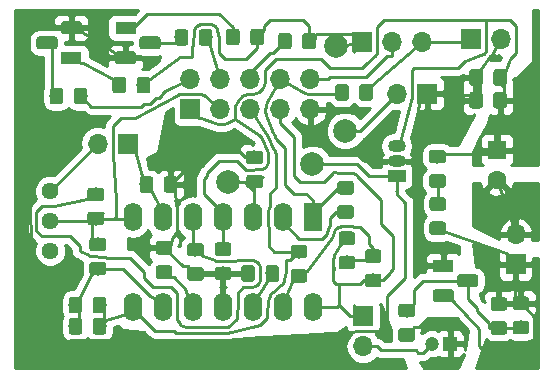
<source format=gbr>
G04 #@! TF.GenerationSoftware,KiCad,Pcbnew,5.0.1*
G04 #@! TF.CreationDate,2019-02-11T11:48:54+08:00*
G04 #@! TF.ProjectId,lab,6C61622E6B696361645F706362000000,rev?*
G04 #@! TF.SameCoordinates,Original*
G04 #@! TF.FileFunction,Copper,L1,Top,Signal*
G04 #@! TF.FilePolarity,Positive*
%FSLAX46Y46*%
G04 Gerber Fmt 4.6, Leading zero omitted, Abs format (unit mm)*
G04 Created by KiCad (PCBNEW 5.0.1) date Mon 11 Feb 2019 11:48:54 AM +08*
%MOMM*%
%LPD*%
G01*
G04 APERTURE LIST*
G04 #@! TA.AperFunction,Conductor*
%ADD10C,0.100000*%
G04 #@! TD*
G04 #@! TA.AperFunction,SMDPad,CuDef*
%ADD11C,1.150000*%
G04 #@! TD*
G04 #@! TA.AperFunction,ComponentPad*
%ADD12R,1.200000X1.200000*%
G04 #@! TD*
G04 #@! TA.AperFunction,ComponentPad*
%ADD13C,1.200000*%
G04 #@! TD*
G04 #@! TA.AperFunction,ComponentPad*
%ADD14O,1.700000X1.700000*%
G04 #@! TD*
G04 #@! TA.AperFunction,ComponentPad*
%ADD15R,1.700000X1.700000*%
G04 #@! TD*
G04 #@! TA.AperFunction,ComponentPad*
%ADD16R,1.600000X1.600000*%
G04 #@! TD*
G04 #@! TA.AperFunction,ComponentPad*
%ADD17C,1.600000*%
G04 #@! TD*
G04 #@! TA.AperFunction,ComponentPad*
%ADD18R,1.600000X2.400000*%
G04 #@! TD*
G04 #@! TA.AperFunction,ComponentPad*
%ADD19O,1.600000X2.400000*%
G04 #@! TD*
G04 #@! TA.AperFunction,ComponentPad*
%ADD20O,1.500000X1.050000*%
G04 #@! TD*
G04 #@! TA.AperFunction,ComponentPad*
%ADD21R,1.500000X1.050000*%
G04 #@! TD*
G04 #@! TA.AperFunction,ComponentPad*
%ADD22C,1.100000*%
G04 #@! TD*
G04 #@! TA.AperFunction,ComponentPad*
%ADD23R,1.800000X1.100000*%
G04 #@! TD*
G04 #@! TA.AperFunction,ComponentPad*
%ADD24C,1.440000*%
G04 #@! TD*
G04 #@! TA.AperFunction,ViaPad*
%ADD25C,2.000000*%
G04 #@! TD*
G04 #@! TA.AperFunction,Conductor*
%ADD26C,0.250000*%
G04 #@! TD*
G04 #@! TA.AperFunction,Conductor*
%ADD27C,0.254000*%
G04 #@! TD*
G04 APERTURE END LIST*
D10*
G04 #@! TO.N,SIN*
G04 #@! TO.C,C7*
G36*
X48354505Y-37221204D02*
X48378773Y-37224804D01*
X48402572Y-37230765D01*
X48425671Y-37239030D01*
X48447850Y-37249520D01*
X48468893Y-37262132D01*
X48488599Y-37276747D01*
X48506777Y-37293223D01*
X48523253Y-37311401D01*
X48537868Y-37331107D01*
X48550480Y-37352150D01*
X48560970Y-37374329D01*
X48569235Y-37397428D01*
X48575196Y-37421227D01*
X48578796Y-37445495D01*
X48580000Y-37469999D01*
X48580000Y-38120001D01*
X48578796Y-38144505D01*
X48575196Y-38168773D01*
X48569235Y-38192572D01*
X48560970Y-38215671D01*
X48550480Y-38237850D01*
X48537868Y-38258893D01*
X48523253Y-38278599D01*
X48506777Y-38296777D01*
X48488599Y-38313253D01*
X48468893Y-38327868D01*
X48447850Y-38340480D01*
X48425671Y-38350970D01*
X48402572Y-38359235D01*
X48378773Y-38365196D01*
X48354505Y-38368796D01*
X48330001Y-38370000D01*
X47429999Y-38370000D01*
X47405495Y-38368796D01*
X47381227Y-38365196D01*
X47357428Y-38359235D01*
X47334329Y-38350970D01*
X47312150Y-38340480D01*
X47291107Y-38327868D01*
X47271401Y-38313253D01*
X47253223Y-38296777D01*
X47236747Y-38278599D01*
X47222132Y-38258893D01*
X47209520Y-38237850D01*
X47199030Y-38215671D01*
X47190765Y-38192572D01*
X47184804Y-38168773D01*
X47181204Y-38144505D01*
X47180000Y-38120001D01*
X47180000Y-37469999D01*
X47181204Y-37445495D01*
X47184804Y-37421227D01*
X47190765Y-37397428D01*
X47199030Y-37374329D01*
X47209520Y-37352150D01*
X47222132Y-37331107D01*
X47236747Y-37311401D01*
X47253223Y-37293223D01*
X47271401Y-37276747D01*
X47291107Y-37262132D01*
X47312150Y-37249520D01*
X47334329Y-37239030D01*
X47357428Y-37230765D01*
X47381227Y-37224804D01*
X47405495Y-37221204D01*
X47429999Y-37220000D01*
X48330001Y-37220000D01*
X48354505Y-37221204D01*
X48354505Y-37221204D01*
G37*
D11*
G04 #@! TD*
G04 #@! TO.P,C7,1*
G04 #@! TO.N,SIN*
X47880000Y-37795000D03*
D10*
G04 #@! TO.N,Net-(C7-Pad2)*
G04 #@! TO.C,C7*
G36*
X48354505Y-39271204D02*
X48378773Y-39274804D01*
X48402572Y-39280765D01*
X48425671Y-39289030D01*
X48447850Y-39299520D01*
X48468893Y-39312132D01*
X48488599Y-39326747D01*
X48506777Y-39343223D01*
X48523253Y-39361401D01*
X48537868Y-39381107D01*
X48550480Y-39402150D01*
X48560970Y-39424329D01*
X48569235Y-39447428D01*
X48575196Y-39471227D01*
X48578796Y-39495495D01*
X48580000Y-39519999D01*
X48580000Y-40170001D01*
X48578796Y-40194505D01*
X48575196Y-40218773D01*
X48569235Y-40242572D01*
X48560970Y-40265671D01*
X48550480Y-40287850D01*
X48537868Y-40308893D01*
X48523253Y-40328599D01*
X48506777Y-40346777D01*
X48488599Y-40363253D01*
X48468893Y-40377868D01*
X48447850Y-40390480D01*
X48425671Y-40400970D01*
X48402572Y-40409235D01*
X48378773Y-40415196D01*
X48354505Y-40418796D01*
X48330001Y-40420000D01*
X47429999Y-40420000D01*
X47405495Y-40418796D01*
X47381227Y-40415196D01*
X47357428Y-40409235D01*
X47334329Y-40400970D01*
X47312150Y-40390480D01*
X47291107Y-40377868D01*
X47271401Y-40363253D01*
X47253223Y-40346777D01*
X47236747Y-40328599D01*
X47222132Y-40308893D01*
X47209520Y-40287850D01*
X47199030Y-40265671D01*
X47190765Y-40242572D01*
X47184804Y-40218773D01*
X47181204Y-40194505D01*
X47180000Y-40170001D01*
X47180000Y-39519999D01*
X47181204Y-39495495D01*
X47184804Y-39471227D01*
X47190765Y-39447428D01*
X47199030Y-39424329D01*
X47209520Y-39402150D01*
X47222132Y-39381107D01*
X47236747Y-39361401D01*
X47253223Y-39343223D01*
X47271401Y-39326747D01*
X47291107Y-39312132D01*
X47312150Y-39299520D01*
X47334329Y-39289030D01*
X47357428Y-39280765D01*
X47381227Y-39274804D01*
X47405495Y-39271204D01*
X47429999Y-39270000D01*
X48330001Y-39270000D01*
X48354505Y-39271204D01*
X48354505Y-39271204D01*
G37*
D11*
G04 #@! TD*
G04 #@! TO.P,C7,2*
G04 #@! TO.N,Net-(C7-Pad2)*
X47880000Y-39845000D03*
D10*
G04 #@! TO.N,GNDD*
G04 #@! TO.C,C1*
G36*
X33315805Y-32541904D02*
X33340073Y-32545504D01*
X33363872Y-32551465D01*
X33386971Y-32559730D01*
X33409150Y-32570220D01*
X33430193Y-32582832D01*
X33449899Y-32597447D01*
X33468077Y-32613923D01*
X33484553Y-32632101D01*
X33499168Y-32651807D01*
X33511780Y-32672850D01*
X33522270Y-32695029D01*
X33530535Y-32718128D01*
X33536496Y-32741927D01*
X33540096Y-32766195D01*
X33541300Y-32790699D01*
X33541300Y-33690701D01*
X33540096Y-33715205D01*
X33536496Y-33739473D01*
X33530535Y-33763272D01*
X33522270Y-33786371D01*
X33511780Y-33808550D01*
X33499168Y-33829593D01*
X33484553Y-33849299D01*
X33468077Y-33867477D01*
X33449899Y-33883953D01*
X33430193Y-33898568D01*
X33409150Y-33911180D01*
X33386971Y-33921670D01*
X33363872Y-33929935D01*
X33340073Y-33935896D01*
X33315805Y-33939496D01*
X33291301Y-33940700D01*
X32641299Y-33940700D01*
X32616795Y-33939496D01*
X32592527Y-33935896D01*
X32568728Y-33929935D01*
X32545629Y-33921670D01*
X32523450Y-33911180D01*
X32502407Y-33898568D01*
X32482701Y-33883953D01*
X32464523Y-33867477D01*
X32448047Y-33849299D01*
X32433432Y-33829593D01*
X32420820Y-33808550D01*
X32410330Y-33786371D01*
X32402065Y-33763272D01*
X32396104Y-33739473D01*
X32392504Y-33715205D01*
X32391300Y-33690701D01*
X32391300Y-32790699D01*
X32392504Y-32766195D01*
X32396104Y-32741927D01*
X32402065Y-32718128D01*
X32410330Y-32695029D01*
X32420820Y-32672850D01*
X32433432Y-32651807D01*
X32448047Y-32632101D01*
X32464523Y-32613923D01*
X32482701Y-32597447D01*
X32502407Y-32582832D01*
X32523450Y-32570220D01*
X32545629Y-32559730D01*
X32568728Y-32551465D01*
X32592527Y-32545504D01*
X32616795Y-32541904D01*
X32641299Y-32540700D01*
X33291301Y-32540700D01*
X33315805Y-32541904D01*
X33315805Y-32541904D01*
G37*
D11*
G04 #@! TD*
G04 #@! TO.P,C1,2*
G04 #@! TO.N,GNDD*
X32966300Y-33240700D03*
D10*
G04 #@! TO.N,Net-(C1-Pad1)*
G04 #@! TO.C,C1*
G36*
X31265805Y-32541904D02*
X31290073Y-32545504D01*
X31313872Y-32551465D01*
X31336971Y-32559730D01*
X31359150Y-32570220D01*
X31380193Y-32582832D01*
X31399899Y-32597447D01*
X31418077Y-32613923D01*
X31434553Y-32632101D01*
X31449168Y-32651807D01*
X31461780Y-32672850D01*
X31472270Y-32695029D01*
X31480535Y-32718128D01*
X31486496Y-32741927D01*
X31490096Y-32766195D01*
X31491300Y-32790699D01*
X31491300Y-33690701D01*
X31490096Y-33715205D01*
X31486496Y-33739473D01*
X31480535Y-33763272D01*
X31472270Y-33786371D01*
X31461780Y-33808550D01*
X31449168Y-33829593D01*
X31434553Y-33849299D01*
X31418077Y-33867477D01*
X31399899Y-33883953D01*
X31380193Y-33898568D01*
X31359150Y-33911180D01*
X31336971Y-33921670D01*
X31313872Y-33929935D01*
X31290073Y-33935896D01*
X31265805Y-33939496D01*
X31241301Y-33940700D01*
X30591299Y-33940700D01*
X30566795Y-33939496D01*
X30542527Y-33935896D01*
X30518728Y-33929935D01*
X30495629Y-33921670D01*
X30473450Y-33911180D01*
X30452407Y-33898568D01*
X30432701Y-33883953D01*
X30414523Y-33867477D01*
X30398047Y-33849299D01*
X30383432Y-33829593D01*
X30370820Y-33808550D01*
X30360330Y-33786371D01*
X30352065Y-33763272D01*
X30346104Y-33739473D01*
X30342504Y-33715205D01*
X30341300Y-33690701D01*
X30341300Y-32790699D01*
X30342504Y-32766195D01*
X30346104Y-32741927D01*
X30352065Y-32718128D01*
X30360330Y-32695029D01*
X30370820Y-32672850D01*
X30383432Y-32651807D01*
X30398047Y-32632101D01*
X30414523Y-32613923D01*
X30432701Y-32597447D01*
X30452407Y-32582832D01*
X30473450Y-32570220D01*
X30495629Y-32559730D01*
X30518728Y-32551465D01*
X30542527Y-32545504D01*
X30566795Y-32541904D01*
X30591299Y-32540700D01*
X31241301Y-32540700D01*
X31265805Y-32541904D01*
X31265805Y-32541904D01*
G37*
D11*
G04 #@! TD*
G04 #@! TO.P,C1,1*
G04 #@! TO.N,Net-(C1-Pad1)*
X30916300Y-33240700D03*
D10*
G04 #@! TO.N,GNDD*
G04 #@! TO.C,C2*
G36*
X59165305Y-23477904D02*
X59189573Y-23481504D01*
X59213372Y-23487465D01*
X59236471Y-23495730D01*
X59258650Y-23506220D01*
X59279693Y-23518832D01*
X59299399Y-23533447D01*
X59317577Y-23549923D01*
X59334053Y-23568101D01*
X59348668Y-23587807D01*
X59361280Y-23608850D01*
X59371770Y-23631029D01*
X59380035Y-23654128D01*
X59385996Y-23677927D01*
X59389596Y-23702195D01*
X59390800Y-23726699D01*
X59390800Y-24626701D01*
X59389596Y-24651205D01*
X59385996Y-24675473D01*
X59380035Y-24699272D01*
X59371770Y-24722371D01*
X59361280Y-24744550D01*
X59348668Y-24765593D01*
X59334053Y-24785299D01*
X59317577Y-24803477D01*
X59299399Y-24819953D01*
X59279693Y-24834568D01*
X59258650Y-24847180D01*
X59236471Y-24857670D01*
X59213372Y-24865935D01*
X59189573Y-24871896D01*
X59165305Y-24875496D01*
X59140801Y-24876700D01*
X58490799Y-24876700D01*
X58466295Y-24875496D01*
X58442027Y-24871896D01*
X58418228Y-24865935D01*
X58395129Y-24857670D01*
X58372950Y-24847180D01*
X58351907Y-24834568D01*
X58332201Y-24819953D01*
X58314023Y-24803477D01*
X58297547Y-24785299D01*
X58282932Y-24765593D01*
X58270320Y-24744550D01*
X58259830Y-24722371D01*
X58251565Y-24699272D01*
X58245604Y-24675473D01*
X58242004Y-24651205D01*
X58240800Y-24626701D01*
X58240800Y-23726699D01*
X58242004Y-23702195D01*
X58245604Y-23677927D01*
X58251565Y-23654128D01*
X58259830Y-23631029D01*
X58270320Y-23608850D01*
X58282932Y-23587807D01*
X58297547Y-23568101D01*
X58314023Y-23549923D01*
X58332201Y-23533447D01*
X58351907Y-23518832D01*
X58372950Y-23506220D01*
X58395129Y-23495730D01*
X58418228Y-23487465D01*
X58442027Y-23481504D01*
X58466295Y-23477904D01*
X58490799Y-23476700D01*
X59140801Y-23476700D01*
X59165305Y-23477904D01*
X59165305Y-23477904D01*
G37*
D11*
G04 #@! TD*
G04 #@! TO.P,C2,2*
G04 #@! TO.N,GNDD*
X58815800Y-24176700D03*
D10*
G04 #@! TO.N,+5V*
G04 #@! TO.C,C2*
G36*
X61215305Y-23477904D02*
X61239573Y-23481504D01*
X61263372Y-23487465D01*
X61286471Y-23495730D01*
X61308650Y-23506220D01*
X61329693Y-23518832D01*
X61349399Y-23533447D01*
X61367577Y-23549923D01*
X61384053Y-23568101D01*
X61398668Y-23587807D01*
X61411280Y-23608850D01*
X61421770Y-23631029D01*
X61430035Y-23654128D01*
X61435996Y-23677927D01*
X61439596Y-23702195D01*
X61440800Y-23726699D01*
X61440800Y-24626701D01*
X61439596Y-24651205D01*
X61435996Y-24675473D01*
X61430035Y-24699272D01*
X61421770Y-24722371D01*
X61411280Y-24744550D01*
X61398668Y-24765593D01*
X61384053Y-24785299D01*
X61367577Y-24803477D01*
X61349399Y-24819953D01*
X61329693Y-24834568D01*
X61308650Y-24847180D01*
X61286471Y-24857670D01*
X61263372Y-24865935D01*
X61239573Y-24871896D01*
X61215305Y-24875496D01*
X61190801Y-24876700D01*
X60540799Y-24876700D01*
X60516295Y-24875496D01*
X60492027Y-24871896D01*
X60468228Y-24865935D01*
X60445129Y-24857670D01*
X60422950Y-24847180D01*
X60401907Y-24834568D01*
X60382201Y-24819953D01*
X60364023Y-24803477D01*
X60347547Y-24785299D01*
X60332932Y-24765593D01*
X60320320Y-24744550D01*
X60309830Y-24722371D01*
X60301565Y-24699272D01*
X60295604Y-24675473D01*
X60292004Y-24651205D01*
X60290800Y-24626701D01*
X60290800Y-23726699D01*
X60292004Y-23702195D01*
X60295604Y-23677927D01*
X60301565Y-23654128D01*
X60309830Y-23631029D01*
X60320320Y-23608850D01*
X60332932Y-23587807D01*
X60347547Y-23568101D01*
X60364023Y-23549923D01*
X60382201Y-23533447D01*
X60401907Y-23518832D01*
X60422950Y-23506220D01*
X60445129Y-23495730D01*
X60468228Y-23487465D01*
X60492027Y-23481504D01*
X60516295Y-23477904D01*
X60540799Y-23476700D01*
X61190801Y-23476700D01*
X61215305Y-23477904D01*
X61215305Y-23477904D01*
G37*
D11*
G04 #@! TD*
G04 #@! TO.P,C2,1*
G04 #@! TO.N,+5V*
X60865800Y-24176700D03*
D12*
G04 #@! TO.P,C3,1*
G04 #@! TO.N,Net-(C3-Pad1)*
X56618900Y-46739200D03*
D13*
G04 #@! TO.P,C3,2*
G04 #@! TO.N,Net-(C3-Pad2)*
X55118900Y-46739200D03*
G04 #@! TD*
D10*
G04 #@! TO.N,3V3*
G04 #@! TO.C,C4*
G36*
X40540605Y-32423504D02*
X40564873Y-32427104D01*
X40588672Y-32433065D01*
X40611771Y-32441330D01*
X40633950Y-32451820D01*
X40654993Y-32464432D01*
X40674699Y-32479047D01*
X40692877Y-32495523D01*
X40709353Y-32513701D01*
X40723968Y-32533407D01*
X40736580Y-32554450D01*
X40747070Y-32576629D01*
X40755335Y-32599728D01*
X40761296Y-32623527D01*
X40764896Y-32647795D01*
X40766100Y-32672299D01*
X40766100Y-33322301D01*
X40764896Y-33346805D01*
X40761296Y-33371073D01*
X40755335Y-33394872D01*
X40747070Y-33417971D01*
X40736580Y-33440150D01*
X40723968Y-33461193D01*
X40709353Y-33480899D01*
X40692877Y-33499077D01*
X40674699Y-33515553D01*
X40654993Y-33530168D01*
X40633950Y-33542780D01*
X40611771Y-33553270D01*
X40588672Y-33561535D01*
X40564873Y-33567496D01*
X40540605Y-33571096D01*
X40516101Y-33572300D01*
X39616099Y-33572300D01*
X39591595Y-33571096D01*
X39567327Y-33567496D01*
X39543528Y-33561535D01*
X39520429Y-33553270D01*
X39498250Y-33542780D01*
X39477207Y-33530168D01*
X39457501Y-33515553D01*
X39439323Y-33499077D01*
X39422847Y-33480899D01*
X39408232Y-33461193D01*
X39395620Y-33440150D01*
X39385130Y-33417971D01*
X39376865Y-33394872D01*
X39370904Y-33371073D01*
X39367304Y-33346805D01*
X39366100Y-33322301D01*
X39366100Y-32672299D01*
X39367304Y-32647795D01*
X39370904Y-32623527D01*
X39376865Y-32599728D01*
X39385130Y-32576629D01*
X39395620Y-32554450D01*
X39408232Y-32533407D01*
X39422847Y-32513701D01*
X39439323Y-32495523D01*
X39457501Y-32479047D01*
X39477207Y-32464432D01*
X39498250Y-32451820D01*
X39520429Y-32441330D01*
X39543528Y-32433065D01*
X39567327Y-32427104D01*
X39591595Y-32423504D01*
X39616099Y-32422300D01*
X40516101Y-32422300D01*
X40540605Y-32423504D01*
X40540605Y-32423504D01*
G37*
D11*
G04 #@! TD*
G04 #@! TO.P,C4,1*
G04 #@! TO.N,3V3*
X40066100Y-32997300D03*
D10*
G04 #@! TO.N,GNDD*
G04 #@! TO.C,C4*
G36*
X40540605Y-30373504D02*
X40564873Y-30377104D01*
X40588672Y-30383065D01*
X40611771Y-30391330D01*
X40633950Y-30401820D01*
X40654993Y-30414432D01*
X40674699Y-30429047D01*
X40692877Y-30445523D01*
X40709353Y-30463701D01*
X40723968Y-30483407D01*
X40736580Y-30504450D01*
X40747070Y-30526629D01*
X40755335Y-30549728D01*
X40761296Y-30573527D01*
X40764896Y-30597795D01*
X40766100Y-30622299D01*
X40766100Y-31272301D01*
X40764896Y-31296805D01*
X40761296Y-31321073D01*
X40755335Y-31344872D01*
X40747070Y-31367971D01*
X40736580Y-31390150D01*
X40723968Y-31411193D01*
X40709353Y-31430899D01*
X40692877Y-31449077D01*
X40674699Y-31465553D01*
X40654993Y-31480168D01*
X40633950Y-31492780D01*
X40611771Y-31503270D01*
X40588672Y-31511535D01*
X40564873Y-31517496D01*
X40540605Y-31521096D01*
X40516101Y-31522300D01*
X39616099Y-31522300D01*
X39591595Y-31521096D01*
X39567327Y-31517496D01*
X39543528Y-31511535D01*
X39520429Y-31503270D01*
X39498250Y-31492780D01*
X39477207Y-31480168D01*
X39457501Y-31465553D01*
X39439323Y-31449077D01*
X39422847Y-31430899D01*
X39408232Y-31411193D01*
X39395620Y-31390150D01*
X39385130Y-31367971D01*
X39376865Y-31344872D01*
X39370904Y-31321073D01*
X39367304Y-31296805D01*
X39366100Y-31272301D01*
X39366100Y-30622299D01*
X39367304Y-30597795D01*
X39370904Y-30573527D01*
X39376865Y-30549728D01*
X39385130Y-30526629D01*
X39395620Y-30504450D01*
X39408232Y-30483407D01*
X39422847Y-30463701D01*
X39439323Y-30445523D01*
X39457501Y-30429047D01*
X39477207Y-30414432D01*
X39498250Y-30401820D01*
X39520429Y-30391330D01*
X39543528Y-30383065D01*
X39567327Y-30377104D01*
X39591595Y-30373504D01*
X39616099Y-30372300D01*
X40516101Y-30372300D01*
X40540605Y-30373504D01*
X40540605Y-30373504D01*
G37*
D11*
G04 #@! TD*
G04 #@! TO.P,C4,2*
G04 #@! TO.N,GNDD*
X40066100Y-30947300D03*
D10*
G04 #@! TO.N,Net-(C5-Pad2)*
G04 #@! TO.C,C5*
G36*
X61222705Y-44825204D02*
X61246973Y-44828804D01*
X61270772Y-44834765D01*
X61293871Y-44843030D01*
X61316050Y-44853520D01*
X61337093Y-44866132D01*
X61356799Y-44880747D01*
X61374977Y-44897223D01*
X61391453Y-44915401D01*
X61406068Y-44935107D01*
X61418680Y-44956150D01*
X61429170Y-44978329D01*
X61437435Y-45001428D01*
X61443396Y-45025227D01*
X61446996Y-45049495D01*
X61448200Y-45073999D01*
X61448200Y-45724001D01*
X61446996Y-45748505D01*
X61443396Y-45772773D01*
X61437435Y-45796572D01*
X61429170Y-45819671D01*
X61418680Y-45841850D01*
X61406068Y-45862893D01*
X61391453Y-45882599D01*
X61374977Y-45900777D01*
X61356799Y-45917253D01*
X61337093Y-45931868D01*
X61316050Y-45944480D01*
X61293871Y-45954970D01*
X61270772Y-45963235D01*
X61246973Y-45969196D01*
X61222705Y-45972796D01*
X61198201Y-45974000D01*
X60298199Y-45974000D01*
X60273695Y-45972796D01*
X60249427Y-45969196D01*
X60225628Y-45963235D01*
X60202529Y-45954970D01*
X60180350Y-45944480D01*
X60159307Y-45931868D01*
X60139601Y-45917253D01*
X60121423Y-45900777D01*
X60104947Y-45882599D01*
X60090332Y-45862893D01*
X60077720Y-45841850D01*
X60067230Y-45819671D01*
X60058965Y-45796572D01*
X60053004Y-45772773D01*
X60049404Y-45748505D01*
X60048200Y-45724001D01*
X60048200Y-45073999D01*
X60049404Y-45049495D01*
X60053004Y-45025227D01*
X60058965Y-45001428D01*
X60067230Y-44978329D01*
X60077720Y-44956150D01*
X60090332Y-44935107D01*
X60104947Y-44915401D01*
X60121423Y-44897223D01*
X60139601Y-44880747D01*
X60159307Y-44866132D01*
X60180350Y-44853520D01*
X60202529Y-44843030D01*
X60225628Y-44834765D01*
X60249427Y-44828804D01*
X60273695Y-44825204D01*
X60298199Y-44824000D01*
X61198201Y-44824000D01*
X61222705Y-44825204D01*
X61222705Y-44825204D01*
G37*
D11*
G04 #@! TD*
G04 #@! TO.P,C5,2*
G04 #@! TO.N,Net-(C5-Pad2)*
X60748200Y-45399000D03*
D10*
G04 #@! TO.N,Net-(C5-Pad1)*
G04 #@! TO.C,C5*
G36*
X61222705Y-42775204D02*
X61246973Y-42778804D01*
X61270772Y-42784765D01*
X61293871Y-42793030D01*
X61316050Y-42803520D01*
X61337093Y-42816132D01*
X61356799Y-42830747D01*
X61374977Y-42847223D01*
X61391453Y-42865401D01*
X61406068Y-42885107D01*
X61418680Y-42906150D01*
X61429170Y-42928329D01*
X61437435Y-42951428D01*
X61443396Y-42975227D01*
X61446996Y-42999495D01*
X61448200Y-43023999D01*
X61448200Y-43674001D01*
X61446996Y-43698505D01*
X61443396Y-43722773D01*
X61437435Y-43746572D01*
X61429170Y-43769671D01*
X61418680Y-43791850D01*
X61406068Y-43812893D01*
X61391453Y-43832599D01*
X61374977Y-43850777D01*
X61356799Y-43867253D01*
X61337093Y-43881868D01*
X61316050Y-43894480D01*
X61293871Y-43904970D01*
X61270772Y-43913235D01*
X61246973Y-43919196D01*
X61222705Y-43922796D01*
X61198201Y-43924000D01*
X60298199Y-43924000D01*
X60273695Y-43922796D01*
X60249427Y-43919196D01*
X60225628Y-43913235D01*
X60202529Y-43904970D01*
X60180350Y-43894480D01*
X60159307Y-43881868D01*
X60139601Y-43867253D01*
X60121423Y-43850777D01*
X60104947Y-43832599D01*
X60090332Y-43812893D01*
X60077720Y-43791850D01*
X60067230Y-43769671D01*
X60058965Y-43746572D01*
X60053004Y-43722773D01*
X60049404Y-43698505D01*
X60048200Y-43674001D01*
X60048200Y-43023999D01*
X60049404Y-42999495D01*
X60053004Y-42975227D01*
X60058965Y-42951428D01*
X60067230Y-42928329D01*
X60077720Y-42906150D01*
X60090332Y-42885107D01*
X60104947Y-42865401D01*
X60121423Y-42847223D01*
X60139601Y-42830747D01*
X60159307Y-42816132D01*
X60180350Y-42803520D01*
X60202529Y-42793030D01*
X60225628Y-42784765D01*
X60249427Y-42778804D01*
X60273695Y-42775204D01*
X60298199Y-42774000D01*
X61198201Y-42774000D01*
X61222705Y-42775204D01*
X61222705Y-42775204D01*
G37*
D11*
G04 #@! TD*
G04 #@! TO.P,C5,1*
G04 #@! TO.N,Net-(C5-Pad1)*
X60748200Y-43349000D03*
D10*
G04 #@! TO.N,TRIANGLE*
G04 #@! TO.C,C6*
G36*
X27298005Y-42764104D02*
X27322273Y-42767704D01*
X27346072Y-42773665D01*
X27369171Y-42781930D01*
X27391350Y-42792420D01*
X27412393Y-42805032D01*
X27432099Y-42819647D01*
X27450277Y-42836123D01*
X27466753Y-42854301D01*
X27481368Y-42874007D01*
X27493980Y-42895050D01*
X27504470Y-42917229D01*
X27512735Y-42940328D01*
X27518696Y-42964127D01*
X27522296Y-42988395D01*
X27523500Y-43012899D01*
X27523500Y-43912901D01*
X27522296Y-43937405D01*
X27518696Y-43961673D01*
X27512735Y-43985472D01*
X27504470Y-44008571D01*
X27493980Y-44030750D01*
X27481368Y-44051793D01*
X27466753Y-44071499D01*
X27450277Y-44089677D01*
X27432099Y-44106153D01*
X27412393Y-44120768D01*
X27391350Y-44133380D01*
X27369171Y-44143870D01*
X27346072Y-44152135D01*
X27322273Y-44158096D01*
X27298005Y-44161696D01*
X27273501Y-44162900D01*
X26623499Y-44162900D01*
X26598995Y-44161696D01*
X26574727Y-44158096D01*
X26550928Y-44152135D01*
X26527829Y-44143870D01*
X26505650Y-44133380D01*
X26484607Y-44120768D01*
X26464901Y-44106153D01*
X26446723Y-44089677D01*
X26430247Y-44071499D01*
X26415632Y-44051793D01*
X26403020Y-44030750D01*
X26392530Y-44008571D01*
X26384265Y-43985472D01*
X26378304Y-43961673D01*
X26374704Y-43937405D01*
X26373500Y-43912901D01*
X26373500Y-43012899D01*
X26374704Y-42988395D01*
X26378304Y-42964127D01*
X26384265Y-42940328D01*
X26392530Y-42917229D01*
X26403020Y-42895050D01*
X26415632Y-42874007D01*
X26430247Y-42854301D01*
X26446723Y-42836123D01*
X26464901Y-42819647D01*
X26484607Y-42805032D01*
X26505650Y-42792420D01*
X26527829Y-42781930D01*
X26550928Y-42773665D01*
X26574727Y-42767704D01*
X26598995Y-42764104D01*
X26623499Y-42762900D01*
X27273501Y-42762900D01*
X27298005Y-42764104D01*
X27298005Y-42764104D01*
G37*
D11*
G04 #@! TD*
G04 #@! TO.P,C6,1*
G04 #@! TO.N,TRIANGLE*
X26948500Y-43462900D03*
D10*
G04 #@! TO.N,Net-(C6-Pad2)*
G04 #@! TO.C,C6*
G36*
X25248005Y-42764104D02*
X25272273Y-42767704D01*
X25296072Y-42773665D01*
X25319171Y-42781930D01*
X25341350Y-42792420D01*
X25362393Y-42805032D01*
X25382099Y-42819647D01*
X25400277Y-42836123D01*
X25416753Y-42854301D01*
X25431368Y-42874007D01*
X25443980Y-42895050D01*
X25454470Y-42917229D01*
X25462735Y-42940328D01*
X25468696Y-42964127D01*
X25472296Y-42988395D01*
X25473500Y-43012899D01*
X25473500Y-43912901D01*
X25472296Y-43937405D01*
X25468696Y-43961673D01*
X25462735Y-43985472D01*
X25454470Y-44008571D01*
X25443980Y-44030750D01*
X25431368Y-44051793D01*
X25416753Y-44071499D01*
X25400277Y-44089677D01*
X25382099Y-44106153D01*
X25362393Y-44120768D01*
X25341350Y-44133380D01*
X25319171Y-44143870D01*
X25296072Y-44152135D01*
X25272273Y-44158096D01*
X25248005Y-44161696D01*
X25223501Y-44162900D01*
X24573499Y-44162900D01*
X24548995Y-44161696D01*
X24524727Y-44158096D01*
X24500928Y-44152135D01*
X24477829Y-44143870D01*
X24455650Y-44133380D01*
X24434607Y-44120768D01*
X24414901Y-44106153D01*
X24396723Y-44089677D01*
X24380247Y-44071499D01*
X24365632Y-44051793D01*
X24353020Y-44030750D01*
X24342530Y-44008571D01*
X24334265Y-43985472D01*
X24328304Y-43961673D01*
X24324704Y-43937405D01*
X24323500Y-43912901D01*
X24323500Y-43012899D01*
X24324704Y-42988395D01*
X24328304Y-42964127D01*
X24334265Y-42940328D01*
X24342530Y-42917229D01*
X24353020Y-42895050D01*
X24365632Y-42874007D01*
X24380247Y-42854301D01*
X24396723Y-42836123D01*
X24414901Y-42819647D01*
X24434607Y-42805032D01*
X24455650Y-42792420D01*
X24477829Y-42781930D01*
X24500928Y-42773665D01*
X24524727Y-42767704D01*
X24548995Y-42764104D01*
X24573499Y-42762900D01*
X25223501Y-42762900D01*
X25248005Y-42764104D01*
X25248005Y-42764104D01*
G37*
D11*
G04 #@! TD*
G04 #@! TO.P,C6,2*
G04 #@! TO.N,Net-(C6-Pad2)*
X24898500Y-43462900D03*
D10*
G04 #@! TO.N,Net-(D1-Pad1)*
G04 #@! TO.C,D1*
G36*
X56024505Y-32361204D02*
X56048773Y-32364804D01*
X56072572Y-32370765D01*
X56095671Y-32379030D01*
X56117850Y-32389520D01*
X56138893Y-32402132D01*
X56158599Y-32416747D01*
X56176777Y-32433223D01*
X56193253Y-32451401D01*
X56207868Y-32471107D01*
X56220480Y-32492150D01*
X56230970Y-32514329D01*
X56239235Y-32537428D01*
X56245196Y-32561227D01*
X56248796Y-32585495D01*
X56250000Y-32609999D01*
X56250000Y-33260001D01*
X56248796Y-33284505D01*
X56245196Y-33308773D01*
X56239235Y-33332572D01*
X56230970Y-33355671D01*
X56220480Y-33377850D01*
X56207868Y-33398893D01*
X56193253Y-33418599D01*
X56176777Y-33436777D01*
X56158599Y-33453253D01*
X56138893Y-33467868D01*
X56117850Y-33480480D01*
X56095671Y-33490970D01*
X56072572Y-33499235D01*
X56048773Y-33505196D01*
X56024505Y-33508796D01*
X56000001Y-33510000D01*
X55099999Y-33510000D01*
X55075495Y-33508796D01*
X55051227Y-33505196D01*
X55027428Y-33499235D01*
X55004329Y-33490970D01*
X54982150Y-33480480D01*
X54961107Y-33467868D01*
X54941401Y-33453253D01*
X54923223Y-33436777D01*
X54906747Y-33418599D01*
X54892132Y-33398893D01*
X54879520Y-33377850D01*
X54869030Y-33355671D01*
X54860765Y-33332572D01*
X54854804Y-33308773D01*
X54851204Y-33284505D01*
X54850000Y-33260001D01*
X54850000Y-32609999D01*
X54851204Y-32585495D01*
X54854804Y-32561227D01*
X54860765Y-32537428D01*
X54869030Y-32514329D01*
X54879520Y-32492150D01*
X54892132Y-32471107D01*
X54906747Y-32451401D01*
X54923223Y-32433223D01*
X54941401Y-32416747D01*
X54961107Y-32402132D01*
X54982150Y-32389520D01*
X55004329Y-32379030D01*
X55027428Y-32370765D01*
X55051227Y-32364804D01*
X55075495Y-32361204D01*
X55099999Y-32360000D01*
X56000001Y-32360000D01*
X56024505Y-32361204D01*
X56024505Y-32361204D01*
G37*
D11*
G04 #@! TD*
G04 #@! TO.P,D1,1*
G04 #@! TO.N,Net-(D1-Pad1)*
X55550000Y-32935000D03*
D10*
G04 #@! TO.N,+5V*
G04 #@! TO.C,D1*
G36*
X56024505Y-30311204D02*
X56048773Y-30314804D01*
X56072572Y-30320765D01*
X56095671Y-30329030D01*
X56117850Y-30339520D01*
X56138893Y-30352132D01*
X56158599Y-30366747D01*
X56176777Y-30383223D01*
X56193253Y-30401401D01*
X56207868Y-30421107D01*
X56220480Y-30442150D01*
X56230970Y-30464329D01*
X56239235Y-30487428D01*
X56245196Y-30511227D01*
X56248796Y-30535495D01*
X56250000Y-30559999D01*
X56250000Y-31210001D01*
X56248796Y-31234505D01*
X56245196Y-31258773D01*
X56239235Y-31282572D01*
X56230970Y-31305671D01*
X56220480Y-31327850D01*
X56207868Y-31348893D01*
X56193253Y-31368599D01*
X56176777Y-31386777D01*
X56158599Y-31403253D01*
X56138893Y-31417868D01*
X56117850Y-31430480D01*
X56095671Y-31440970D01*
X56072572Y-31449235D01*
X56048773Y-31455196D01*
X56024505Y-31458796D01*
X56000001Y-31460000D01*
X55099999Y-31460000D01*
X55075495Y-31458796D01*
X55051227Y-31455196D01*
X55027428Y-31449235D01*
X55004329Y-31440970D01*
X54982150Y-31430480D01*
X54961107Y-31417868D01*
X54941401Y-31403253D01*
X54923223Y-31386777D01*
X54906747Y-31368599D01*
X54892132Y-31348893D01*
X54879520Y-31327850D01*
X54869030Y-31305671D01*
X54860765Y-31282572D01*
X54854804Y-31258773D01*
X54851204Y-31234505D01*
X54850000Y-31210001D01*
X54850000Y-30559999D01*
X54851204Y-30535495D01*
X54854804Y-30511227D01*
X54860765Y-30487428D01*
X54869030Y-30464329D01*
X54879520Y-30442150D01*
X54892132Y-30421107D01*
X54906747Y-30401401D01*
X54923223Y-30383223D01*
X54941401Y-30366747D01*
X54961107Y-30352132D01*
X54982150Y-30339520D01*
X55004329Y-30329030D01*
X55027428Y-30320765D01*
X55051227Y-30314804D01*
X55075495Y-30311204D01*
X55099999Y-30310000D01*
X56000001Y-30310000D01*
X56024505Y-30311204D01*
X56024505Y-30311204D01*
G37*
D11*
G04 #@! TD*
G04 #@! TO.P,D1,2*
G04 #@! TO.N,+5V*
X55550000Y-30885000D03*
D14*
G04 #@! TO.P,J1,10*
G04 #@! TO.N,MEAS*
X44800000Y-24330000D03*
G04 #@! TO.P,J1,9*
G04 #@! TO.N,GNDD*
X44800000Y-26870000D03*
G04 #@! TO.P,J1,8*
G04 #@! TO.N,VREF3.3*
X42260000Y-24330000D03*
G04 #@! TO.P,J1,7*
G04 #@! TO.N,SIN*
X42260000Y-26870000D03*
G04 #@! TO.P,J1,6*
G04 #@! TO.N,CMRST*
X39720000Y-24330000D03*
G04 #@! TO.P,J1,5*
G04 #@! TO.N,TRIANGLE*
X39720000Y-26870000D03*
G04 #@! TO.P,J1,4*
G04 #@! TO.N,CSD2*
X37180000Y-24330000D03*
G04 #@! TO.P,J1,3*
G04 #@! TO.N,SQUARE*
X37180000Y-26870000D03*
G04 #@! TO.P,J1,2*
G04 #@! TO.N,CSD1*
X34640000Y-24330000D03*
D15*
G04 #@! TO.P,J1,1*
G04 #@! TO.N,+5V*
X34640000Y-26870000D03*
G04 #@! TD*
D14*
G04 #@! TO.P,JP1,2*
G04 #@! TO.N,Net-(C3-Pad2)*
X49267300Y-46950900D03*
D15*
G04 #@! TO.P,JP1,1*
G04 #@! TO.N,SIN*
X49267300Y-44410900D03*
G04 #@! TD*
G04 #@! TO.P,JP2,1*
G04 #@! TO.N,Net-(C5-Pad1)*
X62174600Y-39986000D03*
D14*
G04 #@! TO.P,JP2,2*
G04 #@! TO.N,Net-(JP2-Pad2)*
X62174600Y-37446000D03*
G04 #@! TD*
D16*
G04 #@! TO.P,LS1,1*
G04 #@! TO.N,+5V*
X60590000Y-30330000D03*
D17*
G04 #@! TO.P,LS1,2*
G04 #@! TO.N,Net-(JP2-Pad2)*
X60590000Y-32830000D03*
G04 #@! TD*
D10*
G04 #@! TO.N,VREF3.3*
G04 #@! TO.C,R1*
G36*
X47817805Y-24749904D02*
X47842073Y-24753504D01*
X47865872Y-24759465D01*
X47888971Y-24767730D01*
X47911150Y-24778220D01*
X47932193Y-24790832D01*
X47951899Y-24805447D01*
X47970077Y-24821923D01*
X47986553Y-24840101D01*
X48001168Y-24859807D01*
X48013780Y-24880850D01*
X48024270Y-24903029D01*
X48032535Y-24926128D01*
X48038496Y-24949927D01*
X48042096Y-24974195D01*
X48043300Y-24998699D01*
X48043300Y-25898701D01*
X48042096Y-25923205D01*
X48038496Y-25947473D01*
X48032535Y-25971272D01*
X48024270Y-25994371D01*
X48013780Y-26016550D01*
X48001168Y-26037593D01*
X47986553Y-26057299D01*
X47970077Y-26075477D01*
X47951899Y-26091953D01*
X47932193Y-26106568D01*
X47911150Y-26119180D01*
X47888971Y-26129670D01*
X47865872Y-26137935D01*
X47842073Y-26143896D01*
X47817805Y-26147496D01*
X47793301Y-26148700D01*
X47143299Y-26148700D01*
X47118795Y-26147496D01*
X47094527Y-26143896D01*
X47070728Y-26137935D01*
X47047629Y-26129670D01*
X47025450Y-26119180D01*
X47004407Y-26106568D01*
X46984701Y-26091953D01*
X46966523Y-26075477D01*
X46950047Y-26057299D01*
X46935432Y-26037593D01*
X46922820Y-26016550D01*
X46912330Y-25994371D01*
X46904065Y-25971272D01*
X46898104Y-25947473D01*
X46894504Y-25923205D01*
X46893300Y-25898701D01*
X46893300Y-24998699D01*
X46894504Y-24974195D01*
X46898104Y-24949927D01*
X46904065Y-24926128D01*
X46912330Y-24903029D01*
X46922820Y-24880850D01*
X46935432Y-24859807D01*
X46950047Y-24840101D01*
X46966523Y-24821923D01*
X46984701Y-24805447D01*
X47004407Y-24790832D01*
X47025450Y-24778220D01*
X47047629Y-24767730D01*
X47070728Y-24759465D01*
X47094527Y-24753504D01*
X47118795Y-24749904D01*
X47143299Y-24748700D01*
X47793301Y-24748700D01*
X47817805Y-24749904D01*
X47817805Y-24749904D01*
G37*
D11*
G04 #@! TD*
G04 #@! TO.P,R1,2*
G04 #@! TO.N,VREF3.3*
X47468300Y-25448700D03*
D10*
G04 #@! TO.N,TMEAS*
G04 #@! TO.C,R1*
G36*
X49867805Y-24749904D02*
X49892073Y-24753504D01*
X49915872Y-24759465D01*
X49938971Y-24767730D01*
X49961150Y-24778220D01*
X49982193Y-24790832D01*
X50001899Y-24805447D01*
X50020077Y-24821923D01*
X50036553Y-24840101D01*
X50051168Y-24859807D01*
X50063780Y-24880850D01*
X50074270Y-24903029D01*
X50082535Y-24926128D01*
X50088496Y-24949927D01*
X50092096Y-24974195D01*
X50093300Y-24998699D01*
X50093300Y-25898701D01*
X50092096Y-25923205D01*
X50088496Y-25947473D01*
X50082535Y-25971272D01*
X50074270Y-25994371D01*
X50063780Y-26016550D01*
X50051168Y-26037593D01*
X50036553Y-26057299D01*
X50020077Y-26075477D01*
X50001899Y-26091953D01*
X49982193Y-26106568D01*
X49961150Y-26119180D01*
X49938971Y-26129670D01*
X49915872Y-26137935D01*
X49892073Y-26143896D01*
X49867805Y-26147496D01*
X49843301Y-26148700D01*
X49193299Y-26148700D01*
X49168795Y-26147496D01*
X49144527Y-26143896D01*
X49120728Y-26137935D01*
X49097629Y-26129670D01*
X49075450Y-26119180D01*
X49054407Y-26106568D01*
X49034701Y-26091953D01*
X49016523Y-26075477D01*
X49000047Y-26057299D01*
X48985432Y-26037593D01*
X48972820Y-26016550D01*
X48962330Y-25994371D01*
X48954065Y-25971272D01*
X48948104Y-25947473D01*
X48944504Y-25923205D01*
X48943300Y-25898701D01*
X48943300Y-24998699D01*
X48944504Y-24974195D01*
X48948104Y-24949927D01*
X48954065Y-24926128D01*
X48962330Y-24903029D01*
X48972820Y-24880850D01*
X48985432Y-24859807D01*
X49000047Y-24840101D01*
X49016523Y-24821923D01*
X49034701Y-24805447D01*
X49054407Y-24790832D01*
X49075450Y-24778220D01*
X49097629Y-24767730D01*
X49120728Y-24759465D01*
X49144527Y-24753504D01*
X49168795Y-24749904D01*
X49193299Y-24748700D01*
X49843301Y-24748700D01*
X49867805Y-24749904D01*
X49867805Y-24749904D01*
G37*
D11*
G04 #@! TD*
G04 #@! TO.P,R1,1*
G04 #@! TO.N,TMEAS*
X49518300Y-25448700D03*
D15*
G04 #@! TO.P,R2,1*
G04 #@! TO.N,TMEAS*
X58393600Y-20959400D03*
D14*
G04 #@! TO.P,R2,2*
G04 #@! TO.N,GNDD*
X60933600Y-20959400D03*
G04 #@! TD*
D10*
G04 #@! TO.N,Net-(R3-Pad1)*
G04 #@! TO.C,R3*
G36*
X35543505Y-38185004D02*
X35567773Y-38188604D01*
X35591572Y-38194565D01*
X35614671Y-38202830D01*
X35636850Y-38213320D01*
X35657893Y-38225932D01*
X35677599Y-38240547D01*
X35695777Y-38257023D01*
X35712253Y-38275201D01*
X35726868Y-38294907D01*
X35739480Y-38315950D01*
X35749970Y-38338129D01*
X35758235Y-38361228D01*
X35764196Y-38385027D01*
X35767796Y-38409295D01*
X35769000Y-38433799D01*
X35769000Y-39083801D01*
X35767796Y-39108305D01*
X35764196Y-39132573D01*
X35758235Y-39156372D01*
X35749970Y-39179471D01*
X35739480Y-39201650D01*
X35726868Y-39222693D01*
X35712253Y-39242399D01*
X35695777Y-39260577D01*
X35677599Y-39277053D01*
X35657893Y-39291668D01*
X35636850Y-39304280D01*
X35614671Y-39314770D01*
X35591572Y-39323035D01*
X35567773Y-39328996D01*
X35543505Y-39332596D01*
X35519001Y-39333800D01*
X34618999Y-39333800D01*
X34594495Y-39332596D01*
X34570227Y-39328996D01*
X34546428Y-39323035D01*
X34523329Y-39314770D01*
X34501150Y-39304280D01*
X34480107Y-39291668D01*
X34460401Y-39277053D01*
X34442223Y-39260577D01*
X34425747Y-39242399D01*
X34411132Y-39222693D01*
X34398520Y-39201650D01*
X34388030Y-39179471D01*
X34379765Y-39156372D01*
X34373804Y-39132573D01*
X34370204Y-39108305D01*
X34369000Y-39083801D01*
X34369000Y-38433799D01*
X34370204Y-38409295D01*
X34373804Y-38385027D01*
X34379765Y-38361228D01*
X34388030Y-38338129D01*
X34398520Y-38315950D01*
X34411132Y-38294907D01*
X34425747Y-38275201D01*
X34442223Y-38257023D01*
X34460401Y-38240547D01*
X34480107Y-38225932D01*
X34501150Y-38213320D01*
X34523329Y-38202830D01*
X34546428Y-38194565D01*
X34570227Y-38188604D01*
X34594495Y-38185004D01*
X34618999Y-38183800D01*
X35519001Y-38183800D01*
X35543505Y-38185004D01*
X35543505Y-38185004D01*
G37*
D11*
G04 #@! TD*
G04 #@! TO.P,R3,1*
G04 #@! TO.N,Net-(R3-Pad1)*
X35069000Y-38758800D03*
D10*
G04 #@! TO.N,GNDD*
G04 #@! TO.C,R3*
G36*
X35543505Y-40235004D02*
X35567773Y-40238604D01*
X35591572Y-40244565D01*
X35614671Y-40252830D01*
X35636850Y-40263320D01*
X35657893Y-40275932D01*
X35677599Y-40290547D01*
X35695777Y-40307023D01*
X35712253Y-40325201D01*
X35726868Y-40344907D01*
X35739480Y-40365950D01*
X35749970Y-40388129D01*
X35758235Y-40411228D01*
X35764196Y-40435027D01*
X35767796Y-40459295D01*
X35769000Y-40483799D01*
X35769000Y-41133801D01*
X35767796Y-41158305D01*
X35764196Y-41182573D01*
X35758235Y-41206372D01*
X35749970Y-41229471D01*
X35739480Y-41251650D01*
X35726868Y-41272693D01*
X35712253Y-41292399D01*
X35695777Y-41310577D01*
X35677599Y-41327053D01*
X35657893Y-41341668D01*
X35636850Y-41354280D01*
X35614671Y-41364770D01*
X35591572Y-41373035D01*
X35567773Y-41378996D01*
X35543505Y-41382596D01*
X35519001Y-41383800D01*
X34618999Y-41383800D01*
X34594495Y-41382596D01*
X34570227Y-41378996D01*
X34546428Y-41373035D01*
X34523329Y-41364770D01*
X34501150Y-41354280D01*
X34480107Y-41341668D01*
X34460401Y-41327053D01*
X34442223Y-41310577D01*
X34425747Y-41292399D01*
X34411132Y-41272693D01*
X34398520Y-41251650D01*
X34388030Y-41229471D01*
X34379765Y-41206372D01*
X34373804Y-41182573D01*
X34370204Y-41158305D01*
X34369000Y-41133801D01*
X34369000Y-40483799D01*
X34370204Y-40459295D01*
X34373804Y-40435027D01*
X34379765Y-40411228D01*
X34388030Y-40388129D01*
X34398520Y-40365950D01*
X34411132Y-40344907D01*
X34425747Y-40325201D01*
X34442223Y-40307023D01*
X34460401Y-40290547D01*
X34480107Y-40275932D01*
X34501150Y-40263320D01*
X34523329Y-40252830D01*
X34546428Y-40244565D01*
X34570227Y-40238604D01*
X34594495Y-40235004D01*
X34618999Y-40233800D01*
X35519001Y-40233800D01*
X35543505Y-40235004D01*
X35543505Y-40235004D01*
G37*
D11*
G04 #@! TD*
G04 #@! TO.P,R3,2*
G04 #@! TO.N,GNDD*
X35069000Y-40808800D03*
D10*
G04 #@! TO.N,SQUARE*
G04 #@! TO.C,R4*
G36*
X27083505Y-35551904D02*
X27107773Y-35555504D01*
X27131572Y-35561465D01*
X27154671Y-35569730D01*
X27176850Y-35580220D01*
X27197893Y-35592832D01*
X27217599Y-35607447D01*
X27235777Y-35623923D01*
X27252253Y-35642101D01*
X27266868Y-35661807D01*
X27279480Y-35682850D01*
X27289970Y-35705029D01*
X27298235Y-35728128D01*
X27304196Y-35751927D01*
X27307796Y-35776195D01*
X27309000Y-35800699D01*
X27309000Y-36450701D01*
X27307796Y-36475205D01*
X27304196Y-36499473D01*
X27298235Y-36523272D01*
X27289970Y-36546371D01*
X27279480Y-36568550D01*
X27266868Y-36589593D01*
X27252253Y-36609299D01*
X27235777Y-36627477D01*
X27217599Y-36643953D01*
X27197893Y-36658568D01*
X27176850Y-36671180D01*
X27154671Y-36681670D01*
X27131572Y-36689935D01*
X27107773Y-36695896D01*
X27083505Y-36699496D01*
X27059001Y-36700700D01*
X26158999Y-36700700D01*
X26134495Y-36699496D01*
X26110227Y-36695896D01*
X26086428Y-36689935D01*
X26063329Y-36681670D01*
X26041150Y-36671180D01*
X26020107Y-36658568D01*
X26000401Y-36643953D01*
X25982223Y-36627477D01*
X25965747Y-36609299D01*
X25951132Y-36589593D01*
X25938520Y-36568550D01*
X25928030Y-36546371D01*
X25919765Y-36523272D01*
X25913804Y-36499473D01*
X25910204Y-36475205D01*
X25909000Y-36450701D01*
X25909000Y-35800699D01*
X25910204Y-35776195D01*
X25913804Y-35751927D01*
X25919765Y-35728128D01*
X25928030Y-35705029D01*
X25938520Y-35682850D01*
X25951132Y-35661807D01*
X25965747Y-35642101D01*
X25982223Y-35623923D01*
X26000401Y-35607447D01*
X26020107Y-35592832D01*
X26041150Y-35580220D01*
X26063329Y-35569730D01*
X26086428Y-35561465D01*
X26110227Y-35555504D01*
X26134495Y-35551904D01*
X26158999Y-35550700D01*
X27059001Y-35550700D01*
X27083505Y-35551904D01*
X27083505Y-35551904D01*
G37*
D11*
G04 #@! TD*
G04 #@! TO.P,R4,1*
G04 #@! TO.N,SQUARE*
X26609000Y-36125700D03*
D10*
G04 #@! TO.N,Net-(R3-Pad1)*
G04 #@! TO.C,R4*
G36*
X27083505Y-33501904D02*
X27107773Y-33505504D01*
X27131572Y-33511465D01*
X27154671Y-33519730D01*
X27176850Y-33530220D01*
X27197893Y-33542832D01*
X27217599Y-33557447D01*
X27235777Y-33573923D01*
X27252253Y-33592101D01*
X27266868Y-33611807D01*
X27279480Y-33632850D01*
X27289970Y-33655029D01*
X27298235Y-33678128D01*
X27304196Y-33701927D01*
X27307796Y-33726195D01*
X27309000Y-33750699D01*
X27309000Y-34400701D01*
X27307796Y-34425205D01*
X27304196Y-34449473D01*
X27298235Y-34473272D01*
X27289970Y-34496371D01*
X27279480Y-34518550D01*
X27266868Y-34539593D01*
X27252253Y-34559299D01*
X27235777Y-34577477D01*
X27217599Y-34593953D01*
X27197893Y-34608568D01*
X27176850Y-34621180D01*
X27154671Y-34631670D01*
X27131572Y-34639935D01*
X27107773Y-34645896D01*
X27083505Y-34649496D01*
X27059001Y-34650700D01*
X26158999Y-34650700D01*
X26134495Y-34649496D01*
X26110227Y-34645896D01*
X26086428Y-34639935D01*
X26063329Y-34631670D01*
X26041150Y-34621180D01*
X26020107Y-34608568D01*
X26000401Y-34593953D01*
X25982223Y-34577477D01*
X25965747Y-34559299D01*
X25951132Y-34539593D01*
X25938520Y-34518550D01*
X25928030Y-34496371D01*
X25919765Y-34473272D01*
X25913804Y-34449473D01*
X25910204Y-34425205D01*
X25909000Y-34400701D01*
X25909000Y-33750699D01*
X25910204Y-33726195D01*
X25913804Y-33701927D01*
X25919765Y-33678128D01*
X25928030Y-33655029D01*
X25938520Y-33632850D01*
X25951132Y-33611807D01*
X25965747Y-33592101D01*
X25982223Y-33573923D01*
X26000401Y-33557447D01*
X26020107Y-33542832D01*
X26041150Y-33530220D01*
X26063329Y-33519730D01*
X26086428Y-33511465D01*
X26110227Y-33505504D01*
X26134495Y-33501904D01*
X26158999Y-33500700D01*
X27059001Y-33500700D01*
X27083505Y-33501904D01*
X27083505Y-33501904D01*
G37*
D11*
G04 #@! TD*
G04 #@! TO.P,R4,2*
G04 #@! TO.N,Net-(R3-Pad1)*
X26609000Y-34075700D03*
D10*
G04 #@! TO.N,Net-(C3-Pad1)*
G04 #@! TO.C,R5*
G36*
X53422705Y-45398204D02*
X53446973Y-45401804D01*
X53470772Y-45407765D01*
X53493871Y-45416030D01*
X53516050Y-45426520D01*
X53537093Y-45439132D01*
X53556799Y-45453747D01*
X53574977Y-45470223D01*
X53591453Y-45488401D01*
X53606068Y-45508107D01*
X53618680Y-45529150D01*
X53629170Y-45551329D01*
X53637435Y-45574428D01*
X53643396Y-45598227D01*
X53646996Y-45622495D01*
X53648200Y-45646999D01*
X53648200Y-46297001D01*
X53646996Y-46321505D01*
X53643396Y-46345773D01*
X53637435Y-46369572D01*
X53629170Y-46392671D01*
X53618680Y-46414850D01*
X53606068Y-46435893D01*
X53591453Y-46455599D01*
X53574977Y-46473777D01*
X53556799Y-46490253D01*
X53537093Y-46504868D01*
X53516050Y-46517480D01*
X53493871Y-46527970D01*
X53470772Y-46536235D01*
X53446973Y-46542196D01*
X53422705Y-46545796D01*
X53398201Y-46547000D01*
X52498199Y-46547000D01*
X52473695Y-46545796D01*
X52449427Y-46542196D01*
X52425628Y-46536235D01*
X52402529Y-46527970D01*
X52380350Y-46517480D01*
X52359307Y-46504868D01*
X52339601Y-46490253D01*
X52321423Y-46473777D01*
X52304947Y-46455599D01*
X52290332Y-46435893D01*
X52277720Y-46414850D01*
X52267230Y-46392671D01*
X52258965Y-46369572D01*
X52253004Y-46345773D01*
X52249404Y-46321505D01*
X52248200Y-46297001D01*
X52248200Y-45646999D01*
X52249404Y-45622495D01*
X52253004Y-45598227D01*
X52258965Y-45574428D01*
X52267230Y-45551329D01*
X52277720Y-45529150D01*
X52290332Y-45508107D01*
X52304947Y-45488401D01*
X52321423Y-45470223D01*
X52339601Y-45453747D01*
X52359307Y-45439132D01*
X52380350Y-45426520D01*
X52402529Y-45416030D01*
X52425628Y-45407765D01*
X52449427Y-45401804D01*
X52473695Y-45398204D01*
X52498199Y-45397000D01*
X53398201Y-45397000D01*
X53422705Y-45398204D01*
X53422705Y-45398204D01*
G37*
D11*
G04 #@! TD*
G04 #@! TO.P,R5,2*
G04 #@! TO.N,Net-(C3-Pad1)*
X52948200Y-45972000D03*
D10*
G04 #@! TO.N,Net-(C5-Pad2)*
G04 #@! TO.C,R5*
G36*
X53422705Y-43348204D02*
X53446973Y-43351804D01*
X53470772Y-43357765D01*
X53493871Y-43366030D01*
X53516050Y-43376520D01*
X53537093Y-43389132D01*
X53556799Y-43403747D01*
X53574977Y-43420223D01*
X53591453Y-43438401D01*
X53606068Y-43458107D01*
X53618680Y-43479150D01*
X53629170Y-43501329D01*
X53637435Y-43524428D01*
X53643396Y-43548227D01*
X53646996Y-43572495D01*
X53648200Y-43596999D01*
X53648200Y-44247001D01*
X53646996Y-44271505D01*
X53643396Y-44295773D01*
X53637435Y-44319572D01*
X53629170Y-44342671D01*
X53618680Y-44364850D01*
X53606068Y-44385893D01*
X53591453Y-44405599D01*
X53574977Y-44423777D01*
X53556799Y-44440253D01*
X53537093Y-44454868D01*
X53516050Y-44467480D01*
X53493871Y-44477970D01*
X53470772Y-44486235D01*
X53446973Y-44492196D01*
X53422705Y-44495796D01*
X53398201Y-44497000D01*
X52498199Y-44497000D01*
X52473695Y-44495796D01*
X52449427Y-44492196D01*
X52425628Y-44486235D01*
X52402529Y-44477970D01*
X52380350Y-44467480D01*
X52359307Y-44454868D01*
X52339601Y-44440253D01*
X52321423Y-44423777D01*
X52304947Y-44405599D01*
X52290332Y-44385893D01*
X52277720Y-44364850D01*
X52267230Y-44342671D01*
X52258965Y-44319572D01*
X52253004Y-44295773D01*
X52249404Y-44271505D01*
X52248200Y-44247001D01*
X52248200Y-43596999D01*
X52249404Y-43572495D01*
X52253004Y-43548227D01*
X52258965Y-43524428D01*
X52267230Y-43501329D01*
X52277720Y-43479150D01*
X52290332Y-43458107D01*
X52304947Y-43438401D01*
X52321423Y-43420223D01*
X52339601Y-43403747D01*
X52359307Y-43389132D01*
X52380350Y-43376520D01*
X52402529Y-43366030D01*
X52425628Y-43357765D01*
X52449427Y-43351804D01*
X52473695Y-43348204D01*
X52498199Y-43347000D01*
X53398201Y-43347000D01*
X53422705Y-43348204D01*
X53422705Y-43348204D01*
G37*
D11*
G04 #@! TD*
G04 #@! TO.P,R5,1*
G04 #@! TO.N,Net-(C5-Pad2)*
X52948200Y-43922000D03*
D10*
G04 #@! TO.N,SQUARE*
G04 #@! TO.C,R6*
G36*
X27262305Y-37748004D02*
X27286573Y-37751604D01*
X27310372Y-37757565D01*
X27333471Y-37765830D01*
X27355650Y-37776320D01*
X27376693Y-37788932D01*
X27396399Y-37803547D01*
X27414577Y-37820023D01*
X27431053Y-37838201D01*
X27445668Y-37857907D01*
X27458280Y-37878950D01*
X27468770Y-37901129D01*
X27477035Y-37924228D01*
X27482996Y-37948027D01*
X27486596Y-37972295D01*
X27487800Y-37996799D01*
X27487800Y-38646801D01*
X27486596Y-38671305D01*
X27482996Y-38695573D01*
X27477035Y-38719372D01*
X27468770Y-38742471D01*
X27458280Y-38764650D01*
X27445668Y-38785693D01*
X27431053Y-38805399D01*
X27414577Y-38823577D01*
X27396399Y-38840053D01*
X27376693Y-38854668D01*
X27355650Y-38867280D01*
X27333471Y-38877770D01*
X27310372Y-38886035D01*
X27286573Y-38891996D01*
X27262305Y-38895596D01*
X27237801Y-38896800D01*
X26337799Y-38896800D01*
X26313295Y-38895596D01*
X26289027Y-38891996D01*
X26265228Y-38886035D01*
X26242129Y-38877770D01*
X26219950Y-38867280D01*
X26198907Y-38854668D01*
X26179201Y-38840053D01*
X26161023Y-38823577D01*
X26144547Y-38805399D01*
X26129932Y-38785693D01*
X26117320Y-38764650D01*
X26106830Y-38742471D01*
X26098565Y-38719372D01*
X26092604Y-38695573D01*
X26089004Y-38671305D01*
X26087800Y-38646801D01*
X26087800Y-37996799D01*
X26089004Y-37972295D01*
X26092604Y-37948027D01*
X26098565Y-37924228D01*
X26106830Y-37901129D01*
X26117320Y-37878950D01*
X26129932Y-37857907D01*
X26144547Y-37838201D01*
X26161023Y-37820023D01*
X26179201Y-37803547D01*
X26198907Y-37788932D01*
X26219950Y-37776320D01*
X26242129Y-37765830D01*
X26265228Y-37757565D01*
X26289027Y-37751604D01*
X26313295Y-37748004D01*
X26337799Y-37746800D01*
X27237801Y-37746800D01*
X27262305Y-37748004D01*
X27262305Y-37748004D01*
G37*
D11*
G04 #@! TD*
G04 #@! TO.P,R6,2*
G04 #@! TO.N,SQUARE*
X26787800Y-38321800D03*
D10*
G04 #@! TO.N,Net-(C6-Pad2)*
G04 #@! TO.C,R6*
G36*
X27262305Y-39798004D02*
X27286573Y-39801604D01*
X27310372Y-39807565D01*
X27333471Y-39815830D01*
X27355650Y-39826320D01*
X27376693Y-39838932D01*
X27396399Y-39853547D01*
X27414577Y-39870023D01*
X27431053Y-39888201D01*
X27445668Y-39907907D01*
X27458280Y-39928950D01*
X27468770Y-39951129D01*
X27477035Y-39974228D01*
X27482996Y-39998027D01*
X27486596Y-40022295D01*
X27487800Y-40046799D01*
X27487800Y-40696801D01*
X27486596Y-40721305D01*
X27482996Y-40745573D01*
X27477035Y-40769372D01*
X27468770Y-40792471D01*
X27458280Y-40814650D01*
X27445668Y-40835693D01*
X27431053Y-40855399D01*
X27414577Y-40873577D01*
X27396399Y-40890053D01*
X27376693Y-40904668D01*
X27355650Y-40917280D01*
X27333471Y-40927770D01*
X27310372Y-40936035D01*
X27286573Y-40941996D01*
X27262305Y-40945596D01*
X27237801Y-40946800D01*
X26337799Y-40946800D01*
X26313295Y-40945596D01*
X26289027Y-40941996D01*
X26265228Y-40936035D01*
X26242129Y-40927770D01*
X26219950Y-40917280D01*
X26198907Y-40904668D01*
X26179201Y-40890053D01*
X26161023Y-40873577D01*
X26144547Y-40855399D01*
X26129932Y-40835693D01*
X26117320Y-40814650D01*
X26106830Y-40792471D01*
X26098565Y-40769372D01*
X26092604Y-40745573D01*
X26089004Y-40721305D01*
X26087800Y-40696801D01*
X26087800Y-40046799D01*
X26089004Y-40022295D01*
X26092604Y-39998027D01*
X26098565Y-39974228D01*
X26106830Y-39951129D01*
X26117320Y-39928950D01*
X26129932Y-39907907D01*
X26144547Y-39888201D01*
X26161023Y-39870023D01*
X26179201Y-39853547D01*
X26198907Y-39838932D01*
X26219950Y-39826320D01*
X26242129Y-39815830D01*
X26265228Y-39807565D01*
X26289027Y-39801604D01*
X26313295Y-39798004D01*
X26337799Y-39796800D01*
X27237801Y-39796800D01*
X27262305Y-39798004D01*
X27262305Y-39798004D01*
G37*
D11*
G04 #@! TD*
G04 #@! TO.P,R6,1*
G04 #@! TO.N,Net-(C6-Pad2)*
X26787800Y-40371800D03*
D10*
G04 #@! TO.N,Net-(C5-Pad1)*
G04 #@! TO.C,R7*
G36*
X63087005Y-42724804D02*
X63111273Y-42728404D01*
X63135072Y-42734365D01*
X63158171Y-42742630D01*
X63180350Y-42753120D01*
X63201393Y-42765732D01*
X63221099Y-42780347D01*
X63239277Y-42796823D01*
X63255753Y-42815001D01*
X63270368Y-42834707D01*
X63282980Y-42855750D01*
X63293470Y-42877929D01*
X63301735Y-42901028D01*
X63307696Y-42924827D01*
X63311296Y-42949095D01*
X63312500Y-42973599D01*
X63312500Y-43623601D01*
X63311296Y-43648105D01*
X63307696Y-43672373D01*
X63301735Y-43696172D01*
X63293470Y-43719271D01*
X63282980Y-43741450D01*
X63270368Y-43762493D01*
X63255753Y-43782199D01*
X63239277Y-43800377D01*
X63221099Y-43816853D01*
X63201393Y-43831468D01*
X63180350Y-43844080D01*
X63158171Y-43854570D01*
X63135072Y-43862835D01*
X63111273Y-43868796D01*
X63087005Y-43872396D01*
X63062501Y-43873600D01*
X62162499Y-43873600D01*
X62137995Y-43872396D01*
X62113727Y-43868796D01*
X62089928Y-43862835D01*
X62066829Y-43854570D01*
X62044650Y-43844080D01*
X62023607Y-43831468D01*
X62003901Y-43816853D01*
X61985723Y-43800377D01*
X61969247Y-43782199D01*
X61954632Y-43762493D01*
X61942020Y-43741450D01*
X61931530Y-43719271D01*
X61923265Y-43696172D01*
X61917304Y-43672373D01*
X61913704Y-43648105D01*
X61912500Y-43623601D01*
X61912500Y-42973599D01*
X61913704Y-42949095D01*
X61917304Y-42924827D01*
X61923265Y-42901028D01*
X61931530Y-42877929D01*
X61942020Y-42855750D01*
X61954632Y-42834707D01*
X61969247Y-42815001D01*
X61985723Y-42796823D01*
X62003901Y-42780347D01*
X62023607Y-42765732D01*
X62044650Y-42753120D01*
X62066829Y-42742630D01*
X62089928Y-42734365D01*
X62113727Y-42728404D01*
X62137995Y-42724804D01*
X62162499Y-42723600D01*
X63062501Y-42723600D01*
X63087005Y-42724804D01*
X63087005Y-42724804D01*
G37*
D11*
G04 #@! TD*
G04 #@! TO.P,R7,1*
G04 #@! TO.N,Net-(C5-Pad1)*
X62612500Y-43298600D03*
D10*
G04 #@! TO.N,Net-(C5-Pad2)*
G04 #@! TO.C,R7*
G36*
X63087005Y-44774804D02*
X63111273Y-44778404D01*
X63135072Y-44784365D01*
X63158171Y-44792630D01*
X63180350Y-44803120D01*
X63201393Y-44815732D01*
X63221099Y-44830347D01*
X63239277Y-44846823D01*
X63255753Y-44865001D01*
X63270368Y-44884707D01*
X63282980Y-44905750D01*
X63293470Y-44927929D01*
X63301735Y-44951028D01*
X63307696Y-44974827D01*
X63311296Y-44999095D01*
X63312500Y-45023599D01*
X63312500Y-45673601D01*
X63311296Y-45698105D01*
X63307696Y-45722373D01*
X63301735Y-45746172D01*
X63293470Y-45769271D01*
X63282980Y-45791450D01*
X63270368Y-45812493D01*
X63255753Y-45832199D01*
X63239277Y-45850377D01*
X63221099Y-45866853D01*
X63201393Y-45881468D01*
X63180350Y-45894080D01*
X63158171Y-45904570D01*
X63135072Y-45912835D01*
X63111273Y-45918796D01*
X63087005Y-45922396D01*
X63062501Y-45923600D01*
X62162499Y-45923600D01*
X62137995Y-45922396D01*
X62113727Y-45918796D01*
X62089928Y-45912835D01*
X62066829Y-45904570D01*
X62044650Y-45894080D01*
X62023607Y-45881468D01*
X62003901Y-45866853D01*
X61985723Y-45850377D01*
X61969247Y-45832199D01*
X61954632Y-45812493D01*
X61942020Y-45791450D01*
X61931530Y-45769271D01*
X61923265Y-45746172D01*
X61917304Y-45722373D01*
X61913704Y-45698105D01*
X61912500Y-45673601D01*
X61912500Y-45023599D01*
X61913704Y-44999095D01*
X61917304Y-44974827D01*
X61923265Y-44951028D01*
X61931530Y-44927929D01*
X61942020Y-44905750D01*
X61954632Y-44884707D01*
X61969247Y-44865001D01*
X61985723Y-44846823D01*
X62003901Y-44830347D01*
X62023607Y-44815732D01*
X62044650Y-44803120D01*
X62066829Y-44792630D01*
X62089928Y-44784365D01*
X62113727Y-44778404D01*
X62137995Y-44774804D01*
X62162499Y-44773600D01*
X63062501Y-44773600D01*
X63087005Y-44774804D01*
X63087005Y-44774804D01*
G37*
D11*
G04 #@! TD*
G04 #@! TO.P,R7,2*
G04 #@! TO.N,Net-(C5-Pad2)*
X62612500Y-45348600D03*
D10*
G04 #@! TO.N,Net-(C5-Pad1)*
G04 #@! TO.C,R8*
G36*
X56054505Y-36374104D02*
X56078773Y-36377704D01*
X56102572Y-36383665D01*
X56125671Y-36391930D01*
X56147850Y-36402420D01*
X56168893Y-36415032D01*
X56188599Y-36429647D01*
X56206777Y-36446123D01*
X56223253Y-36464301D01*
X56237868Y-36484007D01*
X56250480Y-36505050D01*
X56260970Y-36527229D01*
X56269235Y-36550328D01*
X56275196Y-36574127D01*
X56278796Y-36598395D01*
X56280000Y-36622899D01*
X56280000Y-37272901D01*
X56278796Y-37297405D01*
X56275196Y-37321673D01*
X56269235Y-37345472D01*
X56260970Y-37368571D01*
X56250480Y-37390750D01*
X56237868Y-37411793D01*
X56223253Y-37431499D01*
X56206777Y-37449677D01*
X56188599Y-37466153D01*
X56168893Y-37480768D01*
X56147850Y-37493380D01*
X56125671Y-37503870D01*
X56102572Y-37512135D01*
X56078773Y-37518096D01*
X56054505Y-37521696D01*
X56030001Y-37522900D01*
X55129999Y-37522900D01*
X55105495Y-37521696D01*
X55081227Y-37518096D01*
X55057428Y-37512135D01*
X55034329Y-37503870D01*
X55012150Y-37493380D01*
X54991107Y-37480768D01*
X54971401Y-37466153D01*
X54953223Y-37449677D01*
X54936747Y-37431499D01*
X54922132Y-37411793D01*
X54909520Y-37390750D01*
X54899030Y-37368571D01*
X54890765Y-37345472D01*
X54884804Y-37321673D01*
X54881204Y-37297405D01*
X54880000Y-37272901D01*
X54880000Y-36622899D01*
X54881204Y-36598395D01*
X54884804Y-36574127D01*
X54890765Y-36550328D01*
X54899030Y-36527229D01*
X54909520Y-36505050D01*
X54922132Y-36484007D01*
X54936747Y-36464301D01*
X54953223Y-36446123D01*
X54971401Y-36429647D01*
X54991107Y-36415032D01*
X55012150Y-36402420D01*
X55034329Y-36391930D01*
X55057428Y-36383665D01*
X55081227Y-36377704D01*
X55105495Y-36374104D01*
X55129999Y-36372900D01*
X56030001Y-36372900D01*
X56054505Y-36374104D01*
X56054505Y-36374104D01*
G37*
D11*
G04 #@! TD*
G04 #@! TO.P,R8,1*
G04 #@! TO.N,Net-(C5-Pad1)*
X55580000Y-36947900D03*
D10*
G04 #@! TO.N,Net-(D1-Pad1)*
G04 #@! TO.C,R8*
G36*
X56054505Y-34324104D02*
X56078773Y-34327704D01*
X56102572Y-34333665D01*
X56125671Y-34341930D01*
X56147850Y-34352420D01*
X56168893Y-34365032D01*
X56188599Y-34379647D01*
X56206777Y-34396123D01*
X56223253Y-34414301D01*
X56237868Y-34434007D01*
X56250480Y-34455050D01*
X56260970Y-34477229D01*
X56269235Y-34500328D01*
X56275196Y-34524127D01*
X56278796Y-34548395D01*
X56280000Y-34572899D01*
X56280000Y-35222901D01*
X56278796Y-35247405D01*
X56275196Y-35271673D01*
X56269235Y-35295472D01*
X56260970Y-35318571D01*
X56250480Y-35340750D01*
X56237868Y-35361793D01*
X56223253Y-35381499D01*
X56206777Y-35399677D01*
X56188599Y-35416153D01*
X56168893Y-35430768D01*
X56147850Y-35443380D01*
X56125671Y-35453870D01*
X56102572Y-35462135D01*
X56078773Y-35468096D01*
X56054505Y-35471696D01*
X56030001Y-35472900D01*
X55129999Y-35472900D01*
X55105495Y-35471696D01*
X55081227Y-35468096D01*
X55057428Y-35462135D01*
X55034329Y-35453870D01*
X55012150Y-35443380D01*
X54991107Y-35430768D01*
X54971401Y-35416153D01*
X54953223Y-35399677D01*
X54936747Y-35381499D01*
X54922132Y-35361793D01*
X54909520Y-35340750D01*
X54899030Y-35318571D01*
X54890765Y-35295472D01*
X54884804Y-35271673D01*
X54881204Y-35247405D01*
X54880000Y-35222901D01*
X54880000Y-34572899D01*
X54881204Y-34548395D01*
X54884804Y-34524127D01*
X54890765Y-34500328D01*
X54899030Y-34477229D01*
X54909520Y-34455050D01*
X54922132Y-34434007D01*
X54936747Y-34414301D01*
X54953223Y-34396123D01*
X54971401Y-34379647D01*
X54991107Y-34365032D01*
X55012150Y-34352420D01*
X55034329Y-34341930D01*
X55057428Y-34333665D01*
X55081227Y-34327704D01*
X55105495Y-34324104D01*
X55129999Y-34322900D01*
X56030001Y-34322900D01*
X56054505Y-34324104D01*
X56054505Y-34324104D01*
G37*
D11*
G04 #@! TD*
G04 #@! TO.P,R8,2*
G04 #@! TO.N,Net-(D1-Pad1)*
X55580000Y-34897900D03*
D10*
G04 #@! TO.N,VREF3.3*
G04 #@! TO.C,R9*
G36*
X48257105Y-32945204D02*
X48281373Y-32948804D01*
X48305172Y-32954765D01*
X48328271Y-32963030D01*
X48350450Y-32973520D01*
X48371493Y-32986132D01*
X48391199Y-33000747D01*
X48409377Y-33017223D01*
X48425853Y-33035401D01*
X48440468Y-33055107D01*
X48453080Y-33076150D01*
X48463570Y-33098329D01*
X48471835Y-33121428D01*
X48477796Y-33145227D01*
X48481396Y-33169495D01*
X48482600Y-33193999D01*
X48482600Y-33844001D01*
X48481396Y-33868505D01*
X48477796Y-33892773D01*
X48471835Y-33916572D01*
X48463570Y-33939671D01*
X48453080Y-33961850D01*
X48440468Y-33982893D01*
X48425853Y-34002599D01*
X48409377Y-34020777D01*
X48391199Y-34037253D01*
X48371493Y-34051868D01*
X48350450Y-34064480D01*
X48328271Y-34074970D01*
X48305172Y-34083235D01*
X48281373Y-34089196D01*
X48257105Y-34092796D01*
X48232601Y-34094000D01*
X47332599Y-34094000D01*
X47308095Y-34092796D01*
X47283827Y-34089196D01*
X47260028Y-34083235D01*
X47236929Y-34074970D01*
X47214750Y-34064480D01*
X47193707Y-34051868D01*
X47174001Y-34037253D01*
X47155823Y-34020777D01*
X47139347Y-34002599D01*
X47124732Y-33982893D01*
X47112120Y-33961850D01*
X47101630Y-33939671D01*
X47093365Y-33916572D01*
X47087404Y-33892773D01*
X47083804Y-33868505D01*
X47082600Y-33844001D01*
X47082600Y-33193999D01*
X47083804Y-33169495D01*
X47087404Y-33145227D01*
X47093365Y-33121428D01*
X47101630Y-33098329D01*
X47112120Y-33076150D01*
X47124732Y-33055107D01*
X47139347Y-33035401D01*
X47155823Y-33017223D01*
X47174001Y-33000747D01*
X47193707Y-32986132D01*
X47214750Y-32973520D01*
X47236929Y-32963030D01*
X47260028Y-32954765D01*
X47283827Y-32948804D01*
X47308095Y-32945204D01*
X47332599Y-32944000D01*
X48232601Y-32944000D01*
X48257105Y-32945204D01*
X48257105Y-32945204D01*
G37*
D11*
G04 #@! TD*
G04 #@! TO.P,R9,1*
G04 #@! TO.N,VREF3.3*
X47782600Y-33519000D03*
D10*
G04 #@! TO.N,Net-(R9-Pad2)*
G04 #@! TO.C,R9*
G36*
X48257105Y-34995204D02*
X48281373Y-34998804D01*
X48305172Y-35004765D01*
X48328271Y-35013030D01*
X48350450Y-35023520D01*
X48371493Y-35036132D01*
X48391199Y-35050747D01*
X48409377Y-35067223D01*
X48425853Y-35085401D01*
X48440468Y-35105107D01*
X48453080Y-35126150D01*
X48463570Y-35148329D01*
X48471835Y-35171428D01*
X48477796Y-35195227D01*
X48481396Y-35219495D01*
X48482600Y-35243999D01*
X48482600Y-35894001D01*
X48481396Y-35918505D01*
X48477796Y-35942773D01*
X48471835Y-35966572D01*
X48463570Y-35989671D01*
X48453080Y-36011850D01*
X48440468Y-36032893D01*
X48425853Y-36052599D01*
X48409377Y-36070777D01*
X48391199Y-36087253D01*
X48371493Y-36101868D01*
X48350450Y-36114480D01*
X48328271Y-36124970D01*
X48305172Y-36133235D01*
X48281373Y-36139196D01*
X48257105Y-36142796D01*
X48232601Y-36144000D01*
X47332599Y-36144000D01*
X47308095Y-36142796D01*
X47283827Y-36139196D01*
X47260028Y-36133235D01*
X47236929Y-36124970D01*
X47214750Y-36114480D01*
X47193707Y-36101868D01*
X47174001Y-36087253D01*
X47155823Y-36070777D01*
X47139347Y-36052599D01*
X47124732Y-36032893D01*
X47112120Y-36011850D01*
X47101630Y-35989671D01*
X47093365Y-35966572D01*
X47087404Y-35942773D01*
X47083804Y-35918505D01*
X47082600Y-35894001D01*
X47082600Y-35243999D01*
X47083804Y-35219495D01*
X47087404Y-35195227D01*
X47093365Y-35171428D01*
X47101630Y-35148329D01*
X47112120Y-35126150D01*
X47124732Y-35105107D01*
X47139347Y-35085401D01*
X47155823Y-35067223D01*
X47174001Y-35050747D01*
X47193707Y-35036132D01*
X47214750Y-35023520D01*
X47236929Y-35013030D01*
X47260028Y-35004765D01*
X47283827Y-34998804D01*
X47308095Y-34995204D01*
X47332599Y-34994000D01*
X48232601Y-34994000D01*
X48257105Y-34995204D01*
X48257105Y-34995204D01*
G37*
D11*
G04 #@! TD*
G04 #@! TO.P,R9,2*
G04 #@! TO.N,Net-(R9-Pad2)*
X47782600Y-35569000D03*
D10*
G04 #@! TO.N,Net-(R10-Pad2)*
G04 #@! TO.C,R10*
G36*
X32878205Y-40075204D02*
X32902473Y-40078804D01*
X32926272Y-40084765D01*
X32949371Y-40093030D01*
X32971550Y-40103520D01*
X32992593Y-40116132D01*
X33012299Y-40130747D01*
X33030477Y-40147223D01*
X33046953Y-40165401D01*
X33061568Y-40185107D01*
X33074180Y-40206150D01*
X33084670Y-40228329D01*
X33092935Y-40251428D01*
X33098896Y-40275227D01*
X33102496Y-40299495D01*
X33103700Y-40323999D01*
X33103700Y-40974001D01*
X33102496Y-40998505D01*
X33098896Y-41022773D01*
X33092935Y-41046572D01*
X33084670Y-41069671D01*
X33074180Y-41091850D01*
X33061568Y-41112893D01*
X33046953Y-41132599D01*
X33030477Y-41150777D01*
X33012299Y-41167253D01*
X32992593Y-41181868D01*
X32971550Y-41194480D01*
X32949371Y-41204970D01*
X32926272Y-41213235D01*
X32902473Y-41219196D01*
X32878205Y-41222796D01*
X32853701Y-41224000D01*
X31953699Y-41224000D01*
X31929195Y-41222796D01*
X31904927Y-41219196D01*
X31881128Y-41213235D01*
X31858029Y-41204970D01*
X31835850Y-41194480D01*
X31814807Y-41181868D01*
X31795101Y-41167253D01*
X31776923Y-41150777D01*
X31760447Y-41132599D01*
X31745832Y-41112893D01*
X31733220Y-41091850D01*
X31722730Y-41069671D01*
X31714465Y-41046572D01*
X31708504Y-41022773D01*
X31704904Y-40998505D01*
X31703700Y-40974001D01*
X31703700Y-40323999D01*
X31704904Y-40299495D01*
X31708504Y-40275227D01*
X31714465Y-40251428D01*
X31722730Y-40228329D01*
X31733220Y-40206150D01*
X31745832Y-40185107D01*
X31760447Y-40165401D01*
X31776923Y-40147223D01*
X31795101Y-40130747D01*
X31814807Y-40116132D01*
X31835850Y-40103520D01*
X31858029Y-40093030D01*
X31881128Y-40084765D01*
X31904927Y-40078804D01*
X31929195Y-40075204D01*
X31953699Y-40074000D01*
X32853701Y-40074000D01*
X32878205Y-40075204D01*
X32878205Y-40075204D01*
G37*
D11*
G04 #@! TD*
G04 #@! TO.P,R10,2*
G04 #@! TO.N,Net-(R10-Pad2)*
X32403700Y-40649000D03*
D10*
G04 #@! TO.N,GNDD*
G04 #@! TO.C,R10*
G36*
X32878205Y-38025204D02*
X32902473Y-38028804D01*
X32926272Y-38034765D01*
X32949371Y-38043030D01*
X32971550Y-38053520D01*
X32992593Y-38066132D01*
X33012299Y-38080747D01*
X33030477Y-38097223D01*
X33046953Y-38115401D01*
X33061568Y-38135107D01*
X33074180Y-38156150D01*
X33084670Y-38178329D01*
X33092935Y-38201428D01*
X33098896Y-38225227D01*
X33102496Y-38249495D01*
X33103700Y-38273999D01*
X33103700Y-38924001D01*
X33102496Y-38948505D01*
X33098896Y-38972773D01*
X33092935Y-38996572D01*
X33084670Y-39019671D01*
X33074180Y-39041850D01*
X33061568Y-39062893D01*
X33046953Y-39082599D01*
X33030477Y-39100777D01*
X33012299Y-39117253D01*
X32992593Y-39131868D01*
X32971550Y-39144480D01*
X32949371Y-39154970D01*
X32926272Y-39163235D01*
X32902473Y-39169196D01*
X32878205Y-39172796D01*
X32853701Y-39174000D01*
X31953699Y-39174000D01*
X31929195Y-39172796D01*
X31904927Y-39169196D01*
X31881128Y-39163235D01*
X31858029Y-39154970D01*
X31835850Y-39144480D01*
X31814807Y-39131868D01*
X31795101Y-39117253D01*
X31776923Y-39100777D01*
X31760447Y-39082599D01*
X31745832Y-39062893D01*
X31733220Y-39041850D01*
X31722730Y-39019671D01*
X31714465Y-38996572D01*
X31708504Y-38972773D01*
X31704904Y-38948505D01*
X31703700Y-38924001D01*
X31703700Y-38273999D01*
X31704904Y-38249495D01*
X31708504Y-38225227D01*
X31714465Y-38201428D01*
X31722730Y-38178329D01*
X31733220Y-38156150D01*
X31745832Y-38135107D01*
X31760447Y-38115401D01*
X31776923Y-38097223D01*
X31795101Y-38080747D01*
X31814807Y-38066132D01*
X31835850Y-38053520D01*
X31858029Y-38043030D01*
X31881128Y-38034765D01*
X31904927Y-38028804D01*
X31929195Y-38025204D01*
X31953699Y-38024000D01*
X32853701Y-38024000D01*
X32878205Y-38025204D01*
X32878205Y-38025204D01*
G37*
D11*
G04 #@! TD*
G04 #@! TO.P,R10,1*
G04 #@! TO.N,GNDD*
X32403700Y-38599000D03*
D10*
G04 #@! TO.N,TRIANGLE*
G04 #@! TO.C,R11*
G36*
X27298005Y-44554404D02*
X27322273Y-44558004D01*
X27346072Y-44563965D01*
X27369171Y-44572230D01*
X27391350Y-44582720D01*
X27412393Y-44595332D01*
X27432099Y-44609947D01*
X27450277Y-44626423D01*
X27466753Y-44644601D01*
X27481368Y-44664307D01*
X27493980Y-44685350D01*
X27504470Y-44707529D01*
X27512735Y-44730628D01*
X27518696Y-44754427D01*
X27522296Y-44778695D01*
X27523500Y-44803199D01*
X27523500Y-45703201D01*
X27522296Y-45727705D01*
X27518696Y-45751973D01*
X27512735Y-45775772D01*
X27504470Y-45798871D01*
X27493980Y-45821050D01*
X27481368Y-45842093D01*
X27466753Y-45861799D01*
X27450277Y-45879977D01*
X27432099Y-45896453D01*
X27412393Y-45911068D01*
X27391350Y-45923680D01*
X27369171Y-45934170D01*
X27346072Y-45942435D01*
X27322273Y-45948396D01*
X27298005Y-45951996D01*
X27273501Y-45953200D01*
X26623499Y-45953200D01*
X26598995Y-45951996D01*
X26574727Y-45948396D01*
X26550928Y-45942435D01*
X26527829Y-45934170D01*
X26505650Y-45923680D01*
X26484607Y-45911068D01*
X26464901Y-45896453D01*
X26446723Y-45879977D01*
X26430247Y-45861799D01*
X26415632Y-45842093D01*
X26403020Y-45821050D01*
X26392530Y-45798871D01*
X26384265Y-45775772D01*
X26378304Y-45751973D01*
X26374704Y-45727705D01*
X26373500Y-45703201D01*
X26373500Y-44803199D01*
X26374704Y-44778695D01*
X26378304Y-44754427D01*
X26384265Y-44730628D01*
X26392530Y-44707529D01*
X26403020Y-44685350D01*
X26415632Y-44664307D01*
X26430247Y-44644601D01*
X26446723Y-44626423D01*
X26464901Y-44609947D01*
X26484607Y-44595332D01*
X26505650Y-44582720D01*
X26527829Y-44572230D01*
X26550928Y-44563965D01*
X26574727Y-44558004D01*
X26598995Y-44554404D01*
X26623499Y-44553200D01*
X27273501Y-44553200D01*
X27298005Y-44554404D01*
X27298005Y-44554404D01*
G37*
D11*
G04 #@! TD*
G04 #@! TO.P,R11,1*
G04 #@! TO.N,TRIANGLE*
X26948500Y-45253200D03*
D10*
G04 #@! TO.N,Net-(C6-Pad2)*
G04 #@! TO.C,R11*
G36*
X25248005Y-44554404D02*
X25272273Y-44558004D01*
X25296072Y-44563965D01*
X25319171Y-44572230D01*
X25341350Y-44582720D01*
X25362393Y-44595332D01*
X25382099Y-44609947D01*
X25400277Y-44626423D01*
X25416753Y-44644601D01*
X25431368Y-44664307D01*
X25443980Y-44685350D01*
X25454470Y-44707529D01*
X25462735Y-44730628D01*
X25468696Y-44754427D01*
X25472296Y-44778695D01*
X25473500Y-44803199D01*
X25473500Y-45703201D01*
X25472296Y-45727705D01*
X25468696Y-45751973D01*
X25462735Y-45775772D01*
X25454470Y-45798871D01*
X25443980Y-45821050D01*
X25431368Y-45842093D01*
X25416753Y-45861799D01*
X25400277Y-45879977D01*
X25382099Y-45896453D01*
X25362393Y-45911068D01*
X25341350Y-45923680D01*
X25319171Y-45934170D01*
X25296072Y-45942435D01*
X25272273Y-45948396D01*
X25248005Y-45951996D01*
X25223501Y-45953200D01*
X24573499Y-45953200D01*
X24548995Y-45951996D01*
X24524727Y-45948396D01*
X24500928Y-45942435D01*
X24477829Y-45934170D01*
X24455650Y-45923680D01*
X24434607Y-45911068D01*
X24414901Y-45896453D01*
X24396723Y-45879977D01*
X24380247Y-45861799D01*
X24365632Y-45842093D01*
X24353020Y-45821050D01*
X24342530Y-45798871D01*
X24334265Y-45775772D01*
X24328304Y-45751973D01*
X24324704Y-45727705D01*
X24323500Y-45703201D01*
X24323500Y-44803199D01*
X24324704Y-44778695D01*
X24328304Y-44754427D01*
X24334265Y-44730628D01*
X24342530Y-44707529D01*
X24353020Y-44685350D01*
X24365632Y-44664307D01*
X24380247Y-44644601D01*
X24396723Y-44626423D01*
X24414901Y-44609947D01*
X24434607Y-44595332D01*
X24455650Y-44582720D01*
X24477829Y-44572230D01*
X24500928Y-44563965D01*
X24524727Y-44558004D01*
X24548995Y-44554404D01*
X24573499Y-44553200D01*
X25223501Y-44553200D01*
X25248005Y-44554404D01*
X25248005Y-44554404D01*
G37*
D11*
G04 #@! TD*
G04 #@! TO.P,R11,2*
G04 #@! TO.N,Net-(C6-Pad2)*
X24898500Y-45253200D03*
D10*
G04 #@! TO.N,TRIANGLE*
G04 #@! TO.C,R12*
G36*
X44290205Y-38358704D02*
X44314473Y-38362304D01*
X44338272Y-38368265D01*
X44361371Y-38376530D01*
X44383550Y-38387020D01*
X44404593Y-38399632D01*
X44424299Y-38414247D01*
X44442477Y-38430723D01*
X44458953Y-38448901D01*
X44473568Y-38468607D01*
X44486180Y-38489650D01*
X44496670Y-38511829D01*
X44504935Y-38534928D01*
X44510896Y-38558727D01*
X44514496Y-38582995D01*
X44515700Y-38607499D01*
X44515700Y-39257501D01*
X44514496Y-39282005D01*
X44510896Y-39306273D01*
X44504935Y-39330072D01*
X44496670Y-39353171D01*
X44486180Y-39375350D01*
X44473568Y-39396393D01*
X44458953Y-39416099D01*
X44442477Y-39434277D01*
X44424299Y-39450753D01*
X44404593Y-39465368D01*
X44383550Y-39477980D01*
X44361371Y-39488470D01*
X44338272Y-39496735D01*
X44314473Y-39502696D01*
X44290205Y-39506296D01*
X44265701Y-39507500D01*
X43365699Y-39507500D01*
X43341195Y-39506296D01*
X43316927Y-39502696D01*
X43293128Y-39496735D01*
X43270029Y-39488470D01*
X43247850Y-39477980D01*
X43226807Y-39465368D01*
X43207101Y-39450753D01*
X43188923Y-39434277D01*
X43172447Y-39416099D01*
X43157832Y-39396393D01*
X43145220Y-39375350D01*
X43134730Y-39353171D01*
X43126465Y-39330072D01*
X43120504Y-39306273D01*
X43116904Y-39282005D01*
X43115700Y-39257501D01*
X43115700Y-38607499D01*
X43116904Y-38582995D01*
X43120504Y-38558727D01*
X43126465Y-38534928D01*
X43134730Y-38511829D01*
X43145220Y-38489650D01*
X43157832Y-38468607D01*
X43172447Y-38448901D01*
X43188923Y-38430723D01*
X43207101Y-38414247D01*
X43226807Y-38399632D01*
X43247850Y-38387020D01*
X43270029Y-38376530D01*
X43293128Y-38368265D01*
X43316927Y-38362304D01*
X43341195Y-38358704D01*
X43365699Y-38357500D01*
X44265701Y-38357500D01*
X44290205Y-38358704D01*
X44290205Y-38358704D01*
G37*
D11*
G04 #@! TD*
G04 #@! TO.P,R12,2*
G04 #@! TO.N,TRIANGLE*
X43815700Y-38932500D03*
D10*
G04 #@! TO.N,Net-(C7-Pad2)*
G04 #@! TO.C,R12*
G36*
X44290205Y-40408704D02*
X44314473Y-40412304D01*
X44338272Y-40418265D01*
X44361371Y-40426530D01*
X44383550Y-40437020D01*
X44404593Y-40449632D01*
X44424299Y-40464247D01*
X44442477Y-40480723D01*
X44458953Y-40498901D01*
X44473568Y-40518607D01*
X44486180Y-40539650D01*
X44496670Y-40561829D01*
X44504935Y-40584928D01*
X44510896Y-40608727D01*
X44514496Y-40632995D01*
X44515700Y-40657499D01*
X44515700Y-41307501D01*
X44514496Y-41332005D01*
X44510896Y-41356273D01*
X44504935Y-41380072D01*
X44496670Y-41403171D01*
X44486180Y-41425350D01*
X44473568Y-41446393D01*
X44458953Y-41466099D01*
X44442477Y-41484277D01*
X44424299Y-41500753D01*
X44404593Y-41515368D01*
X44383550Y-41527980D01*
X44361371Y-41538470D01*
X44338272Y-41546735D01*
X44314473Y-41552696D01*
X44290205Y-41556296D01*
X44265701Y-41557500D01*
X43365699Y-41557500D01*
X43341195Y-41556296D01*
X43316927Y-41552696D01*
X43293128Y-41546735D01*
X43270029Y-41538470D01*
X43247850Y-41527980D01*
X43226807Y-41515368D01*
X43207101Y-41500753D01*
X43188923Y-41484277D01*
X43172447Y-41466099D01*
X43157832Y-41446393D01*
X43145220Y-41425350D01*
X43134730Y-41403171D01*
X43126465Y-41380072D01*
X43120504Y-41356273D01*
X43116904Y-41332005D01*
X43115700Y-41307501D01*
X43115700Y-40657499D01*
X43116904Y-40632995D01*
X43120504Y-40608727D01*
X43126465Y-40584928D01*
X43134730Y-40561829D01*
X43145220Y-40539650D01*
X43157832Y-40518607D01*
X43172447Y-40498901D01*
X43188923Y-40480723D01*
X43207101Y-40464247D01*
X43226807Y-40449632D01*
X43247850Y-40437020D01*
X43270029Y-40426530D01*
X43293128Y-40418265D01*
X43316927Y-40412304D01*
X43341195Y-40408704D01*
X43365699Y-40407500D01*
X44265701Y-40407500D01*
X44290205Y-40408704D01*
X44290205Y-40408704D01*
G37*
D11*
G04 #@! TD*
G04 #@! TO.P,R12,1*
G04 #@! TO.N,Net-(C7-Pad2)*
X43815700Y-40982500D03*
D10*
G04 #@! TO.N,GNDD*
G04 #@! TO.C,R13*
G36*
X39872805Y-40078604D02*
X39897073Y-40082204D01*
X39920872Y-40088165D01*
X39943971Y-40096430D01*
X39966150Y-40106920D01*
X39987193Y-40119532D01*
X40006899Y-40134147D01*
X40025077Y-40150623D01*
X40041553Y-40168801D01*
X40056168Y-40188507D01*
X40068780Y-40209550D01*
X40079270Y-40231729D01*
X40087535Y-40254828D01*
X40093496Y-40278627D01*
X40097096Y-40302895D01*
X40098300Y-40327399D01*
X40098300Y-41227401D01*
X40097096Y-41251905D01*
X40093496Y-41276173D01*
X40087535Y-41299972D01*
X40079270Y-41323071D01*
X40068780Y-41345250D01*
X40056168Y-41366293D01*
X40041553Y-41385999D01*
X40025077Y-41404177D01*
X40006899Y-41420653D01*
X39987193Y-41435268D01*
X39966150Y-41447880D01*
X39943971Y-41458370D01*
X39920872Y-41466635D01*
X39897073Y-41472596D01*
X39872805Y-41476196D01*
X39848301Y-41477400D01*
X39198299Y-41477400D01*
X39173795Y-41476196D01*
X39149527Y-41472596D01*
X39125728Y-41466635D01*
X39102629Y-41458370D01*
X39080450Y-41447880D01*
X39059407Y-41435268D01*
X39039701Y-41420653D01*
X39021523Y-41404177D01*
X39005047Y-41385999D01*
X38990432Y-41366293D01*
X38977820Y-41345250D01*
X38967330Y-41323071D01*
X38959065Y-41299972D01*
X38953104Y-41276173D01*
X38949504Y-41251905D01*
X38948300Y-41227401D01*
X38948300Y-40327399D01*
X38949504Y-40302895D01*
X38953104Y-40278627D01*
X38959065Y-40254828D01*
X38967330Y-40231729D01*
X38977820Y-40209550D01*
X38990432Y-40188507D01*
X39005047Y-40168801D01*
X39021523Y-40150623D01*
X39039701Y-40134147D01*
X39059407Y-40119532D01*
X39080450Y-40106920D01*
X39102629Y-40096430D01*
X39125728Y-40088165D01*
X39149527Y-40082204D01*
X39173795Y-40078604D01*
X39198299Y-40077400D01*
X39848301Y-40077400D01*
X39872805Y-40078604D01*
X39872805Y-40078604D01*
G37*
D11*
G04 #@! TD*
G04 #@! TO.P,R13,1*
G04 #@! TO.N,GNDD*
X39523300Y-40777400D03*
D10*
G04 #@! TO.N,Net-(R13-Pad2)*
G04 #@! TO.C,R13*
G36*
X41922805Y-40078604D02*
X41947073Y-40082204D01*
X41970872Y-40088165D01*
X41993971Y-40096430D01*
X42016150Y-40106920D01*
X42037193Y-40119532D01*
X42056899Y-40134147D01*
X42075077Y-40150623D01*
X42091553Y-40168801D01*
X42106168Y-40188507D01*
X42118780Y-40209550D01*
X42129270Y-40231729D01*
X42137535Y-40254828D01*
X42143496Y-40278627D01*
X42147096Y-40302895D01*
X42148300Y-40327399D01*
X42148300Y-41227401D01*
X42147096Y-41251905D01*
X42143496Y-41276173D01*
X42137535Y-41299972D01*
X42129270Y-41323071D01*
X42118780Y-41345250D01*
X42106168Y-41366293D01*
X42091553Y-41385999D01*
X42075077Y-41404177D01*
X42056899Y-41420653D01*
X42037193Y-41435268D01*
X42016150Y-41447880D01*
X41993971Y-41458370D01*
X41970872Y-41466635D01*
X41947073Y-41472596D01*
X41922805Y-41476196D01*
X41898301Y-41477400D01*
X41248299Y-41477400D01*
X41223795Y-41476196D01*
X41199527Y-41472596D01*
X41175728Y-41466635D01*
X41152629Y-41458370D01*
X41130450Y-41447880D01*
X41109407Y-41435268D01*
X41089701Y-41420653D01*
X41071523Y-41404177D01*
X41055047Y-41385999D01*
X41040432Y-41366293D01*
X41027820Y-41345250D01*
X41017330Y-41323071D01*
X41009065Y-41299972D01*
X41003104Y-41276173D01*
X40999504Y-41251905D01*
X40998300Y-41227401D01*
X40998300Y-40327399D01*
X40999504Y-40302895D01*
X41003104Y-40278627D01*
X41009065Y-40254828D01*
X41017330Y-40231729D01*
X41027820Y-40209550D01*
X41040432Y-40188507D01*
X41055047Y-40168801D01*
X41071523Y-40150623D01*
X41089701Y-40134147D01*
X41109407Y-40119532D01*
X41130450Y-40106920D01*
X41152629Y-40096430D01*
X41175728Y-40088165D01*
X41199527Y-40082204D01*
X41223795Y-40078604D01*
X41248299Y-40077400D01*
X41898301Y-40077400D01*
X41922805Y-40078604D01*
X41922805Y-40078604D01*
G37*
D11*
G04 #@! TD*
G04 #@! TO.P,R13,2*
G04 #@! TO.N,Net-(R13-Pad2)*
X41573300Y-40777400D03*
D10*
G04 #@! TO.N,Net-(C7-Pad2)*
G04 #@! TO.C,R14*
G36*
X50584505Y-38741204D02*
X50608773Y-38744804D01*
X50632572Y-38750765D01*
X50655671Y-38759030D01*
X50677850Y-38769520D01*
X50698893Y-38782132D01*
X50718599Y-38796747D01*
X50736777Y-38813223D01*
X50753253Y-38831401D01*
X50767868Y-38851107D01*
X50780480Y-38872150D01*
X50790970Y-38894329D01*
X50799235Y-38917428D01*
X50805196Y-38941227D01*
X50808796Y-38965495D01*
X50810000Y-38989999D01*
X50810000Y-39640001D01*
X50808796Y-39664505D01*
X50805196Y-39688773D01*
X50799235Y-39712572D01*
X50790970Y-39735671D01*
X50780480Y-39757850D01*
X50767868Y-39778893D01*
X50753253Y-39798599D01*
X50736777Y-39816777D01*
X50718599Y-39833253D01*
X50698893Y-39847868D01*
X50677850Y-39860480D01*
X50655671Y-39870970D01*
X50632572Y-39879235D01*
X50608773Y-39885196D01*
X50584505Y-39888796D01*
X50560001Y-39890000D01*
X49659999Y-39890000D01*
X49635495Y-39888796D01*
X49611227Y-39885196D01*
X49587428Y-39879235D01*
X49564329Y-39870970D01*
X49542150Y-39860480D01*
X49521107Y-39847868D01*
X49501401Y-39833253D01*
X49483223Y-39816777D01*
X49466747Y-39798599D01*
X49452132Y-39778893D01*
X49439520Y-39757850D01*
X49429030Y-39735671D01*
X49420765Y-39712572D01*
X49414804Y-39688773D01*
X49411204Y-39664505D01*
X49410000Y-39640001D01*
X49410000Y-38989999D01*
X49411204Y-38965495D01*
X49414804Y-38941227D01*
X49420765Y-38917428D01*
X49429030Y-38894329D01*
X49439520Y-38872150D01*
X49452132Y-38851107D01*
X49466747Y-38831401D01*
X49483223Y-38813223D01*
X49501401Y-38796747D01*
X49521107Y-38782132D01*
X49542150Y-38769520D01*
X49564329Y-38759030D01*
X49587428Y-38750765D01*
X49611227Y-38744804D01*
X49635495Y-38741204D01*
X49659999Y-38740000D01*
X50560001Y-38740000D01*
X50584505Y-38741204D01*
X50584505Y-38741204D01*
G37*
D11*
G04 #@! TD*
G04 #@! TO.P,R14,2*
G04 #@! TO.N,Net-(C7-Pad2)*
X50110000Y-39315000D03*
D10*
G04 #@! TO.N,SIN*
G04 #@! TO.C,R14*
G36*
X50584505Y-40791204D02*
X50608773Y-40794804D01*
X50632572Y-40800765D01*
X50655671Y-40809030D01*
X50677850Y-40819520D01*
X50698893Y-40832132D01*
X50718599Y-40846747D01*
X50736777Y-40863223D01*
X50753253Y-40881401D01*
X50767868Y-40901107D01*
X50780480Y-40922150D01*
X50790970Y-40944329D01*
X50799235Y-40967428D01*
X50805196Y-40991227D01*
X50808796Y-41015495D01*
X50810000Y-41039999D01*
X50810000Y-41690001D01*
X50808796Y-41714505D01*
X50805196Y-41738773D01*
X50799235Y-41762572D01*
X50790970Y-41785671D01*
X50780480Y-41807850D01*
X50767868Y-41828893D01*
X50753253Y-41848599D01*
X50736777Y-41866777D01*
X50718599Y-41883253D01*
X50698893Y-41897868D01*
X50677850Y-41910480D01*
X50655671Y-41920970D01*
X50632572Y-41929235D01*
X50608773Y-41935196D01*
X50584505Y-41938796D01*
X50560001Y-41940000D01*
X49659999Y-41940000D01*
X49635495Y-41938796D01*
X49611227Y-41935196D01*
X49587428Y-41929235D01*
X49564329Y-41920970D01*
X49542150Y-41910480D01*
X49521107Y-41897868D01*
X49501401Y-41883253D01*
X49483223Y-41866777D01*
X49466747Y-41848599D01*
X49452132Y-41828893D01*
X49439520Y-41807850D01*
X49429030Y-41785671D01*
X49420765Y-41762572D01*
X49414804Y-41738773D01*
X49411204Y-41714505D01*
X49410000Y-41690001D01*
X49410000Y-41039999D01*
X49411204Y-41015495D01*
X49414804Y-40991227D01*
X49420765Y-40967428D01*
X49429030Y-40944329D01*
X49439520Y-40922150D01*
X49452132Y-40901107D01*
X49466747Y-40881401D01*
X49483223Y-40863223D01*
X49501401Y-40846747D01*
X49521107Y-40832132D01*
X49542150Y-40819520D01*
X49564329Y-40809030D01*
X49587428Y-40800765D01*
X49611227Y-40794804D01*
X49635495Y-40791204D01*
X49659999Y-40790000D01*
X50560001Y-40790000D01*
X50584505Y-40791204D01*
X50584505Y-40791204D01*
G37*
D11*
G04 #@! TD*
G04 #@! TO.P,R14,1*
G04 #@! TO.N,SIN*
X50110000Y-41365000D03*
D18*
G04 #@! TO.P,U1,1*
G04 #@! TO.N,VREF3.3*
X44990000Y-36030000D03*
D19*
G04 #@! TO.P,U1,8*
G04 #@! TO.N,TRIANGLE*
X29750000Y-43650000D03*
G04 #@! TO.P,U1,2*
G04 #@! TO.N,Net-(R9-Pad2)*
X42450000Y-36030000D03*
G04 #@! TO.P,U1,9*
G04 #@! TO.N,Net-(C6-Pad2)*
X32290000Y-43650000D03*
G04 #@! TO.P,U1,3*
G04 #@! TO.N,3V3*
X39910000Y-36030000D03*
G04 #@! TO.P,U1,10*
G04 #@! TO.N,Net-(R10-Pad2)*
X34830000Y-43650000D03*
G04 #@! TO.P,U1,4*
G04 #@! TO.N,+5V*
X37370000Y-36030000D03*
G04 #@! TO.P,U1,11*
G04 #@! TO.N,GNDD*
X37370000Y-43650000D03*
G04 #@! TO.P,U1,5*
G04 #@! TO.N,Net-(R3-Pad1)*
X34830000Y-36030000D03*
G04 #@! TO.P,U1,12*
G04 #@! TO.N,Net-(R13-Pad2)*
X39910000Y-43650000D03*
G04 #@! TO.P,U1,6*
G04 #@! TO.N,Net-(C1-Pad1)*
X32290000Y-36030000D03*
G04 #@! TO.P,U1,13*
G04 #@! TO.N,Net-(C7-Pad2)*
X42450000Y-43650000D03*
G04 #@! TO.P,U1,7*
G04 #@! TO.N,SQUARE*
X29750000Y-36030000D03*
G04 #@! TO.P,U1,14*
G04 #@! TO.N,SIN*
X44990000Y-43650000D03*
G04 #@! TD*
D20*
G04 #@! TO.P,U2,2*
G04 #@! TO.N,GNDD*
X52110000Y-31270000D03*
G04 #@! TO.P,U2,3*
G04 #@! TO.N,+5V*
X52110000Y-30000000D03*
D21*
G04 #@! TO.P,U2,1*
G04 #@! TO.N,3V3*
X52110000Y-32540000D03*
G04 #@! TD*
D10*
G04 #@! TO.N,Net-(C5-Pad2)*
G04 #@! TO.C,Q1*
G36*
X58774555Y-40840224D02*
X58801250Y-40844184D01*
X58827428Y-40850741D01*
X58852838Y-40859833D01*
X58877234Y-40871372D01*
X58900382Y-40885246D01*
X58922058Y-40901322D01*
X58942054Y-40919446D01*
X58960178Y-40939442D01*
X58976254Y-40961118D01*
X58990128Y-40984266D01*
X59001667Y-41008662D01*
X59010759Y-41034072D01*
X59017316Y-41060250D01*
X59021276Y-41086945D01*
X59022600Y-41113900D01*
X59022600Y-41663900D01*
X59021276Y-41690855D01*
X59017316Y-41717550D01*
X59010759Y-41743728D01*
X59001667Y-41769138D01*
X58990128Y-41793534D01*
X58976254Y-41816682D01*
X58960178Y-41838358D01*
X58942054Y-41858354D01*
X58922058Y-41876478D01*
X58900382Y-41892554D01*
X58877234Y-41906428D01*
X58852838Y-41917967D01*
X58827428Y-41927059D01*
X58801250Y-41933616D01*
X58774555Y-41937576D01*
X58747600Y-41938900D01*
X57497600Y-41938900D01*
X57470645Y-41937576D01*
X57443950Y-41933616D01*
X57417772Y-41927059D01*
X57392362Y-41917967D01*
X57367966Y-41906428D01*
X57344818Y-41892554D01*
X57323142Y-41876478D01*
X57303146Y-41858354D01*
X57285022Y-41838358D01*
X57268946Y-41816682D01*
X57255072Y-41793534D01*
X57243533Y-41769138D01*
X57234441Y-41743728D01*
X57227884Y-41717550D01*
X57223924Y-41690855D01*
X57222600Y-41663900D01*
X57222600Y-41113900D01*
X57223924Y-41086945D01*
X57227884Y-41060250D01*
X57234441Y-41034072D01*
X57243533Y-41008662D01*
X57255072Y-40984266D01*
X57268946Y-40961118D01*
X57285022Y-40939442D01*
X57303146Y-40919446D01*
X57323142Y-40901322D01*
X57344818Y-40885246D01*
X57367966Y-40871372D01*
X57392362Y-40859833D01*
X57417772Y-40850741D01*
X57443950Y-40844184D01*
X57470645Y-40840224D01*
X57497600Y-40838900D01*
X58747600Y-40838900D01*
X58774555Y-40840224D01*
X58774555Y-40840224D01*
G37*
D22*
G04 #@! TD*
G04 #@! TO.P,Q1,2*
G04 #@! TO.N,Net-(C5-Pad2)*
X58122600Y-41388900D03*
D10*
G04 #@! TO.N,Net-(C5-Pad1)*
G04 #@! TO.C,Q1*
G36*
X56704555Y-42110224D02*
X56731250Y-42114184D01*
X56757428Y-42120741D01*
X56782838Y-42129833D01*
X56807234Y-42141372D01*
X56830382Y-42155246D01*
X56852058Y-42171322D01*
X56872054Y-42189446D01*
X56890178Y-42209442D01*
X56906254Y-42231118D01*
X56920128Y-42254266D01*
X56931667Y-42278662D01*
X56940759Y-42304072D01*
X56947316Y-42330250D01*
X56951276Y-42356945D01*
X56952600Y-42383900D01*
X56952600Y-42933900D01*
X56951276Y-42960855D01*
X56947316Y-42987550D01*
X56940759Y-43013728D01*
X56931667Y-43039138D01*
X56920128Y-43063534D01*
X56906254Y-43086682D01*
X56890178Y-43108358D01*
X56872054Y-43128354D01*
X56852058Y-43146478D01*
X56830382Y-43162554D01*
X56807234Y-43176428D01*
X56782838Y-43187967D01*
X56757428Y-43197059D01*
X56731250Y-43203616D01*
X56704555Y-43207576D01*
X56677600Y-43208900D01*
X55427600Y-43208900D01*
X55400645Y-43207576D01*
X55373950Y-43203616D01*
X55347772Y-43197059D01*
X55322362Y-43187967D01*
X55297966Y-43176428D01*
X55274818Y-43162554D01*
X55253142Y-43146478D01*
X55233146Y-43128354D01*
X55215022Y-43108358D01*
X55198946Y-43086682D01*
X55185072Y-43063534D01*
X55173533Y-43039138D01*
X55164441Y-43013728D01*
X55157884Y-42987550D01*
X55153924Y-42960855D01*
X55152600Y-42933900D01*
X55152600Y-42383900D01*
X55153924Y-42356945D01*
X55157884Y-42330250D01*
X55164441Y-42304072D01*
X55173533Y-42278662D01*
X55185072Y-42254266D01*
X55198946Y-42231118D01*
X55215022Y-42209442D01*
X55233146Y-42189446D01*
X55253142Y-42171322D01*
X55274818Y-42155246D01*
X55297966Y-42141372D01*
X55322362Y-42129833D01*
X55347772Y-42120741D01*
X55373950Y-42114184D01*
X55400645Y-42110224D01*
X55427600Y-42108900D01*
X56677600Y-42108900D01*
X56704555Y-42110224D01*
X56704555Y-42110224D01*
G37*
D22*
G04 #@! TD*
G04 #@! TO.P,Q1,3*
G04 #@! TO.N,Net-(C5-Pad1)*
X56052600Y-42658900D03*
D23*
G04 #@! TO.P,Q1,1*
G04 #@! TO.N,GNDD*
X56052600Y-40118900D03*
G04 #@! TD*
D24*
G04 #@! TO.P,RV1,1*
G04 #@! TO.N,Net-(JP4-Pad2)*
X22770000Y-33780000D03*
G04 #@! TO.P,RV1,2*
G04 #@! TO.N,SQUARE*
X22770000Y-36320000D03*
G04 #@! TO.P,RV1,3*
G04 #@! TO.N,N/C*
X22770000Y-38860000D03*
G04 #@! TD*
D10*
G04 #@! TO.N,GNDD*
G04 #@! TO.C,C8*
G36*
X59164505Y-25411204D02*
X59188773Y-25414804D01*
X59212572Y-25420765D01*
X59235671Y-25429030D01*
X59257850Y-25439520D01*
X59278893Y-25452132D01*
X59298599Y-25466747D01*
X59316777Y-25483223D01*
X59333253Y-25501401D01*
X59347868Y-25521107D01*
X59360480Y-25542150D01*
X59370970Y-25564329D01*
X59379235Y-25587428D01*
X59385196Y-25611227D01*
X59388796Y-25635495D01*
X59390000Y-25659999D01*
X59390000Y-26560001D01*
X59388796Y-26584505D01*
X59385196Y-26608773D01*
X59379235Y-26632572D01*
X59370970Y-26655671D01*
X59360480Y-26677850D01*
X59347868Y-26698893D01*
X59333253Y-26718599D01*
X59316777Y-26736777D01*
X59298599Y-26753253D01*
X59278893Y-26767868D01*
X59257850Y-26780480D01*
X59235671Y-26790970D01*
X59212572Y-26799235D01*
X59188773Y-26805196D01*
X59164505Y-26808796D01*
X59140001Y-26810000D01*
X58489999Y-26810000D01*
X58465495Y-26808796D01*
X58441227Y-26805196D01*
X58417428Y-26799235D01*
X58394329Y-26790970D01*
X58372150Y-26780480D01*
X58351107Y-26767868D01*
X58331401Y-26753253D01*
X58313223Y-26736777D01*
X58296747Y-26718599D01*
X58282132Y-26698893D01*
X58269520Y-26677850D01*
X58259030Y-26655671D01*
X58250765Y-26632572D01*
X58244804Y-26608773D01*
X58241204Y-26584505D01*
X58240000Y-26560001D01*
X58240000Y-25659999D01*
X58241204Y-25635495D01*
X58244804Y-25611227D01*
X58250765Y-25587428D01*
X58259030Y-25564329D01*
X58269520Y-25542150D01*
X58282132Y-25521107D01*
X58296747Y-25501401D01*
X58313223Y-25483223D01*
X58331401Y-25466747D01*
X58351107Y-25452132D01*
X58372150Y-25439520D01*
X58394329Y-25429030D01*
X58417428Y-25420765D01*
X58441227Y-25414804D01*
X58465495Y-25411204D01*
X58489999Y-25410000D01*
X59140001Y-25410000D01*
X59164505Y-25411204D01*
X59164505Y-25411204D01*
G37*
D11*
G04 #@! TD*
G04 #@! TO.P,C8,2*
G04 #@! TO.N,GNDD*
X58815000Y-26110000D03*
D10*
G04 #@! TO.N,+5V*
G04 #@! TO.C,C8*
G36*
X61214505Y-25411204D02*
X61238773Y-25414804D01*
X61262572Y-25420765D01*
X61285671Y-25429030D01*
X61307850Y-25439520D01*
X61328893Y-25452132D01*
X61348599Y-25466747D01*
X61366777Y-25483223D01*
X61383253Y-25501401D01*
X61397868Y-25521107D01*
X61410480Y-25542150D01*
X61420970Y-25564329D01*
X61429235Y-25587428D01*
X61435196Y-25611227D01*
X61438796Y-25635495D01*
X61440000Y-25659999D01*
X61440000Y-26560001D01*
X61438796Y-26584505D01*
X61435196Y-26608773D01*
X61429235Y-26632572D01*
X61420970Y-26655671D01*
X61410480Y-26677850D01*
X61397868Y-26698893D01*
X61383253Y-26718599D01*
X61366777Y-26736777D01*
X61348599Y-26753253D01*
X61328893Y-26767868D01*
X61307850Y-26780480D01*
X61285671Y-26790970D01*
X61262572Y-26799235D01*
X61238773Y-26805196D01*
X61214505Y-26808796D01*
X61190001Y-26810000D01*
X60539999Y-26810000D01*
X60515495Y-26808796D01*
X60491227Y-26805196D01*
X60467428Y-26799235D01*
X60444329Y-26790970D01*
X60422150Y-26780480D01*
X60401107Y-26767868D01*
X60381401Y-26753253D01*
X60363223Y-26736777D01*
X60346747Y-26718599D01*
X60332132Y-26698893D01*
X60319520Y-26677850D01*
X60309030Y-26655671D01*
X60300765Y-26632572D01*
X60294804Y-26608773D01*
X60291204Y-26584505D01*
X60290000Y-26560001D01*
X60290000Y-25659999D01*
X60291204Y-25635495D01*
X60294804Y-25611227D01*
X60300765Y-25587428D01*
X60309030Y-25564329D01*
X60319520Y-25542150D01*
X60332132Y-25521107D01*
X60346747Y-25501401D01*
X60363223Y-25483223D01*
X60381401Y-25466747D01*
X60401107Y-25452132D01*
X60422150Y-25439520D01*
X60444329Y-25429030D01*
X60467428Y-25420765D01*
X60491227Y-25414804D01*
X60515495Y-25411204D01*
X60539999Y-25410000D01*
X61190001Y-25410000D01*
X61214505Y-25411204D01*
X61214505Y-25411204D01*
G37*
D11*
G04 #@! TD*
G04 #@! TO.P,C8,1*
G04 #@! TO.N,+5V*
X60865000Y-26110000D03*
D10*
G04 #@! TO.N,+5V*
G04 #@! TO.C,C9*
G36*
X37867305Y-38145104D02*
X37891573Y-38148704D01*
X37915372Y-38154665D01*
X37938471Y-38162930D01*
X37960650Y-38173420D01*
X37981693Y-38186032D01*
X38001399Y-38200647D01*
X38019577Y-38217123D01*
X38036053Y-38235301D01*
X38050668Y-38255007D01*
X38063280Y-38276050D01*
X38073770Y-38298229D01*
X38082035Y-38321328D01*
X38087996Y-38345127D01*
X38091596Y-38369395D01*
X38092800Y-38393899D01*
X38092800Y-39043901D01*
X38091596Y-39068405D01*
X38087996Y-39092673D01*
X38082035Y-39116472D01*
X38073770Y-39139571D01*
X38063280Y-39161750D01*
X38050668Y-39182793D01*
X38036053Y-39202499D01*
X38019577Y-39220677D01*
X38001399Y-39237153D01*
X37981693Y-39251768D01*
X37960650Y-39264380D01*
X37938471Y-39274870D01*
X37915372Y-39283135D01*
X37891573Y-39289096D01*
X37867305Y-39292696D01*
X37842801Y-39293900D01*
X36942799Y-39293900D01*
X36918295Y-39292696D01*
X36894027Y-39289096D01*
X36870228Y-39283135D01*
X36847129Y-39274870D01*
X36824950Y-39264380D01*
X36803907Y-39251768D01*
X36784201Y-39237153D01*
X36766023Y-39220677D01*
X36749547Y-39202499D01*
X36734932Y-39182793D01*
X36722320Y-39161750D01*
X36711830Y-39139571D01*
X36703565Y-39116472D01*
X36697604Y-39092673D01*
X36694004Y-39068405D01*
X36692800Y-39043901D01*
X36692800Y-38393899D01*
X36694004Y-38369395D01*
X36697604Y-38345127D01*
X36703565Y-38321328D01*
X36711830Y-38298229D01*
X36722320Y-38276050D01*
X36734932Y-38255007D01*
X36749547Y-38235301D01*
X36766023Y-38217123D01*
X36784201Y-38200647D01*
X36803907Y-38186032D01*
X36824950Y-38173420D01*
X36847129Y-38162930D01*
X36870228Y-38154665D01*
X36894027Y-38148704D01*
X36918295Y-38145104D01*
X36942799Y-38143900D01*
X37842801Y-38143900D01*
X37867305Y-38145104D01*
X37867305Y-38145104D01*
G37*
D11*
G04 #@! TD*
G04 #@! TO.P,C9,1*
G04 #@! TO.N,+5V*
X37392800Y-38718900D03*
D10*
G04 #@! TO.N,GNDD*
G04 #@! TO.C,C9*
G36*
X37867305Y-40195104D02*
X37891573Y-40198704D01*
X37915372Y-40204665D01*
X37938471Y-40212930D01*
X37960650Y-40223420D01*
X37981693Y-40236032D01*
X38001399Y-40250647D01*
X38019577Y-40267123D01*
X38036053Y-40285301D01*
X38050668Y-40305007D01*
X38063280Y-40326050D01*
X38073770Y-40348229D01*
X38082035Y-40371328D01*
X38087996Y-40395127D01*
X38091596Y-40419395D01*
X38092800Y-40443899D01*
X38092800Y-41093901D01*
X38091596Y-41118405D01*
X38087996Y-41142673D01*
X38082035Y-41166472D01*
X38073770Y-41189571D01*
X38063280Y-41211750D01*
X38050668Y-41232793D01*
X38036053Y-41252499D01*
X38019577Y-41270677D01*
X38001399Y-41287153D01*
X37981693Y-41301768D01*
X37960650Y-41314380D01*
X37938471Y-41324870D01*
X37915372Y-41333135D01*
X37891573Y-41339096D01*
X37867305Y-41342696D01*
X37842801Y-41343900D01*
X36942799Y-41343900D01*
X36918295Y-41342696D01*
X36894027Y-41339096D01*
X36870228Y-41333135D01*
X36847129Y-41324870D01*
X36824950Y-41314380D01*
X36803907Y-41301768D01*
X36784201Y-41287153D01*
X36766023Y-41270677D01*
X36749547Y-41252499D01*
X36734932Y-41232793D01*
X36722320Y-41211750D01*
X36711830Y-41189571D01*
X36703565Y-41166472D01*
X36697604Y-41142673D01*
X36694004Y-41118405D01*
X36692800Y-41093901D01*
X36692800Y-40443899D01*
X36694004Y-40419395D01*
X36697604Y-40395127D01*
X36703565Y-40371328D01*
X36711830Y-40348229D01*
X36722320Y-40326050D01*
X36734932Y-40305007D01*
X36749547Y-40285301D01*
X36766023Y-40267123D01*
X36784201Y-40250647D01*
X36803907Y-40236032D01*
X36824950Y-40223420D01*
X36847129Y-40212930D01*
X36870228Y-40204665D01*
X36894027Y-40198704D01*
X36918295Y-40195104D01*
X36942799Y-40193900D01*
X37842801Y-40193900D01*
X37867305Y-40195104D01*
X37867305Y-40195104D01*
G37*
D11*
G04 #@! TD*
G04 #@! TO.P,C9,2*
G04 #@! TO.N,GNDD*
X37392800Y-40768900D03*
D15*
G04 #@! TO.P,J3,1*
G04 #@! TO.N,GNDD*
X54690000Y-25540000D03*
D14*
G04 #@! TO.P,J3,2*
G04 #@! TO.N,CMEAS*
X52150000Y-25540000D03*
G04 #@! TD*
D10*
G04 #@! TO.N,Net-(Q2-Pad2)*
G04 #@! TO.C,Q2*
G36*
X23141955Y-20701324D02*
X23168650Y-20705284D01*
X23194828Y-20711841D01*
X23220238Y-20720933D01*
X23244634Y-20732472D01*
X23267782Y-20746346D01*
X23289458Y-20762422D01*
X23309454Y-20780546D01*
X23327578Y-20800542D01*
X23343654Y-20822218D01*
X23357528Y-20845366D01*
X23369067Y-20869762D01*
X23378159Y-20895172D01*
X23384716Y-20921350D01*
X23388676Y-20948045D01*
X23390000Y-20975000D01*
X23390000Y-21525000D01*
X23388676Y-21551955D01*
X23384716Y-21578650D01*
X23378159Y-21604828D01*
X23369067Y-21630238D01*
X23357528Y-21654634D01*
X23343654Y-21677782D01*
X23327578Y-21699458D01*
X23309454Y-21719454D01*
X23289458Y-21737578D01*
X23267782Y-21753654D01*
X23244634Y-21767528D01*
X23220238Y-21779067D01*
X23194828Y-21788159D01*
X23168650Y-21794716D01*
X23141955Y-21798676D01*
X23115000Y-21800000D01*
X21865000Y-21800000D01*
X21838045Y-21798676D01*
X21811350Y-21794716D01*
X21785172Y-21788159D01*
X21759762Y-21779067D01*
X21735366Y-21767528D01*
X21712218Y-21753654D01*
X21690542Y-21737578D01*
X21670546Y-21719454D01*
X21652422Y-21699458D01*
X21636346Y-21677782D01*
X21622472Y-21654634D01*
X21610933Y-21630238D01*
X21601841Y-21604828D01*
X21595284Y-21578650D01*
X21591324Y-21551955D01*
X21590000Y-21525000D01*
X21590000Y-20975000D01*
X21591324Y-20948045D01*
X21595284Y-20921350D01*
X21601841Y-20895172D01*
X21610933Y-20869762D01*
X21622472Y-20845366D01*
X21636346Y-20822218D01*
X21652422Y-20800542D01*
X21670546Y-20780546D01*
X21690542Y-20762422D01*
X21712218Y-20746346D01*
X21735366Y-20732472D01*
X21759762Y-20720933D01*
X21785172Y-20711841D01*
X21811350Y-20705284D01*
X21838045Y-20701324D01*
X21865000Y-20700000D01*
X23115000Y-20700000D01*
X23141955Y-20701324D01*
X23141955Y-20701324D01*
G37*
D22*
G04 #@! TD*
G04 #@! TO.P,Q2,2*
G04 #@! TO.N,Net-(Q2-Pad2)*
X22490000Y-21250000D03*
D10*
G04 #@! TO.N,3V3*
G04 #@! TO.C,Q2*
G36*
X25211955Y-19431324D02*
X25238650Y-19435284D01*
X25264828Y-19441841D01*
X25290238Y-19450933D01*
X25314634Y-19462472D01*
X25337782Y-19476346D01*
X25359458Y-19492422D01*
X25379454Y-19510546D01*
X25397578Y-19530542D01*
X25413654Y-19552218D01*
X25427528Y-19575366D01*
X25439067Y-19599762D01*
X25448159Y-19625172D01*
X25454716Y-19651350D01*
X25458676Y-19678045D01*
X25460000Y-19705000D01*
X25460000Y-20255000D01*
X25458676Y-20281955D01*
X25454716Y-20308650D01*
X25448159Y-20334828D01*
X25439067Y-20360238D01*
X25427528Y-20384634D01*
X25413654Y-20407782D01*
X25397578Y-20429458D01*
X25379454Y-20449454D01*
X25359458Y-20467578D01*
X25337782Y-20483654D01*
X25314634Y-20497528D01*
X25290238Y-20509067D01*
X25264828Y-20518159D01*
X25238650Y-20524716D01*
X25211955Y-20528676D01*
X25185000Y-20530000D01*
X23935000Y-20530000D01*
X23908045Y-20528676D01*
X23881350Y-20524716D01*
X23855172Y-20518159D01*
X23829762Y-20509067D01*
X23805366Y-20497528D01*
X23782218Y-20483654D01*
X23760542Y-20467578D01*
X23740546Y-20449454D01*
X23722422Y-20429458D01*
X23706346Y-20407782D01*
X23692472Y-20384634D01*
X23680933Y-20360238D01*
X23671841Y-20334828D01*
X23665284Y-20308650D01*
X23661324Y-20281955D01*
X23660000Y-20255000D01*
X23660000Y-19705000D01*
X23661324Y-19678045D01*
X23665284Y-19651350D01*
X23671841Y-19625172D01*
X23680933Y-19599762D01*
X23692472Y-19575366D01*
X23706346Y-19552218D01*
X23722422Y-19530542D01*
X23740546Y-19510546D01*
X23760542Y-19492422D01*
X23782218Y-19476346D01*
X23805366Y-19462472D01*
X23829762Y-19450933D01*
X23855172Y-19441841D01*
X23881350Y-19435284D01*
X23908045Y-19431324D01*
X23935000Y-19430000D01*
X25185000Y-19430000D01*
X25211955Y-19431324D01*
X25211955Y-19431324D01*
G37*
D22*
G04 #@! TD*
G04 #@! TO.P,Q2,3*
G04 #@! TO.N,3V3*
X24560000Y-19980000D03*
D23*
G04 #@! TO.P,Q2,1*
G04 #@! TO.N,Net-(Q2-Pad1)*
X24560000Y-22520000D03*
G04 #@! TD*
G04 #@! TO.P,Q3,1*
G04 #@! TO.N,Net-(Q3-Pad1)*
X29150000Y-19980000D03*
D10*
G04 #@! TD*
G04 #@! TO.N,3V3*
G04 #@! TO.C,Q3*
G36*
X29801955Y-21971324D02*
X29828650Y-21975284D01*
X29854828Y-21981841D01*
X29880238Y-21990933D01*
X29904634Y-22002472D01*
X29927782Y-22016346D01*
X29949458Y-22032422D01*
X29969454Y-22050546D01*
X29987578Y-22070542D01*
X30003654Y-22092218D01*
X30017528Y-22115366D01*
X30029067Y-22139762D01*
X30038159Y-22165172D01*
X30044716Y-22191350D01*
X30048676Y-22218045D01*
X30050000Y-22245000D01*
X30050000Y-22795000D01*
X30048676Y-22821955D01*
X30044716Y-22848650D01*
X30038159Y-22874828D01*
X30029067Y-22900238D01*
X30017528Y-22924634D01*
X30003654Y-22947782D01*
X29987578Y-22969458D01*
X29969454Y-22989454D01*
X29949458Y-23007578D01*
X29927782Y-23023654D01*
X29904634Y-23037528D01*
X29880238Y-23049067D01*
X29854828Y-23058159D01*
X29828650Y-23064716D01*
X29801955Y-23068676D01*
X29775000Y-23070000D01*
X28525000Y-23070000D01*
X28498045Y-23068676D01*
X28471350Y-23064716D01*
X28445172Y-23058159D01*
X28419762Y-23049067D01*
X28395366Y-23037528D01*
X28372218Y-23023654D01*
X28350542Y-23007578D01*
X28330546Y-22989454D01*
X28312422Y-22969458D01*
X28296346Y-22947782D01*
X28282472Y-22924634D01*
X28270933Y-22900238D01*
X28261841Y-22874828D01*
X28255284Y-22848650D01*
X28251324Y-22821955D01*
X28250000Y-22795000D01*
X28250000Y-22245000D01*
X28251324Y-22218045D01*
X28255284Y-22191350D01*
X28261841Y-22165172D01*
X28270933Y-22139762D01*
X28282472Y-22115366D01*
X28296346Y-22092218D01*
X28312422Y-22070542D01*
X28330546Y-22050546D01*
X28350542Y-22032422D01*
X28372218Y-22016346D01*
X28395366Y-22002472D01*
X28419762Y-21990933D01*
X28445172Y-21981841D01*
X28471350Y-21975284D01*
X28498045Y-21971324D01*
X28525000Y-21970000D01*
X29775000Y-21970000D01*
X29801955Y-21971324D01*
X29801955Y-21971324D01*
G37*
D22*
G04 #@! TO.P,Q3,3*
G04 #@! TO.N,3V3*
X29150000Y-22520000D03*
D10*
G04 #@! TD*
G04 #@! TO.N,Net-(Q3-Pad2)*
G04 #@! TO.C,Q3*
G36*
X31871955Y-20701324D02*
X31898650Y-20705284D01*
X31924828Y-20711841D01*
X31950238Y-20720933D01*
X31974634Y-20732472D01*
X31997782Y-20746346D01*
X32019458Y-20762422D01*
X32039454Y-20780546D01*
X32057578Y-20800542D01*
X32073654Y-20822218D01*
X32087528Y-20845366D01*
X32099067Y-20869762D01*
X32108159Y-20895172D01*
X32114716Y-20921350D01*
X32118676Y-20948045D01*
X32120000Y-20975000D01*
X32120000Y-21525000D01*
X32118676Y-21551955D01*
X32114716Y-21578650D01*
X32108159Y-21604828D01*
X32099067Y-21630238D01*
X32087528Y-21654634D01*
X32073654Y-21677782D01*
X32057578Y-21699458D01*
X32039454Y-21719454D01*
X32019458Y-21737578D01*
X31997782Y-21753654D01*
X31974634Y-21767528D01*
X31950238Y-21779067D01*
X31924828Y-21788159D01*
X31898650Y-21794716D01*
X31871955Y-21798676D01*
X31845000Y-21800000D01*
X30595000Y-21800000D01*
X30568045Y-21798676D01*
X30541350Y-21794716D01*
X30515172Y-21788159D01*
X30489762Y-21779067D01*
X30465366Y-21767528D01*
X30442218Y-21753654D01*
X30420542Y-21737578D01*
X30400546Y-21719454D01*
X30382422Y-21699458D01*
X30366346Y-21677782D01*
X30352472Y-21654634D01*
X30340933Y-21630238D01*
X30331841Y-21604828D01*
X30325284Y-21578650D01*
X30321324Y-21551955D01*
X30320000Y-21525000D01*
X30320000Y-20975000D01*
X30321324Y-20948045D01*
X30325284Y-20921350D01*
X30331841Y-20895172D01*
X30340933Y-20869762D01*
X30352472Y-20845366D01*
X30366346Y-20822218D01*
X30382422Y-20800542D01*
X30400546Y-20780546D01*
X30420542Y-20762422D01*
X30442218Y-20746346D01*
X30465366Y-20732472D01*
X30489762Y-20720933D01*
X30515172Y-20711841D01*
X30541350Y-20705284D01*
X30568045Y-20701324D01*
X30595000Y-20700000D01*
X31845000Y-20700000D01*
X31871955Y-20701324D01*
X31871955Y-20701324D01*
G37*
D22*
G04 #@! TO.P,Q3,2*
G04 #@! TO.N,Net-(Q3-Pad2)*
X31220000Y-21250000D03*
G04 #@! TD*
D10*
G04 #@! TO.N,Net-(Q2-Pad2)*
G04 #@! TO.C,R15*
G36*
X23644505Y-25051204D02*
X23668773Y-25054804D01*
X23692572Y-25060765D01*
X23715671Y-25069030D01*
X23737850Y-25079520D01*
X23758893Y-25092132D01*
X23778599Y-25106747D01*
X23796777Y-25123223D01*
X23813253Y-25141401D01*
X23827868Y-25161107D01*
X23840480Y-25182150D01*
X23850970Y-25204329D01*
X23859235Y-25227428D01*
X23865196Y-25251227D01*
X23868796Y-25275495D01*
X23870000Y-25299999D01*
X23870000Y-26200001D01*
X23868796Y-26224505D01*
X23865196Y-26248773D01*
X23859235Y-26272572D01*
X23850970Y-26295671D01*
X23840480Y-26317850D01*
X23827868Y-26338893D01*
X23813253Y-26358599D01*
X23796777Y-26376777D01*
X23778599Y-26393253D01*
X23758893Y-26407868D01*
X23737850Y-26420480D01*
X23715671Y-26430970D01*
X23692572Y-26439235D01*
X23668773Y-26445196D01*
X23644505Y-26448796D01*
X23620001Y-26450000D01*
X22969999Y-26450000D01*
X22945495Y-26448796D01*
X22921227Y-26445196D01*
X22897428Y-26439235D01*
X22874329Y-26430970D01*
X22852150Y-26420480D01*
X22831107Y-26407868D01*
X22811401Y-26393253D01*
X22793223Y-26376777D01*
X22776747Y-26358599D01*
X22762132Y-26338893D01*
X22749520Y-26317850D01*
X22739030Y-26295671D01*
X22730765Y-26272572D01*
X22724804Y-26248773D01*
X22721204Y-26224505D01*
X22720000Y-26200001D01*
X22720000Y-25299999D01*
X22721204Y-25275495D01*
X22724804Y-25251227D01*
X22730765Y-25227428D01*
X22739030Y-25204329D01*
X22749520Y-25182150D01*
X22762132Y-25161107D01*
X22776747Y-25141401D01*
X22793223Y-25123223D01*
X22811401Y-25106747D01*
X22831107Y-25092132D01*
X22852150Y-25079520D01*
X22874329Y-25069030D01*
X22897428Y-25060765D01*
X22921227Y-25054804D01*
X22945495Y-25051204D01*
X22969999Y-25050000D01*
X23620001Y-25050000D01*
X23644505Y-25051204D01*
X23644505Y-25051204D01*
G37*
D11*
G04 #@! TD*
G04 #@! TO.P,R15,1*
G04 #@! TO.N,Net-(Q2-Pad2)*
X23295000Y-25750000D03*
D10*
G04 #@! TO.N,CSD1*
G04 #@! TO.C,R15*
G36*
X25694505Y-25051204D02*
X25718773Y-25054804D01*
X25742572Y-25060765D01*
X25765671Y-25069030D01*
X25787850Y-25079520D01*
X25808893Y-25092132D01*
X25828599Y-25106747D01*
X25846777Y-25123223D01*
X25863253Y-25141401D01*
X25877868Y-25161107D01*
X25890480Y-25182150D01*
X25900970Y-25204329D01*
X25909235Y-25227428D01*
X25915196Y-25251227D01*
X25918796Y-25275495D01*
X25920000Y-25299999D01*
X25920000Y-26200001D01*
X25918796Y-26224505D01*
X25915196Y-26248773D01*
X25909235Y-26272572D01*
X25900970Y-26295671D01*
X25890480Y-26317850D01*
X25877868Y-26338893D01*
X25863253Y-26358599D01*
X25846777Y-26376777D01*
X25828599Y-26393253D01*
X25808893Y-26407868D01*
X25787850Y-26420480D01*
X25765671Y-26430970D01*
X25742572Y-26439235D01*
X25718773Y-26445196D01*
X25694505Y-26448796D01*
X25670001Y-26450000D01*
X25019999Y-26450000D01*
X24995495Y-26448796D01*
X24971227Y-26445196D01*
X24947428Y-26439235D01*
X24924329Y-26430970D01*
X24902150Y-26420480D01*
X24881107Y-26407868D01*
X24861401Y-26393253D01*
X24843223Y-26376777D01*
X24826747Y-26358599D01*
X24812132Y-26338893D01*
X24799520Y-26317850D01*
X24789030Y-26295671D01*
X24780765Y-26272572D01*
X24774804Y-26248773D01*
X24771204Y-26224505D01*
X24770000Y-26200001D01*
X24770000Y-25299999D01*
X24771204Y-25275495D01*
X24774804Y-25251227D01*
X24780765Y-25227428D01*
X24789030Y-25204329D01*
X24799520Y-25182150D01*
X24812132Y-25161107D01*
X24826747Y-25141401D01*
X24843223Y-25123223D01*
X24861401Y-25106747D01*
X24881107Y-25092132D01*
X24902150Y-25079520D01*
X24924329Y-25069030D01*
X24947428Y-25060765D01*
X24971227Y-25054804D01*
X24995495Y-25051204D01*
X25019999Y-25050000D01*
X25670001Y-25050000D01*
X25694505Y-25051204D01*
X25694505Y-25051204D01*
G37*
D11*
G04 #@! TD*
G04 #@! TO.P,R15,2*
G04 #@! TO.N,CSD1*
X25345000Y-25750000D03*
D10*
G04 #@! TO.N,Net-(Q3-Pad2)*
G04 #@! TO.C,R16*
G36*
X34234505Y-20095704D02*
X34258773Y-20099304D01*
X34282572Y-20105265D01*
X34305671Y-20113530D01*
X34327850Y-20124020D01*
X34348893Y-20136632D01*
X34368599Y-20151247D01*
X34386777Y-20167723D01*
X34403253Y-20185901D01*
X34417868Y-20205607D01*
X34430480Y-20226650D01*
X34440970Y-20248829D01*
X34449235Y-20271928D01*
X34455196Y-20295727D01*
X34458796Y-20319995D01*
X34460000Y-20344499D01*
X34460000Y-21244501D01*
X34458796Y-21269005D01*
X34455196Y-21293273D01*
X34449235Y-21317072D01*
X34440970Y-21340171D01*
X34430480Y-21362350D01*
X34417868Y-21383393D01*
X34403253Y-21403099D01*
X34386777Y-21421277D01*
X34368599Y-21437753D01*
X34348893Y-21452368D01*
X34327850Y-21464980D01*
X34305671Y-21475470D01*
X34282572Y-21483735D01*
X34258773Y-21489696D01*
X34234505Y-21493296D01*
X34210001Y-21494500D01*
X33559999Y-21494500D01*
X33535495Y-21493296D01*
X33511227Y-21489696D01*
X33487428Y-21483735D01*
X33464329Y-21475470D01*
X33442150Y-21464980D01*
X33421107Y-21452368D01*
X33401401Y-21437753D01*
X33383223Y-21421277D01*
X33366747Y-21403099D01*
X33352132Y-21383393D01*
X33339520Y-21362350D01*
X33329030Y-21340171D01*
X33320765Y-21317072D01*
X33314804Y-21293273D01*
X33311204Y-21269005D01*
X33310000Y-21244501D01*
X33310000Y-20344499D01*
X33311204Y-20319995D01*
X33314804Y-20295727D01*
X33320765Y-20271928D01*
X33329030Y-20248829D01*
X33339520Y-20226650D01*
X33352132Y-20205607D01*
X33366747Y-20185901D01*
X33383223Y-20167723D01*
X33401401Y-20151247D01*
X33421107Y-20136632D01*
X33442150Y-20124020D01*
X33464329Y-20113530D01*
X33487428Y-20105265D01*
X33511227Y-20099304D01*
X33535495Y-20095704D01*
X33559999Y-20094500D01*
X34210001Y-20094500D01*
X34234505Y-20095704D01*
X34234505Y-20095704D01*
G37*
D11*
G04 #@! TD*
G04 #@! TO.P,R16,1*
G04 #@! TO.N,Net-(Q3-Pad2)*
X33885000Y-20794500D03*
D10*
G04 #@! TO.N,CSD2*
G04 #@! TO.C,R16*
G36*
X36284505Y-20095704D02*
X36308773Y-20099304D01*
X36332572Y-20105265D01*
X36355671Y-20113530D01*
X36377850Y-20124020D01*
X36398893Y-20136632D01*
X36418599Y-20151247D01*
X36436777Y-20167723D01*
X36453253Y-20185901D01*
X36467868Y-20205607D01*
X36480480Y-20226650D01*
X36490970Y-20248829D01*
X36499235Y-20271928D01*
X36505196Y-20295727D01*
X36508796Y-20319995D01*
X36510000Y-20344499D01*
X36510000Y-21244501D01*
X36508796Y-21269005D01*
X36505196Y-21293273D01*
X36499235Y-21317072D01*
X36490970Y-21340171D01*
X36480480Y-21362350D01*
X36467868Y-21383393D01*
X36453253Y-21403099D01*
X36436777Y-21421277D01*
X36418599Y-21437753D01*
X36398893Y-21452368D01*
X36377850Y-21464980D01*
X36355671Y-21475470D01*
X36332572Y-21483735D01*
X36308773Y-21489696D01*
X36284505Y-21493296D01*
X36260001Y-21494500D01*
X35609999Y-21494500D01*
X35585495Y-21493296D01*
X35561227Y-21489696D01*
X35537428Y-21483735D01*
X35514329Y-21475470D01*
X35492150Y-21464980D01*
X35471107Y-21452368D01*
X35451401Y-21437753D01*
X35433223Y-21421277D01*
X35416747Y-21403099D01*
X35402132Y-21383393D01*
X35389520Y-21362350D01*
X35379030Y-21340171D01*
X35370765Y-21317072D01*
X35364804Y-21293273D01*
X35361204Y-21269005D01*
X35360000Y-21244501D01*
X35360000Y-20344499D01*
X35361204Y-20319995D01*
X35364804Y-20295727D01*
X35370765Y-20271928D01*
X35379030Y-20248829D01*
X35389520Y-20226650D01*
X35402132Y-20205607D01*
X35416747Y-20185901D01*
X35433223Y-20167723D01*
X35451401Y-20151247D01*
X35471107Y-20136632D01*
X35492150Y-20124020D01*
X35514329Y-20113530D01*
X35537428Y-20105265D01*
X35561227Y-20099304D01*
X35585495Y-20095704D01*
X35609999Y-20094500D01*
X36260001Y-20094500D01*
X36284505Y-20095704D01*
X36284505Y-20095704D01*
G37*
D11*
G04 #@! TD*
G04 #@! TO.P,R16,2*
G04 #@! TO.N,CSD2*
X35935000Y-20794500D03*
D10*
G04 #@! TO.N,CMEAS*
G04 #@! TO.C,R17*
G36*
X40635805Y-20050104D02*
X40660073Y-20053704D01*
X40683872Y-20059665D01*
X40706971Y-20067930D01*
X40729150Y-20078420D01*
X40750193Y-20091032D01*
X40769899Y-20105647D01*
X40788077Y-20122123D01*
X40804553Y-20140301D01*
X40819168Y-20160007D01*
X40831780Y-20181050D01*
X40842270Y-20203229D01*
X40850535Y-20226328D01*
X40856496Y-20250127D01*
X40860096Y-20274395D01*
X40861300Y-20298899D01*
X40861300Y-21198901D01*
X40860096Y-21223405D01*
X40856496Y-21247673D01*
X40850535Y-21271472D01*
X40842270Y-21294571D01*
X40831780Y-21316750D01*
X40819168Y-21337793D01*
X40804553Y-21357499D01*
X40788077Y-21375677D01*
X40769899Y-21392153D01*
X40750193Y-21406768D01*
X40729150Y-21419380D01*
X40706971Y-21429870D01*
X40683872Y-21438135D01*
X40660073Y-21444096D01*
X40635805Y-21447696D01*
X40611301Y-21448900D01*
X39961299Y-21448900D01*
X39936795Y-21447696D01*
X39912527Y-21444096D01*
X39888728Y-21438135D01*
X39865629Y-21429870D01*
X39843450Y-21419380D01*
X39822407Y-21406768D01*
X39802701Y-21392153D01*
X39784523Y-21375677D01*
X39768047Y-21357499D01*
X39753432Y-21337793D01*
X39740820Y-21316750D01*
X39730330Y-21294571D01*
X39722065Y-21271472D01*
X39716104Y-21247673D01*
X39712504Y-21223405D01*
X39711300Y-21198901D01*
X39711300Y-20298899D01*
X39712504Y-20274395D01*
X39716104Y-20250127D01*
X39722065Y-20226328D01*
X39730330Y-20203229D01*
X39740820Y-20181050D01*
X39753432Y-20160007D01*
X39768047Y-20140301D01*
X39784523Y-20122123D01*
X39802701Y-20105647D01*
X39822407Y-20091032D01*
X39843450Y-20078420D01*
X39865629Y-20067930D01*
X39888728Y-20059665D01*
X39912527Y-20053704D01*
X39936795Y-20050104D01*
X39961299Y-20048900D01*
X40611301Y-20048900D01*
X40635805Y-20050104D01*
X40635805Y-20050104D01*
G37*
D11*
G04 #@! TD*
G04 #@! TO.P,R17,1*
G04 #@! TO.N,CMEAS*
X40286300Y-20748900D03*
D10*
G04 #@! TO.N,Net-(Q3-Pad1)*
G04 #@! TO.C,R17*
G36*
X38585805Y-20050104D02*
X38610073Y-20053704D01*
X38633872Y-20059665D01*
X38656971Y-20067930D01*
X38679150Y-20078420D01*
X38700193Y-20091032D01*
X38719899Y-20105647D01*
X38738077Y-20122123D01*
X38754553Y-20140301D01*
X38769168Y-20160007D01*
X38781780Y-20181050D01*
X38792270Y-20203229D01*
X38800535Y-20226328D01*
X38806496Y-20250127D01*
X38810096Y-20274395D01*
X38811300Y-20298899D01*
X38811300Y-21198901D01*
X38810096Y-21223405D01*
X38806496Y-21247673D01*
X38800535Y-21271472D01*
X38792270Y-21294571D01*
X38781780Y-21316750D01*
X38769168Y-21337793D01*
X38754553Y-21357499D01*
X38738077Y-21375677D01*
X38719899Y-21392153D01*
X38700193Y-21406768D01*
X38679150Y-21419380D01*
X38656971Y-21429870D01*
X38633872Y-21438135D01*
X38610073Y-21444096D01*
X38585805Y-21447696D01*
X38561301Y-21448900D01*
X37911299Y-21448900D01*
X37886795Y-21447696D01*
X37862527Y-21444096D01*
X37838728Y-21438135D01*
X37815629Y-21429870D01*
X37793450Y-21419380D01*
X37772407Y-21406768D01*
X37752701Y-21392153D01*
X37734523Y-21375677D01*
X37718047Y-21357499D01*
X37703432Y-21337793D01*
X37690820Y-21316750D01*
X37680330Y-21294571D01*
X37672065Y-21271472D01*
X37666104Y-21247673D01*
X37662504Y-21223405D01*
X37661300Y-21198901D01*
X37661300Y-20298899D01*
X37662504Y-20274395D01*
X37666104Y-20250127D01*
X37672065Y-20226328D01*
X37680330Y-20203229D01*
X37690820Y-20181050D01*
X37703432Y-20160007D01*
X37718047Y-20140301D01*
X37734523Y-20122123D01*
X37752701Y-20105647D01*
X37772407Y-20091032D01*
X37793450Y-20078420D01*
X37815629Y-20067930D01*
X37838728Y-20059665D01*
X37862527Y-20053704D01*
X37886795Y-20050104D01*
X37911299Y-20048900D01*
X38561301Y-20048900D01*
X38585805Y-20050104D01*
X38585805Y-20050104D01*
G37*
D11*
G04 #@! TD*
G04 #@! TO.P,R17,2*
G04 #@! TO.N,Net-(Q3-Pad1)*
X38236300Y-20748900D03*
D10*
G04 #@! TO.N,Net-(Q2-Pad1)*
G04 #@! TO.C,R18*
G36*
X28962905Y-24140704D02*
X28987173Y-24144304D01*
X29010972Y-24150265D01*
X29034071Y-24158530D01*
X29056250Y-24169020D01*
X29077293Y-24181632D01*
X29096999Y-24196247D01*
X29115177Y-24212723D01*
X29131653Y-24230901D01*
X29146268Y-24250607D01*
X29158880Y-24271650D01*
X29169370Y-24293829D01*
X29177635Y-24316928D01*
X29183596Y-24340727D01*
X29187196Y-24364995D01*
X29188400Y-24389499D01*
X29188400Y-25289501D01*
X29187196Y-25314005D01*
X29183596Y-25338273D01*
X29177635Y-25362072D01*
X29169370Y-25385171D01*
X29158880Y-25407350D01*
X29146268Y-25428393D01*
X29131653Y-25448099D01*
X29115177Y-25466277D01*
X29096999Y-25482753D01*
X29077293Y-25497368D01*
X29056250Y-25509980D01*
X29034071Y-25520470D01*
X29010972Y-25528735D01*
X28987173Y-25534696D01*
X28962905Y-25538296D01*
X28938401Y-25539500D01*
X28288399Y-25539500D01*
X28263895Y-25538296D01*
X28239627Y-25534696D01*
X28215828Y-25528735D01*
X28192729Y-25520470D01*
X28170550Y-25509980D01*
X28149507Y-25497368D01*
X28129801Y-25482753D01*
X28111623Y-25466277D01*
X28095147Y-25448099D01*
X28080532Y-25428393D01*
X28067920Y-25407350D01*
X28057430Y-25385171D01*
X28049165Y-25362072D01*
X28043204Y-25338273D01*
X28039604Y-25314005D01*
X28038400Y-25289501D01*
X28038400Y-24389499D01*
X28039604Y-24364995D01*
X28043204Y-24340727D01*
X28049165Y-24316928D01*
X28057430Y-24293829D01*
X28067920Y-24271650D01*
X28080532Y-24250607D01*
X28095147Y-24230901D01*
X28111623Y-24212723D01*
X28129801Y-24196247D01*
X28149507Y-24181632D01*
X28170550Y-24169020D01*
X28192729Y-24158530D01*
X28215828Y-24150265D01*
X28239627Y-24144304D01*
X28263895Y-24140704D01*
X28288399Y-24139500D01*
X28938401Y-24139500D01*
X28962905Y-24140704D01*
X28962905Y-24140704D01*
G37*
D11*
G04 #@! TD*
G04 #@! TO.P,R18,2*
G04 #@! TO.N,Net-(Q2-Pad1)*
X28613400Y-24839500D03*
D10*
G04 #@! TO.N,CMEAS*
G04 #@! TO.C,R18*
G36*
X31012905Y-24140704D02*
X31037173Y-24144304D01*
X31060972Y-24150265D01*
X31084071Y-24158530D01*
X31106250Y-24169020D01*
X31127293Y-24181632D01*
X31146999Y-24196247D01*
X31165177Y-24212723D01*
X31181653Y-24230901D01*
X31196268Y-24250607D01*
X31208880Y-24271650D01*
X31219370Y-24293829D01*
X31227635Y-24316928D01*
X31233596Y-24340727D01*
X31237196Y-24364995D01*
X31238400Y-24389499D01*
X31238400Y-25289501D01*
X31237196Y-25314005D01*
X31233596Y-25338273D01*
X31227635Y-25362072D01*
X31219370Y-25385171D01*
X31208880Y-25407350D01*
X31196268Y-25428393D01*
X31181653Y-25448099D01*
X31165177Y-25466277D01*
X31146999Y-25482753D01*
X31127293Y-25497368D01*
X31106250Y-25509980D01*
X31084071Y-25520470D01*
X31060972Y-25528735D01*
X31037173Y-25534696D01*
X31012905Y-25538296D01*
X30988401Y-25539500D01*
X30338399Y-25539500D01*
X30313895Y-25538296D01*
X30289627Y-25534696D01*
X30265828Y-25528735D01*
X30242729Y-25520470D01*
X30220550Y-25509980D01*
X30199507Y-25497368D01*
X30179801Y-25482753D01*
X30161623Y-25466277D01*
X30145147Y-25448099D01*
X30130532Y-25428393D01*
X30117920Y-25407350D01*
X30107430Y-25385171D01*
X30099165Y-25362072D01*
X30093204Y-25338273D01*
X30089604Y-25314005D01*
X30088400Y-25289501D01*
X30088400Y-24389499D01*
X30089604Y-24364995D01*
X30093204Y-24340727D01*
X30099165Y-24316928D01*
X30107430Y-24293829D01*
X30117920Y-24271650D01*
X30130532Y-24250607D01*
X30145147Y-24230901D01*
X30161623Y-24212723D01*
X30179801Y-24196247D01*
X30199507Y-24181632D01*
X30220550Y-24169020D01*
X30242729Y-24158530D01*
X30265828Y-24150265D01*
X30289627Y-24144304D01*
X30313895Y-24140704D01*
X30338399Y-24139500D01*
X30988401Y-24139500D01*
X31012905Y-24140704D01*
X31012905Y-24140704D01*
G37*
D11*
G04 #@! TD*
G04 #@! TO.P,R18,1*
G04 #@! TO.N,CMEAS*
X30663400Y-24839500D03*
D10*
G04 #@! TO.N,CMEAS*
G04 #@! TO.C,R19*
G36*
X45031805Y-20415504D02*
X45056073Y-20419104D01*
X45079872Y-20425065D01*
X45102971Y-20433330D01*
X45125150Y-20443820D01*
X45146193Y-20456432D01*
X45165899Y-20471047D01*
X45184077Y-20487523D01*
X45200553Y-20505701D01*
X45215168Y-20525407D01*
X45227780Y-20546450D01*
X45238270Y-20568629D01*
X45246535Y-20591728D01*
X45252496Y-20615527D01*
X45256096Y-20639795D01*
X45257300Y-20664299D01*
X45257300Y-21564301D01*
X45256096Y-21588805D01*
X45252496Y-21613073D01*
X45246535Y-21636872D01*
X45238270Y-21659971D01*
X45227780Y-21682150D01*
X45215168Y-21703193D01*
X45200553Y-21722899D01*
X45184077Y-21741077D01*
X45165899Y-21757553D01*
X45146193Y-21772168D01*
X45125150Y-21784780D01*
X45102971Y-21795270D01*
X45079872Y-21803535D01*
X45056073Y-21809496D01*
X45031805Y-21813096D01*
X45007301Y-21814300D01*
X44357299Y-21814300D01*
X44332795Y-21813096D01*
X44308527Y-21809496D01*
X44284728Y-21803535D01*
X44261629Y-21795270D01*
X44239450Y-21784780D01*
X44218407Y-21772168D01*
X44198701Y-21757553D01*
X44180523Y-21741077D01*
X44164047Y-21722899D01*
X44149432Y-21703193D01*
X44136820Y-21682150D01*
X44126330Y-21659971D01*
X44118065Y-21636872D01*
X44112104Y-21613073D01*
X44108504Y-21588805D01*
X44107300Y-21564301D01*
X44107300Y-20664299D01*
X44108504Y-20639795D01*
X44112104Y-20615527D01*
X44118065Y-20591728D01*
X44126330Y-20568629D01*
X44136820Y-20546450D01*
X44149432Y-20525407D01*
X44164047Y-20505701D01*
X44180523Y-20487523D01*
X44198701Y-20471047D01*
X44218407Y-20456432D01*
X44239450Y-20443820D01*
X44261629Y-20433330D01*
X44284728Y-20425065D01*
X44308527Y-20419104D01*
X44332795Y-20415504D01*
X44357299Y-20414300D01*
X45007301Y-20414300D01*
X45031805Y-20415504D01*
X45031805Y-20415504D01*
G37*
D11*
G04 #@! TD*
G04 #@! TO.P,R19,2*
G04 #@! TO.N,CMEAS*
X44682300Y-21114300D03*
D10*
G04 #@! TO.N,CMRST*
G04 #@! TO.C,R19*
G36*
X42981805Y-20415504D02*
X43006073Y-20419104D01*
X43029872Y-20425065D01*
X43052971Y-20433330D01*
X43075150Y-20443820D01*
X43096193Y-20456432D01*
X43115899Y-20471047D01*
X43134077Y-20487523D01*
X43150553Y-20505701D01*
X43165168Y-20525407D01*
X43177780Y-20546450D01*
X43188270Y-20568629D01*
X43196535Y-20591728D01*
X43202496Y-20615527D01*
X43206096Y-20639795D01*
X43207300Y-20664299D01*
X43207300Y-21564301D01*
X43206096Y-21588805D01*
X43202496Y-21613073D01*
X43196535Y-21636872D01*
X43188270Y-21659971D01*
X43177780Y-21682150D01*
X43165168Y-21703193D01*
X43150553Y-21722899D01*
X43134077Y-21741077D01*
X43115899Y-21757553D01*
X43096193Y-21772168D01*
X43075150Y-21784780D01*
X43052971Y-21795270D01*
X43029872Y-21803535D01*
X43006073Y-21809496D01*
X42981805Y-21813096D01*
X42957301Y-21814300D01*
X42307299Y-21814300D01*
X42282795Y-21813096D01*
X42258527Y-21809496D01*
X42234728Y-21803535D01*
X42211629Y-21795270D01*
X42189450Y-21784780D01*
X42168407Y-21772168D01*
X42148701Y-21757553D01*
X42130523Y-21741077D01*
X42114047Y-21722899D01*
X42099432Y-21703193D01*
X42086820Y-21682150D01*
X42076330Y-21659971D01*
X42068065Y-21636872D01*
X42062104Y-21613073D01*
X42058504Y-21588805D01*
X42057300Y-21564301D01*
X42057300Y-20664299D01*
X42058504Y-20639795D01*
X42062104Y-20615527D01*
X42068065Y-20591728D01*
X42076330Y-20568629D01*
X42086820Y-20546450D01*
X42099432Y-20525407D01*
X42114047Y-20505701D01*
X42130523Y-20487523D01*
X42148701Y-20471047D01*
X42168407Y-20456432D01*
X42189450Y-20443820D01*
X42211629Y-20433330D01*
X42234728Y-20425065D01*
X42258527Y-20419104D01*
X42282795Y-20415504D01*
X42307299Y-20414300D01*
X42957301Y-20414300D01*
X42981805Y-20415504D01*
X42981805Y-20415504D01*
G37*
D11*
G04 #@! TD*
G04 #@! TO.P,R19,1*
G04 #@! TO.N,CMRST*
X42632300Y-21114300D03*
D15*
G04 #@! TO.P,JP4,1*
G04 #@! TO.N,Net-(C1-Pad1)*
X29335300Y-29800800D03*
D14*
G04 #@! TO.P,JP4,2*
G04 #@! TO.N,Net-(JP4-Pad2)*
X26795300Y-29800800D03*
G04 #@! TD*
D15*
G04 #@! TO.P,JP3,1*
G04 #@! TO.N,CMEAS*
X49180700Y-21142100D03*
D14*
G04 #@! TO.P,JP3,2*
G04 #@! TO.N,MEAS*
X51720700Y-21142100D03*
G04 #@! TO.P,JP3,3*
G04 #@! TO.N,TMEAS*
X54260700Y-21142100D03*
G04 #@! TD*
D25*
G04 #@! TO.N,GNDD*
X35306000Y-30480000D03*
X49784000Y-30480000D03*
G04 #@! TO.N,3V3*
X44958000Y-31496000D03*
X37846000Y-33020000D03*
G04 #@! TO.N,CMEAS*
X46990000Y-21555854D03*
X47752000Y-28702000D03*
G04 #@! TD*
D26*
G04 #@! TO.N,GNDD*
X39523300Y-40777400D02*
X39072300Y-40773100D01*
X39072300Y-40773100D02*
X38947300Y-40773100D01*
X38947300Y-40773100D02*
X38093800Y-40773100D01*
X38093800Y-40773100D02*
X37968800Y-40773100D01*
X37968800Y-40773100D02*
X37392800Y-40768900D01*
X37392800Y-40768900D02*
X36816800Y-40788800D01*
X36816800Y-40788800D02*
X36691800Y-40788800D01*
X36691800Y-40788800D02*
X35770000Y-40788800D01*
X35770000Y-40788800D02*
X35645000Y-40788800D01*
X35645000Y-40788800D02*
X35069000Y-40808800D01*
X54690000Y-25540000D02*
X53965000Y-26265000D01*
X53965000Y-26265000D02*
X53965000Y-26390000D01*
X53962900Y-26412700D02*
X53963900Y-26407100D01*
X53963900Y-26407100D02*
X53965000Y-26395700D01*
X53965000Y-26395700D02*
X53965000Y-26390000D01*
X52335000Y-31270000D02*
X52110000Y-31270000D01*
X35069000Y-40808800D02*
X34414200Y-40340400D01*
X34414200Y-40340400D02*
X34413200Y-40339800D01*
X34413200Y-40339800D02*
X34412800Y-40339600D01*
X58815000Y-26110000D02*
X58240900Y-25638200D01*
X58240900Y-25638200D02*
X55540000Y-25638200D01*
X55540000Y-25638200D02*
X55415000Y-25638200D01*
X55415000Y-25638200D02*
X54690000Y-25540000D01*
X37370000Y-43650000D02*
X37370000Y-43250000D01*
X37370000Y-43250000D02*
X37370000Y-41344900D01*
X37370000Y-41344900D02*
X37370000Y-41219900D01*
X37370000Y-41219900D02*
X37392800Y-40768900D01*
X52335000Y-31270000D02*
X52110000Y-31270000D01*
X60933600Y-20959400D02*
X60068200Y-22330000D01*
X60041000Y-22370700D02*
X60068200Y-22330000D01*
X60041000Y-22370700D02*
X59248400Y-23496800D01*
X59248400Y-23496800D02*
X59247200Y-23498600D01*
X59247200Y-23498600D02*
X59246400Y-23500100D01*
X59246400Y-23500100D02*
X58815800Y-24176700D01*
X58815000Y-26110000D02*
X59161800Y-25410900D01*
X59161800Y-25410900D02*
X59162600Y-24875700D01*
X59162600Y-24875700D02*
X58815800Y-24176700D01*
X52110000Y-31270000D02*
X51110000Y-31270000D01*
X49276000Y-29972000D02*
X49276000Y-29972000D01*
X50336001Y-30971999D02*
X50275999Y-30971999D01*
X50275999Y-30971999D02*
X49276000Y-29972000D01*
X50574000Y-30734000D02*
X50336001Y-30971999D01*
X35069000Y-40808800D02*
X34445628Y-40185428D01*
X33990128Y-40185428D02*
X32403700Y-38599000D01*
X34445628Y-40185428D02*
X33990128Y-40185428D01*
X35306000Y-30901000D02*
X35306000Y-30480000D01*
X32966300Y-33240700D02*
X35306000Y-30901000D01*
X36720213Y-30480000D02*
X35306000Y-30480000D01*
X38798800Y-30480000D02*
X36720213Y-30480000D01*
X39266100Y-30947300D02*
X38798800Y-30480000D01*
X40066100Y-30947300D02*
X39266100Y-30947300D01*
G04 #@! TO.N,Net-(C1-Pad1)*
X32290000Y-36030000D02*
X32290000Y-35630000D01*
X32290000Y-35630000D02*
X31347600Y-33918600D01*
X31347600Y-33918600D02*
X31347400Y-33918100D01*
X31347400Y-33918100D02*
X31346900Y-33917200D01*
X31346900Y-33917200D02*
X30916300Y-33240700D01*
X29335300Y-29800800D02*
X30060300Y-30525800D01*
X30060300Y-30525800D02*
X30060300Y-30650800D01*
X30060300Y-30650800D02*
X30060300Y-30658400D01*
X30060300Y-30658400D02*
X30062100Y-30673400D01*
X30062100Y-30673400D02*
X30064000Y-30680800D01*
X30064000Y-30680800D02*
X30526600Y-32549200D01*
X30526600Y-32549200D02*
X30916300Y-33240700D01*
G04 #@! TO.N,+5V*
X55550000Y-30885000D02*
X56126000Y-30685000D01*
X56126000Y-30685000D02*
X56251000Y-30685000D01*
X56251000Y-30685000D02*
X59790000Y-30685000D01*
X59790000Y-30685000D02*
X59915000Y-30685000D01*
X59915000Y-30685000D02*
X60590000Y-30330000D01*
X60590000Y-30330000D02*
X60727500Y-29655000D01*
X60727500Y-29655000D02*
X60727500Y-29530000D01*
X60727500Y-29530000D02*
X60727500Y-26811000D01*
X60727500Y-26811000D02*
X60727500Y-26686000D01*
X60727500Y-26686000D02*
X60865000Y-26110000D01*
X60865000Y-26110000D02*
X61211800Y-25410900D01*
X61211800Y-25410900D02*
X61212600Y-24875700D01*
X61212600Y-24875700D02*
X60865800Y-24176700D01*
X34640000Y-26870000D02*
X35365000Y-27595000D01*
X35365000Y-27595000D02*
X35490000Y-27595000D01*
X35534900Y-27603300D02*
X35524200Y-27599200D01*
X35524200Y-27599200D02*
X35501500Y-27595000D01*
X35501500Y-27595000D02*
X35490000Y-27595000D01*
X35534900Y-27603300D02*
X36722200Y-28060100D01*
X36722200Y-28060100D02*
X36966600Y-28154100D01*
X36966600Y-28154100D02*
X37490000Y-28134300D01*
X37490000Y-28134300D02*
X37726600Y-28022000D01*
X37726600Y-28022000D02*
X38388200Y-27708100D01*
X37392800Y-38718900D02*
X37370000Y-38267900D01*
X37370000Y-38267900D02*
X37370000Y-38142900D01*
X37370000Y-38142900D02*
X37370000Y-36430000D01*
X37370000Y-36430000D02*
X37370000Y-36030000D01*
X39557400Y-31999700D02*
X39365700Y-31999700D01*
X40669700Y-31930000D02*
X40652000Y-31934800D01*
X40764700Y-31901200D02*
X40729800Y-31913900D01*
X40821200Y-31874900D02*
X40781500Y-31893400D01*
X40870300Y-31848400D02*
X40838100Y-31867000D01*
X40885600Y-31837700D02*
X40870300Y-31848400D01*
X40554000Y-31946700D02*
X40538100Y-31947800D01*
X40838100Y-31867000D02*
X40821200Y-31874900D01*
X40921400Y-31812600D02*
X40885600Y-31837700D01*
X41190500Y-30584400D02*
X41191400Y-30593900D01*
X40729800Y-31913900D02*
X40711900Y-31918700D01*
X41185000Y-30522500D02*
X41186600Y-30540800D01*
X39579200Y-31997800D02*
X39557400Y-31999700D01*
X40652000Y-31934800D02*
X40615900Y-31941200D01*
X41192200Y-30612800D02*
X41192200Y-31281800D01*
X41178600Y-30486400D02*
X41185000Y-30522500D01*
X40538100Y-31947800D02*
X39594100Y-31996800D01*
X41081500Y-31641800D02*
X41056400Y-31677600D01*
X41173800Y-30468700D02*
X41178600Y-30486400D01*
X40424900Y-29087000D02*
X40518600Y-29150400D01*
X41178500Y-31408200D02*
X41173800Y-31425900D01*
X37370000Y-35630000D02*
X37370000Y-36030000D01*
X41191400Y-30593900D02*
X41192200Y-30612800D01*
X41162500Y-30426500D02*
X41173800Y-30468700D01*
X41145900Y-30375900D02*
X41157900Y-30409400D01*
X41190500Y-31310200D02*
X41186600Y-31353800D01*
X38388200Y-27708100D02*
X40424900Y-29087000D01*
X40664800Y-29323200D02*
X40711800Y-29426100D01*
X40711900Y-31918700D02*
X40669700Y-31930000D01*
X41186600Y-30540800D02*
X41190500Y-30584400D01*
X40518600Y-29150400D02*
X40664800Y-29323200D01*
X41186600Y-31353800D02*
X41185000Y-31372100D01*
X41138500Y-30359800D02*
X41145900Y-30375900D01*
X39594100Y-31996800D02*
X39579200Y-31997800D01*
X41173800Y-31425900D02*
X41162500Y-31468100D01*
X40615900Y-31941200D02*
X40597600Y-31942800D01*
X41192200Y-31281800D02*
X41191300Y-31300700D01*
X41191300Y-31300700D02*
X41190500Y-31310200D01*
X41145000Y-31520900D02*
X41137200Y-31537700D01*
X40597600Y-31942800D02*
X40554000Y-31946700D01*
X41137200Y-31537700D02*
X41118700Y-31577400D01*
X41185000Y-31372100D02*
X41178500Y-31408200D01*
X41162500Y-31468100D02*
X41157700Y-31486000D01*
X41157900Y-30409400D02*
X41162500Y-30426500D01*
X41157700Y-31486000D02*
X41145000Y-31520900D01*
X41118700Y-31577400D02*
X41110800Y-31594300D01*
X40781500Y-31893400D02*
X40764700Y-31901200D01*
X40936600Y-31802000D02*
X40921400Y-31812600D01*
X41110800Y-31594300D02*
X41092200Y-31626500D01*
X41092200Y-31626500D02*
X41081500Y-31641800D01*
X41056400Y-31677600D02*
X41045800Y-31692800D01*
X36068000Y-32258000D02*
X36068000Y-32512000D01*
X40711800Y-29426100D02*
X41138500Y-30359800D01*
X41045800Y-31692800D02*
X41022000Y-31721100D01*
X41022000Y-31721100D02*
X40964900Y-31778200D01*
X40964900Y-31778200D02*
X40936600Y-31802000D01*
X50455800Y-22080200D02*
X50455800Y-21864100D01*
X50455800Y-21864100D02*
X50450700Y-21151100D01*
X50321600Y-22302100D02*
X50385800Y-22241800D01*
X49530000Y-23045066D02*
X50321600Y-22302100D01*
X38450000Y-26894800D02*
X38450000Y-26617400D01*
X38450000Y-26617400D02*
X38643300Y-26150600D01*
X38388200Y-27708100D02*
X38446100Y-26969200D01*
X49156147Y-23418919D02*
X49530000Y-23045066D01*
X40796700Y-25049400D02*
X40990000Y-24582600D01*
X38448000Y-26944400D02*
X38450000Y-26894800D01*
X40990000Y-23526000D02*
X41910000Y-22606000D01*
X40439400Y-25406700D02*
X40796700Y-25049400D01*
X38446100Y-26969200D02*
X38448000Y-26944400D01*
X50385800Y-22241800D02*
X50455800Y-22080200D01*
X38643300Y-26150600D02*
X39000600Y-25793300D01*
X39000600Y-25793300D02*
X39467400Y-25600000D01*
X39467400Y-25600000D02*
X39972600Y-25600000D01*
X40990000Y-24582600D02*
X40990000Y-23526000D01*
X41910000Y-22606000D02*
X45669081Y-22606000D01*
X45669081Y-22606000D02*
X46482000Y-23418919D01*
X50450700Y-21151100D02*
X50449000Y-20902600D01*
X39972600Y-25600000D02*
X40439400Y-25406700D01*
X46482000Y-23418919D02*
X49156147Y-23418919D01*
X59672000Y-20803700D02*
X59681100Y-20749500D01*
X59663300Y-20913400D02*
X59672000Y-20803700D01*
X59668700Y-21681400D02*
X59663600Y-20968400D01*
X53401200Y-25772200D02*
X53420500Y-25611800D01*
X52335000Y-30000000D02*
X53381400Y-25850600D01*
X59663600Y-20968400D02*
X59663300Y-20913400D01*
X57912000Y-22748830D02*
X59389600Y-22208700D01*
X53420000Y-25531000D02*
X53414900Y-24818000D01*
X52110000Y-30000000D02*
X52335000Y-30000000D01*
X59668700Y-21809400D02*
X59668700Y-21681400D01*
X53414800Y-23547200D02*
X53594000Y-23368000D01*
X53420500Y-25611800D02*
X53420000Y-25531000D01*
X53414900Y-24690000D02*
X53414800Y-24556100D01*
X53414900Y-24818000D02*
X53414900Y-24690000D01*
X57292830Y-23368000D02*
X57912000Y-22748830D01*
X59668800Y-21943300D02*
X59668700Y-21809400D01*
X53381400Y-25850600D02*
X53401200Y-25772200D01*
X53414800Y-24556100D02*
X53414800Y-23547200D01*
X53594000Y-23368000D02*
X57292830Y-23368000D01*
X59389600Y-22208700D02*
X59515300Y-22162700D01*
X59515300Y-22162700D02*
X59668800Y-21943300D01*
X59663600Y-19710700D02*
X59690000Y-19684300D01*
X59663600Y-20968400D02*
X59663600Y-19710700D01*
X50449000Y-20902600D02*
X50449000Y-19909000D01*
X50449000Y-19909000D02*
X51054000Y-19304000D01*
X59663600Y-19330400D02*
X59690000Y-19304000D01*
X59663600Y-19710700D02*
X59663600Y-19330400D01*
X51054000Y-19304000D02*
X59690000Y-19304000D01*
X61722000Y-19304000D02*
X59690000Y-19304000D01*
X61334200Y-23521900D02*
X61334800Y-23520900D01*
X60865800Y-24176700D02*
X61334200Y-23521900D01*
X61334800Y-23520900D02*
X61336700Y-23517100D01*
X61336700Y-23517100D02*
X61678180Y-22606000D01*
X61678180Y-22606000D02*
X61722000Y-22606000D01*
X62230000Y-22098000D02*
X62230000Y-19812000D01*
X62230000Y-19812000D02*
X61722000Y-19304000D01*
X61722000Y-22606000D02*
X62230000Y-22098000D01*
X35814000Y-32766000D02*
X36068000Y-32512000D01*
X35814000Y-34074000D02*
X35814000Y-32766000D01*
X35814000Y-34074000D02*
X37370000Y-35630000D01*
X37084000Y-31242000D02*
X38608000Y-31242000D01*
X39365700Y-31999700D02*
X38608000Y-31242000D01*
X37084000Y-31242000D02*
X36068000Y-32258000D01*
G04 #@! TO.N,Net-(C3-Pad1)*
X53571572Y-45348628D02*
X53965372Y-45348628D01*
X52948200Y-45972000D02*
X53571572Y-45348628D01*
X53965372Y-45348628D02*
X54610000Y-44704000D01*
X54610000Y-44704000D02*
X56134000Y-44704000D01*
X56618900Y-45188900D02*
X56618900Y-46739200D01*
X56134000Y-44704000D02*
X56618900Y-45188900D01*
G04 #@! TO.N,Net-(C3-Pad2)*
X50469381Y-46950900D02*
X50800000Y-47281519D01*
X49267300Y-46950900D02*
X50469381Y-46950900D01*
X53728053Y-47281519D02*
X53944534Y-47498000D01*
X50800000Y-47281519D02*
X53728053Y-47281519D01*
X54360100Y-47498000D02*
X55118900Y-46739200D01*
X53944534Y-47498000D02*
X54360100Y-47498000D01*
G04 #@! TO.N,3V3*
X24160000Y-19980000D02*
X25434200Y-20371200D01*
X25434200Y-20371200D02*
X25435200Y-20371700D01*
X25435200Y-20371700D02*
X25436700Y-20372600D01*
X25436700Y-20372600D02*
X28273300Y-22127400D01*
X28273300Y-22127400D02*
X28274100Y-22127900D01*
X28274100Y-22127900D02*
X28275700Y-22128800D01*
X28275700Y-22128800D02*
X29550000Y-22520000D01*
X39910000Y-36030000D02*
X39910000Y-35630000D01*
X40066100Y-32997300D02*
X40765100Y-32650500D01*
X40765100Y-32650500D02*
X40767100Y-32650500D01*
X40767100Y-32650500D02*
X40767800Y-32650500D01*
X37868700Y-32997300D02*
X37846000Y-33020000D01*
X40066100Y-32997300D02*
X37868700Y-32997300D01*
X40066100Y-35873900D02*
X39910000Y-36030000D01*
X39304100Y-33020000D02*
X37846000Y-33020000D01*
X40066100Y-33782000D02*
X39304100Y-33020000D01*
X40066100Y-33782000D02*
X40066100Y-35873900D01*
X40066100Y-32997300D02*
X40066100Y-33782000D01*
X51308000Y-45212000D02*
X51308000Y-42672000D01*
X50834000Y-45686000D02*
X51308000Y-45212000D01*
X27273700Y-46379300D02*
X37370900Y-46375300D01*
X24535600Y-46377600D02*
X24545100Y-46378400D01*
X24431200Y-46482000D02*
X24535600Y-46377600D01*
X22352000Y-46482000D02*
X24431200Y-46482000D01*
X21115000Y-45245000D02*
X22352000Y-46482000D01*
X21094400Y-36594300D02*
X21115000Y-36687100D01*
X21115000Y-36687100D02*
X21115000Y-45245000D01*
X21074800Y-36310200D02*
X21074300Y-36405300D01*
X24545100Y-46378400D02*
X24564000Y-46379300D01*
X49989300Y-45686000D02*
X50834000Y-45686000D01*
X49276300Y-45680900D02*
X49989300Y-45686000D01*
X21074300Y-36405300D02*
X21094400Y-36594300D01*
X37506700Y-46371300D02*
X49192600Y-45683100D01*
X51308000Y-42672000D02*
X52110000Y-41870000D01*
X37370900Y-46375300D02*
X37506700Y-46371300D01*
X24564000Y-46379300D02*
X27273700Y-46379300D01*
X49192600Y-45683100D02*
X49276300Y-45680900D01*
X21127791Y-27178000D02*
X21127791Y-25445791D01*
X21127791Y-27178000D02*
X21074800Y-36310200D01*
X21127791Y-25445791D02*
X20574000Y-24892000D01*
X20574000Y-24892000D02*
X20574000Y-20066000D01*
X20660000Y-19980000D02*
X24160000Y-19980000D01*
X20574000Y-20066000D02*
X20660000Y-19980000D01*
X52110000Y-33782000D02*
X52070000Y-33782000D01*
X52110000Y-33782000D02*
X52110000Y-32540000D01*
X51110000Y-32540000D02*
X51082000Y-32512000D01*
X52110000Y-32540000D02*
X51110000Y-32540000D01*
X51082000Y-32512000D02*
X50800000Y-32512000D01*
X48514000Y-31496000D02*
X44958000Y-31496000D01*
X49784000Y-32512000D02*
X50800000Y-32512000D01*
X48514000Y-31496000D02*
X48768000Y-31496000D01*
X48768000Y-31496000D02*
X49784000Y-32512000D01*
G04 #@! TO.N,Net-(C5-Pad2)*
X62612500Y-45348600D02*
X62036500Y-45373800D01*
X62036500Y-45373800D02*
X61911500Y-45373800D01*
X61911500Y-45373800D02*
X61449200Y-45373800D01*
X61449200Y-45373800D02*
X61324200Y-45373800D01*
X61324200Y-45373800D02*
X60748200Y-45399000D01*
X57722600Y-41388900D02*
X54369100Y-41388900D01*
X54369100Y-41388900D02*
X53594000Y-42164000D01*
X53594000Y-43276200D02*
X52948200Y-43922000D01*
X53594000Y-42164000D02*
X53594000Y-43276200D01*
G04 #@! TO.N,Net-(C5-Pad1)*
X55580000Y-36947900D02*
X56279000Y-37294700D01*
X56279000Y-37294700D02*
X56280900Y-37295000D01*
X56280900Y-37295000D02*
X56284100Y-37295900D01*
X56284100Y-37295900D02*
X61364700Y-39017600D01*
X61449600Y-39136000D02*
X61449600Y-39095800D01*
X61449600Y-39095800D02*
X61402800Y-39030500D01*
X61402800Y-39030500D02*
X61364700Y-39017600D01*
X61449600Y-39136000D02*
X61449600Y-39261000D01*
X61449600Y-39261000D02*
X62174600Y-39986000D01*
X62612500Y-43298600D02*
X62140700Y-42724500D01*
X62140700Y-42724500D02*
X62140700Y-40836000D01*
X62140700Y-40836000D02*
X62140700Y-40711000D01*
X62140700Y-40711000D02*
X62174600Y-39986000D01*
X62612500Y-43298600D02*
X62036500Y-43323800D01*
X62036500Y-43323800D02*
X61911500Y-43323800D01*
X61911500Y-43323800D02*
X61449200Y-43323800D01*
X61449200Y-43323800D02*
X61324200Y-43323800D01*
X61324200Y-43323800D02*
X60748200Y-43349000D01*
X56452600Y-42658900D02*
X56872000Y-43128300D01*
X59114623Y-45466000D02*
X59114623Y-46922623D01*
X56872000Y-43128300D02*
X59114623Y-45466000D01*
X59114623Y-46922623D02*
X59690000Y-47498000D01*
X59690000Y-47498000D02*
X62992000Y-47498000D01*
X62992000Y-47498000D02*
X63754000Y-46736000D01*
X63754000Y-44440100D02*
X62612500Y-43298600D01*
X63754000Y-46736000D02*
X63754000Y-44440100D01*
G04 #@! TO.N,TRIANGLE*
X29750000Y-44050000D02*
X29750000Y-43650000D01*
X26948500Y-45253200D02*
X27295300Y-44554100D01*
X27295300Y-44554100D02*
X27295300Y-44161900D01*
X27295300Y-44161900D02*
X26948500Y-43462900D01*
X26948500Y-45253200D02*
X27514900Y-44738500D01*
X27514900Y-44738500D02*
X29750000Y-44050000D01*
X29750000Y-44050000D02*
X29750000Y-43650000D01*
X30480000Y-44451947D02*
X29750000Y-44050000D01*
X30481947Y-44451947D02*
X30480000Y-44451947D01*
X34733000Y-45825200D02*
X34540200Y-45804100D01*
X37467000Y-45825200D02*
X34733000Y-45825200D01*
X37754500Y-45783100D02*
X37659800Y-45804100D01*
X40175300Y-45246000D02*
X37754500Y-45783100D01*
X41090600Y-44564800D02*
X40563400Y-45159900D01*
X41129300Y-44169100D02*
X41090600Y-44564800D01*
X41253900Y-42892600D02*
X41230700Y-43130900D01*
X41476500Y-42468600D02*
X41253900Y-42892600D01*
X31665890Y-45635890D02*
X30481947Y-44451947D01*
X42474400Y-41581600D02*
X42463700Y-41596900D01*
X42438600Y-41632700D02*
X42428000Y-41647900D01*
X41659400Y-42314100D02*
X41476500Y-42468600D01*
X42463700Y-41596900D02*
X42438600Y-41632700D01*
X42333900Y-41744300D02*
X41659400Y-42314100D01*
X42699400Y-40543100D02*
X42564600Y-41341800D01*
X42558600Y-41371300D02*
X42556000Y-41381000D01*
X42556000Y-41381000D02*
X42544700Y-41423200D01*
X42544700Y-41423200D02*
X42539900Y-41441100D01*
X37659800Y-45804100D02*
X37467000Y-45825200D01*
X42539900Y-41441100D02*
X42527200Y-41476000D01*
X40563400Y-45159900D02*
X40175300Y-45246000D01*
X41230700Y-43130900D02*
X41129300Y-44169100D01*
X42564600Y-41341800D02*
X42562900Y-41351700D01*
X42428000Y-41647900D02*
X42404200Y-41676200D01*
X42353800Y-41726500D02*
X42340700Y-41738500D01*
X42527200Y-41476000D02*
X42519400Y-41492800D01*
X42562900Y-41351700D02*
X42558600Y-41371300D01*
X42519400Y-41492800D02*
X42500900Y-41532500D01*
X42360200Y-41720200D02*
X42353800Y-41726500D01*
X42500900Y-41532500D02*
X42493000Y-41549400D01*
X42493000Y-41549400D02*
X42474400Y-41581600D01*
X42701100Y-40533500D02*
X42699400Y-40543100D01*
X42404200Y-41676200D02*
X42360200Y-41720200D01*
X42340700Y-41738500D02*
X42333900Y-41744300D01*
G04 #@! TO.N,Net-(C6-Pad2)*
X24898500Y-45253200D02*
X25245300Y-44554100D01*
X25245300Y-44554100D02*
X25245300Y-44161900D01*
X25245300Y-44161900D02*
X24898500Y-43462900D01*
X24898500Y-43462900D02*
X25329100Y-42786300D01*
X25329100Y-42786300D02*
X26232100Y-40923300D01*
X26232100Y-40923300D02*
X26787800Y-40371800D01*
X28941800Y-40371800D02*
X26787800Y-40371800D01*
X30480000Y-41910000D02*
X28941800Y-40371800D01*
X32290000Y-43650000D02*
X32290000Y-43250000D01*
X32290000Y-43250000D02*
X31240262Y-42672000D01*
X30480000Y-41911738D02*
X31240262Y-42672000D01*
X30480000Y-41910000D02*
X30480000Y-41911738D01*
G04 #@! TO.N,SIN*
X49267300Y-44410900D02*
X48542300Y-43685900D01*
X48542300Y-43685900D02*
X48542300Y-43560900D01*
X48542300Y-43560900D02*
X48542300Y-43538300D01*
X48542300Y-43538300D02*
X48526500Y-43496000D01*
X48526500Y-43496000D02*
X48511700Y-43478900D01*
X44990000Y-43650000D02*
X44990000Y-43250000D01*
X47880000Y-37795000D02*
X47286600Y-38324700D01*
X47286600Y-38324700D02*
X47285600Y-38326400D01*
X47285600Y-38326400D02*
X47285100Y-38327300D01*
X47285100Y-38327300D02*
X46834900Y-39199500D01*
X46834900Y-39199500D02*
X46827900Y-39213800D01*
X46827900Y-39213800D02*
X46818600Y-39233600D01*
X46818600Y-39233600D02*
X46817500Y-39235900D01*
X46817500Y-39235900D02*
X46808300Y-39255800D01*
X46808300Y-39255800D02*
X46800800Y-39272100D01*
X46800800Y-39272100D02*
X46788500Y-39305900D01*
X46788500Y-39305900D02*
X46783800Y-39323300D01*
X46783800Y-39323300D02*
X46778100Y-39344400D01*
X46778100Y-39344400D02*
X46777600Y-39346300D01*
X46777600Y-39346300D02*
X46772000Y-39367400D01*
X46772000Y-39367400D02*
X46767400Y-39384700D01*
X46767400Y-39384700D02*
X46761200Y-39419800D01*
X46761200Y-39419800D02*
X46759600Y-39437600D01*
X46759600Y-39437600D02*
X46757600Y-39459400D01*
X46757600Y-39459400D02*
X46757400Y-39461300D01*
X46757400Y-39461300D02*
X46755500Y-39483100D01*
X46755500Y-39483100D02*
X46754700Y-39492300D01*
X46754700Y-39492300D02*
X46753900Y-39510800D01*
X46753900Y-39510800D02*
X46753900Y-39520000D01*
X46753900Y-40170000D02*
X46753900Y-40179200D01*
X46753900Y-40179200D02*
X46754700Y-40197700D01*
X46754700Y-40197700D02*
X46755500Y-40206900D01*
X46755500Y-40206900D02*
X46757400Y-40228700D01*
X46757400Y-40228700D02*
X46757600Y-40230600D01*
X46757600Y-40230600D02*
X46759600Y-40252400D01*
X46759600Y-40252400D02*
X46761200Y-40270200D01*
X46761200Y-40270200D02*
X46767500Y-40305300D01*
X46767500Y-40305300D02*
X46772000Y-40322600D01*
X46772000Y-40322600D02*
X46777600Y-40343700D01*
X46777600Y-40343700D02*
X46778100Y-40345600D01*
X46778100Y-40345600D02*
X46783800Y-40366700D01*
X46783800Y-40366700D02*
X46788500Y-40384300D01*
X46788500Y-40384300D02*
X46801000Y-40418400D01*
X46808700Y-40434900D02*
X46817900Y-40454700D01*
X46817900Y-40454700D02*
X46818300Y-40455600D01*
X46818300Y-40455600D02*
X46827600Y-40475500D01*
X48167300Y-44410900D02*
X47244000Y-43487600D01*
X49267300Y-44410900D02*
X48167300Y-44410900D01*
X47081600Y-43650000D02*
X44990000Y-43650000D01*
X47244000Y-43487600D02*
X47081600Y-43650000D01*
X47244000Y-43487600D02*
X47244000Y-42816000D01*
X46753900Y-41419900D02*
X46753900Y-39878000D01*
X46753900Y-39878000D02*
X46753900Y-40170000D01*
X46990000Y-41656000D02*
X46753900Y-41419900D01*
X50110000Y-41365000D02*
X49310000Y-41365000D01*
X49310000Y-41365000D02*
X49019000Y-41656000D01*
X46753900Y-39520000D02*
X46753900Y-39878000D01*
X47244000Y-42816000D02*
X47244000Y-41656000D01*
X49019000Y-41656000D02*
X47244000Y-41656000D01*
X47244000Y-41656000D02*
X46990000Y-41656000D01*
X46753900Y-39520000D02*
X46753900Y-41419900D01*
G04 #@! TO.N,Net-(C7-Pad2)*
X50110000Y-39315000D02*
X49410900Y-39661800D01*
X49410900Y-39661800D02*
X48581000Y-39661800D01*
X48581000Y-39661800D02*
X48456000Y-39661800D01*
X48456000Y-39661800D02*
X47880000Y-39845000D01*
X42450000Y-43650000D02*
X42450000Y-43250000D01*
X42450000Y-43250000D02*
X43260000Y-41534000D01*
X43260000Y-41534000D02*
X43815700Y-40982500D01*
X44493300Y-40551200D02*
X44492200Y-40551800D01*
X44500400Y-40545200D02*
X44493300Y-40551200D01*
X46777600Y-37296300D02*
X46772000Y-37317400D01*
X46778100Y-37294400D02*
X46777600Y-37296300D01*
X46808300Y-37205800D02*
X46800800Y-37222100D01*
X46817500Y-37185900D02*
X46808300Y-37205800D01*
X46818600Y-37183600D02*
X46817500Y-37185900D01*
X46827900Y-37163800D02*
X46818600Y-37183600D01*
X46835600Y-37147400D02*
X46827900Y-37163800D01*
X46864200Y-37101100D02*
X46853800Y-37116000D01*
X46936200Y-37009100D02*
X46923600Y-37021800D01*
X46951600Y-36993600D02*
X46936200Y-37009100D01*
X46876700Y-37083200D02*
X46864200Y-37101100D01*
X46953600Y-36991600D02*
X46951600Y-36993600D01*
X46969100Y-36976200D02*
X46953600Y-36991600D01*
X46981800Y-36963600D02*
X46969100Y-36976200D01*
X47393100Y-36795500D02*
X47371300Y-36797400D01*
X48339200Y-36793900D02*
X47420800Y-36793900D01*
X48357700Y-36794700D02*
X48339200Y-36793900D01*
X46567100Y-37819200D02*
X44500400Y-40545200D01*
X47256300Y-36817600D02*
X47254400Y-36818100D01*
X46714700Y-37555800D02*
X46628200Y-37738600D01*
X48388700Y-36797400D02*
X48357700Y-36794700D01*
X47371300Y-36797400D02*
X47369400Y-36797600D01*
X46800800Y-37222100D02*
X46788500Y-37255900D01*
X47061100Y-36904200D02*
X47043200Y-36916700D01*
X50110000Y-38640000D02*
X49784000Y-38314000D01*
X47024000Y-36930200D02*
X47009300Y-36940500D01*
X48390600Y-36797600D02*
X48388700Y-36797400D01*
X48999400Y-36807400D02*
X48465300Y-36807400D01*
X46890200Y-37064000D02*
X46877600Y-37081900D01*
X47165800Y-36848300D02*
X47145900Y-36857500D01*
X49784000Y-37592000D02*
X48999400Y-36807400D01*
X49784000Y-38314000D02*
X49784000Y-37592000D01*
X47420800Y-36793900D02*
X47402300Y-36794700D01*
X46853800Y-37116000D02*
X46835600Y-37147400D01*
X48412400Y-36799600D02*
X48390600Y-36797600D01*
X47107400Y-36875600D02*
X47076000Y-36893800D01*
X47369400Y-36797600D02*
X47347600Y-36799600D01*
X47347600Y-36799600D02*
X47329800Y-36801200D01*
X46769500Y-37327300D02*
X46738300Y-37457400D01*
X47329800Y-36801200D02*
X47294700Y-36807500D01*
X46738300Y-37457400D02*
X46714700Y-37555800D01*
X47294700Y-36807500D02*
X47277400Y-36812000D01*
X47123800Y-36867900D02*
X47107400Y-36875600D01*
X46628200Y-37738600D02*
X46567100Y-37819200D01*
X47277400Y-36812000D02*
X47256300Y-36817600D01*
X50110000Y-39315000D02*
X50110000Y-38640000D01*
X47143600Y-36858600D02*
X47123800Y-36867900D01*
X46788500Y-37255900D02*
X46778100Y-37294400D01*
X48465300Y-36807400D02*
X48430200Y-36801200D01*
X47076000Y-36893800D02*
X47061100Y-36904200D01*
X47043200Y-36916700D02*
X47041900Y-36917600D01*
X46923600Y-37021800D02*
X46900500Y-37049300D01*
X47402300Y-36794700D02*
X47393100Y-36795500D01*
X47254400Y-36818100D02*
X47215900Y-36828500D01*
X47215900Y-36828500D02*
X47182100Y-36840800D01*
X47182100Y-36840800D02*
X47165800Y-36848300D01*
X44492200Y-40551800D02*
X43815700Y-40982500D01*
X46877600Y-37081900D02*
X46876700Y-37083200D01*
X47145900Y-36857500D02*
X47143600Y-36858600D01*
X46772000Y-37317400D02*
X46769500Y-37327300D01*
X46900500Y-37049300D02*
X46890200Y-37064000D01*
X48430200Y-36801200D02*
X48412400Y-36799600D01*
X47041900Y-36917600D02*
X47024000Y-36930200D01*
X47009300Y-36940500D02*
X46981800Y-36963600D01*
G04 #@! TO.N,Net-(D1-Pad1)*
X55550000Y-32935000D02*
X55565000Y-33386000D01*
X55565000Y-33386000D02*
X55565000Y-33511000D01*
X55565000Y-33511000D02*
X55565000Y-34321900D01*
X55565000Y-34321900D02*
X55565000Y-34446900D01*
X55565000Y-34446900D02*
X55580000Y-34897900D01*
G04 #@! TO.N,Net-(JP2-Pad2)*
X60590000Y-32830000D02*
X62174600Y-37446000D01*
G04 #@! TO.N,VREF3.3*
X42260000Y-24330000D02*
X44165000Y-25429900D01*
X44165000Y-25429900D02*
X44309800Y-25513500D01*
X44309800Y-25513500D02*
X44632800Y-25600000D01*
X44632800Y-25600000D02*
X44800000Y-25600000D01*
X44800000Y-25600000D02*
X46892300Y-25600000D01*
X46892300Y-25600000D02*
X47017300Y-25600000D01*
X47017300Y-25600000D02*
X47468300Y-25448700D01*
X44990000Y-36030000D02*
X45665000Y-34955000D01*
X47125300Y-33726400D02*
X47126300Y-33725600D01*
X47126300Y-33725600D02*
X47127800Y-33724300D01*
X47127800Y-33724300D02*
X47782600Y-33255900D01*
X41160100Y-26235000D02*
X42260000Y-24330000D01*
X40971200Y-27055200D02*
X41016700Y-26483400D01*
X41073600Y-27323100D02*
X40971200Y-27055200D01*
X41664500Y-28870500D02*
X41073600Y-27323100D01*
X41701400Y-28957800D02*
X41664500Y-28870500D01*
X44990000Y-36030000D02*
X44990000Y-34580000D01*
X41016700Y-26483400D02*
X41160100Y-26235000D01*
X44990000Y-34580000D02*
X44446000Y-34036000D01*
X43434000Y-34036000D02*
X42672000Y-33274000D01*
X44446000Y-34036000D02*
X43434000Y-34036000D01*
X41910000Y-29407893D02*
X41701400Y-28957800D01*
X42672000Y-33274000D02*
X42672000Y-30169893D01*
X42672000Y-30169893D02*
X41910000Y-29407893D01*
G04 #@! TO.N,TMEAS*
X58393600Y-20959400D02*
X57668600Y-21142100D01*
X57668600Y-21142100D02*
X57543600Y-21142100D01*
X57543600Y-21142100D02*
X54260700Y-21142100D01*
X54260700Y-21142100D02*
X50021100Y-24820900D01*
X50021100Y-24820900D02*
X50020700Y-24821300D01*
X50020700Y-24821300D02*
X50020000Y-24821900D01*
X50020000Y-24821900D02*
X49518300Y-25448700D01*
G04 #@! TO.N,Net-(R3-Pad1)*
X34830000Y-36030000D02*
X34830000Y-36430000D01*
X34830000Y-36430000D02*
X34830000Y-38182800D01*
X34830000Y-38182800D02*
X34830000Y-38307800D01*
X34830000Y-38307800D02*
X35069000Y-38758800D01*
G04 #@! TO.N,SQUARE*
X29750000Y-36030000D02*
X29750000Y-35630000D01*
X22770000Y-36320000D02*
X25908000Y-36320000D01*
X25908000Y-36320000D02*
X26033000Y-36320000D01*
X26033000Y-36320000D02*
X26609000Y-36125700D01*
X27263700Y-35657300D02*
X26609000Y-36125700D01*
X26609000Y-36125700D02*
X26316000Y-36576700D01*
X26316000Y-36576700D02*
X26316000Y-36701700D01*
X26316000Y-36701700D02*
X26316000Y-37747700D01*
X26316000Y-37747700D02*
X26787800Y-38321800D01*
X29654300Y-36125700D02*
X29750000Y-36030000D01*
X28315959Y-36003741D02*
X28194000Y-36125700D01*
X28194000Y-36125700D02*
X29654300Y-36125700D01*
X26609000Y-36125700D02*
X28194000Y-36125700D01*
X28315959Y-34544000D02*
X28341800Y-34935900D01*
X28315959Y-34544000D02*
X28315959Y-36003741D01*
G04 #@! TO.N,Net-(R9-Pad2)*
X47153900Y-35809800D02*
X47155200Y-35808300D01*
X47155200Y-35808300D02*
X47155800Y-35807600D01*
X47155800Y-35807600D02*
X47782600Y-35305900D01*
G04 #@! TO.N,Net-(R10-Pad2)*
X34830000Y-43650000D02*
X34830000Y-42958000D01*
X34830000Y-42958000D02*
X34290000Y-42418000D01*
X34290000Y-42418000D02*
X34290000Y-42164000D01*
X33243200Y-41117200D02*
X32403700Y-41117200D01*
X34290000Y-42164000D02*
X33243200Y-41117200D01*
G04 #@! TO.N,Net-(R13-Pad2)*
X39910000Y-43650000D02*
X39910000Y-43250000D01*
X39910000Y-43250000D02*
X40775600Y-41999800D01*
X40775600Y-41999800D02*
X40783000Y-41989000D01*
X40783000Y-41989000D02*
X41140900Y-41456900D01*
X41140900Y-41456900D02*
X41142000Y-41455000D01*
X41142000Y-41455000D02*
X41142600Y-41453900D01*
X41142600Y-41453900D02*
X41573300Y-40777400D01*
G04 #@! TO.N,MEAS*
X51720700Y-22344181D02*
X51720700Y-21142100D01*
X44800000Y-24330000D02*
X46282000Y-24330000D01*
X46482000Y-24130000D02*
X49530000Y-24130000D01*
X46282000Y-24330000D02*
X46482000Y-24130000D01*
X49530000Y-24130000D02*
X51308000Y-22352000D01*
X51308000Y-22352000D02*
X51712881Y-22352000D01*
X51712881Y-22352000D02*
X51720700Y-22344181D01*
G04 #@! TO.N,CMRST*
X41648600Y-22098000D02*
X42632300Y-21114300D01*
X41402000Y-22098000D02*
X41648600Y-22098000D01*
X39720000Y-24330000D02*
X39720000Y-23780000D01*
X39720000Y-23780000D02*
X41402000Y-22098000D01*
G04 #@! TO.N,CSD2*
X37180000Y-24330000D02*
X36324700Y-21485900D01*
X36324700Y-21485900D02*
X35935000Y-20794500D01*
G04 #@! TO.N,CMEAS*
X46936500Y-21562000D02*
X46990000Y-21555854D01*
X48424100Y-21391100D02*
X48455700Y-21995200D01*
X48455700Y-21995200D02*
X48455700Y-21992100D01*
X48455700Y-21992100D02*
X48455700Y-21867100D01*
X48455700Y-21867100D02*
X49180700Y-21142100D01*
X49180700Y-21142100D02*
X48455700Y-21128200D01*
X48455700Y-21128200D02*
X48330700Y-20470600D01*
X48330700Y-20470600D02*
X45258300Y-20470600D01*
X45258300Y-20470600D02*
X45133300Y-21128200D01*
X45133300Y-21128200D02*
X44682300Y-21114300D01*
X46990000Y-21555854D02*
X48424100Y-21391100D01*
G04 #@! TO.N,GNDD*
X50574000Y-31270000D02*
X49784000Y-30480000D01*
X52110000Y-31270000D02*
X50574000Y-31270000D01*
X50292000Y-30988000D02*
X49784000Y-30480000D01*
X44800000Y-28798000D02*
X44800000Y-26870000D01*
X49784000Y-30480000D02*
X46482000Y-30480000D01*
X46482000Y-30480000D02*
X44800000Y-28798000D01*
X53868573Y-27398157D02*
X53868573Y-26924000D01*
X53900208Y-27429792D02*
X53868573Y-27398157D01*
X53962900Y-26412700D02*
X53868573Y-26924000D01*
X53872208Y-31270000D02*
X53900208Y-31242000D01*
X52110000Y-31270000D02*
X53872208Y-31270000D01*
X53900208Y-31242000D02*
X53900208Y-27429792D01*
X56452600Y-40118900D02*
X54596900Y-40118900D01*
X53900208Y-39422208D02*
X53900208Y-34290000D01*
X54596900Y-40118900D02*
X53900208Y-39422208D01*
X53900208Y-34290000D02*
X53900208Y-31242000D01*
X33356600Y-33935700D02*
X33356300Y-33933600D01*
X33356300Y-33933600D02*
X33356000Y-33932100D01*
X33512200Y-35541300D02*
X33509400Y-35511800D01*
X33356000Y-33932100D02*
X32966300Y-33240700D01*
X33509400Y-35511800D02*
X33356600Y-33935700D01*
X32403700Y-39067200D02*
X32918400Y-38500700D01*
X32918400Y-38500700D02*
X33206675Y-37592000D01*
X33515100Y-35600400D02*
X33512200Y-35541300D01*
X33206675Y-37592000D02*
X33274000Y-37592000D01*
X33515100Y-37350900D02*
X33515100Y-35600400D01*
X33274000Y-37592000D02*
X33515100Y-37350900D01*
G04 #@! TO.N,3V3*
X52110000Y-34076000D02*
X52110000Y-32540000D01*
X52832000Y-34798000D02*
X52110000Y-34076000D01*
X52110000Y-41870000D02*
X52832000Y-41148000D01*
X52832000Y-41148000D02*
X52832000Y-34798000D01*
G04 #@! TO.N,Net-(C5-Pad2)*
X59948200Y-45399000D02*
X59944000Y-45394800D01*
X60748200Y-45399000D02*
X59948200Y-45399000D01*
X59944000Y-45394800D02*
X59944000Y-44958000D01*
X59944000Y-44958000D02*
X58928000Y-43942000D01*
X58928000Y-43942000D02*
X58928000Y-43688000D01*
X58166000Y-41832300D02*
X57722600Y-41388900D01*
X58166000Y-42926000D02*
X58166000Y-41832300D01*
X58928000Y-43688000D02*
X58166000Y-42926000D01*
G04 #@! TO.N,TRIANGLE*
X41113800Y-29023800D02*
X39720000Y-26870000D01*
X41140400Y-29064900D02*
X41113800Y-29023800D01*
X41187600Y-29150800D02*
X41140400Y-29064900D01*
X41224900Y-35488100D02*
X41289800Y-35211700D01*
X41224900Y-36748300D02*
X41224900Y-35488100D01*
X41676500Y-30226300D02*
X41668200Y-30201400D01*
X41270430Y-36830000D02*
X41224900Y-36748300D01*
X41910000Y-30637295D02*
X41676500Y-30226300D01*
X43815700Y-38932500D02*
X41726500Y-38932500D01*
X41270430Y-38476430D02*
X41270430Y-36830000D01*
X41648800Y-30152600D02*
X41637800Y-30128800D01*
X41289800Y-35211700D02*
X41353000Y-35084600D01*
X41353000Y-35084600D02*
X41353000Y-34030248D01*
X41726500Y-38932500D02*
X41270430Y-38476430D01*
X41353000Y-34030248D02*
X41910000Y-33473248D01*
X41910000Y-33473248D02*
X41910000Y-30637295D01*
X41668200Y-30201400D02*
X41648800Y-30152600D01*
X41637800Y-30128800D02*
X41208100Y-29195300D01*
X41208100Y-29195300D02*
X41187600Y-29150800D01*
X42701100Y-40533500D02*
X42701100Y-39653100D01*
X43095100Y-39653100D02*
X43815700Y-38932500D01*
X42701100Y-39653100D02*
X43095100Y-39653100D01*
X33442210Y-45804100D02*
X33274000Y-45635890D01*
X34540200Y-45804100D02*
X33442210Y-45804100D01*
X33274000Y-45635890D02*
X31665890Y-45635890D01*
G04 #@! TO.N,SIN*
X43408286Y-29220367D02*
X42260000Y-28072081D01*
X43408286Y-32486286D02*
X43408286Y-29220367D01*
X45974000Y-33020000D02*
X43942000Y-33020000D01*
X46736000Y-32258000D02*
X45974000Y-33020000D01*
X47328800Y-32254800D02*
X46736000Y-32219246D01*
X48619400Y-32377600D02*
X48601500Y-32365100D01*
X48653600Y-32401600D02*
X48638600Y-32391100D01*
X48681600Y-32425200D02*
X48653600Y-32401600D01*
X48241800Y-32254800D02*
X47328800Y-32254800D01*
X48738500Y-32482100D02*
X48681600Y-32425200D01*
X48620700Y-32378500D02*
X48619400Y-32377600D01*
X48762300Y-32510400D02*
X48738500Y-32482100D01*
X48408200Y-32279000D02*
X48406300Y-32278500D01*
X50800000Y-36576000D02*
X50800000Y-34544000D01*
X48446800Y-32289500D02*
X48429300Y-32284700D01*
X50110000Y-41365000D02*
X50910000Y-41365000D01*
X48586500Y-32354600D02*
X48554700Y-32336300D01*
X48406300Y-32278500D02*
X48385200Y-32272900D01*
X50910000Y-41365000D02*
X51562000Y-40713000D01*
X51562000Y-40713000D02*
X51562000Y-40640000D01*
X51562000Y-40640000D02*
X51816000Y-40386000D01*
X48766400Y-32510400D02*
X48762300Y-32510400D01*
X51816000Y-40386000D02*
X51816000Y-37592000D01*
X48260300Y-32255600D02*
X48241800Y-32254800D01*
X51816000Y-37592000D02*
X50800000Y-36576000D01*
X48601500Y-32365100D02*
X48586500Y-32354600D01*
X48554700Y-32336300D02*
X48538100Y-32328500D01*
X46736000Y-32219246D02*
X46736000Y-32258000D01*
X48518200Y-32319200D02*
X48517300Y-32318800D01*
X48385200Y-32272900D02*
X48367900Y-32268300D01*
X48538100Y-32328500D02*
X48518200Y-32319200D01*
X48367900Y-32268300D02*
X48332800Y-32262100D01*
X43942000Y-33020000D02*
X43408286Y-32486286D01*
X48332800Y-32262100D02*
X48315000Y-32260500D01*
X48429300Y-32284700D02*
X48408200Y-32279000D01*
X48517300Y-32318800D02*
X48497500Y-32309600D01*
X48315000Y-32260500D02*
X48293200Y-32258500D01*
X42260000Y-28072081D02*
X42260000Y-26870000D01*
X48497500Y-32309600D02*
X48481000Y-32301900D01*
X48293200Y-32258500D02*
X48291300Y-32258300D01*
X48638600Y-32391100D02*
X48620700Y-32378500D01*
X50800000Y-34544000D02*
X48766400Y-32510400D01*
X48481000Y-32301900D02*
X48446800Y-32289500D01*
X48291300Y-32258300D02*
X48260300Y-32255600D01*
G04 #@! TO.N,VREF3.3*
X44990000Y-35630000D02*
X44990000Y-36030000D01*
X47101000Y-33519000D02*
X44990000Y-35630000D01*
X47782600Y-33519000D02*
X47101000Y-33519000D01*
G04 #@! TO.N,Net-(R3-Pad1)*
X25917500Y-34465400D02*
X26609000Y-34075700D01*
X23114000Y-35073598D02*
X25917500Y-34465400D01*
X22119598Y-35073598D02*
X23114000Y-35073598D01*
X21590000Y-35560000D02*
X22098000Y-35052000D01*
X25278348Y-38862000D02*
X25278348Y-38486348D01*
X26017900Y-39242200D02*
X25278348Y-38862000D01*
X26032700Y-39249400D02*
X26017900Y-39242200D01*
X26072400Y-39267900D02*
X26032700Y-39249400D01*
X25278348Y-38486348D02*
X24425164Y-37633164D01*
X26142000Y-39293200D02*
X26124100Y-39288400D01*
X26184200Y-39304500D02*
X26142000Y-39293200D01*
X27274700Y-39372300D02*
X27259800Y-39371300D01*
X27298400Y-39374400D02*
X27296500Y-39374200D01*
X27320200Y-39376400D02*
X27298400Y-39374400D01*
X26089200Y-39275700D02*
X26072400Y-39267900D01*
X27338000Y-39378000D02*
X27320200Y-39376400D01*
X27373100Y-39384200D02*
X27338000Y-39378000D01*
X27390400Y-39388800D02*
X27373100Y-39384200D01*
X27452000Y-39405400D02*
X27434500Y-39400600D01*
X27486200Y-39417800D02*
X27452000Y-39405400D01*
X24425164Y-37633164D02*
X22046474Y-37633164D01*
X27502700Y-39425500D02*
X27486200Y-39417800D01*
X29519500Y-39425500D02*
X27502700Y-39425500D01*
X26238000Y-39315700D02*
X26201900Y-39309200D01*
X30734000Y-41148000D02*
X30734000Y-40640000D01*
X31496000Y-41910000D02*
X30734000Y-41148000D01*
X27413400Y-39394900D02*
X27411500Y-39394400D01*
X33020000Y-41910000D02*
X31496000Y-41910000D01*
X33528000Y-44704000D02*
X33528000Y-42418000D01*
X33789836Y-44965836D02*
X33528000Y-44704000D01*
X33789836Y-45176677D02*
X33789836Y-44965836D01*
X37842900Y-45275100D02*
X34233446Y-45275100D01*
X38661096Y-42418000D02*
X38661096Y-43434000D01*
X39116000Y-41943412D02*
X39116000Y-41963096D01*
X39878000Y-41943412D02*
X39116000Y-41943412D01*
X40091900Y-41857900D02*
X39878000Y-41943412D01*
X40113700Y-41848500D02*
X40091900Y-41857900D01*
X39116000Y-41963096D02*
X38661096Y-42418000D01*
X40153400Y-41830000D02*
X40113700Y-41848500D01*
X27434500Y-39400600D02*
X27413400Y-39394900D01*
X40170300Y-41822100D02*
X40153400Y-41830000D01*
X40202500Y-41803500D02*
X40170300Y-41822100D01*
X40253600Y-41767700D02*
X40217800Y-41792800D01*
X40378000Y-41647900D02*
X40354200Y-41676200D01*
X40133000Y-39715300D02*
X40133900Y-39715700D01*
X40133900Y-39715700D02*
X40153800Y-39725000D01*
X40096700Y-39698400D02*
X40113200Y-39706100D01*
X40489900Y-41441100D02*
X40477200Y-41476000D01*
X40045000Y-39681200D02*
X40062500Y-39686000D01*
X40113200Y-39706100D02*
X40133000Y-39715300D01*
X30734000Y-40640000D02*
X29519500Y-39425500D01*
X40022000Y-39675000D02*
X40023900Y-39675500D01*
X39948500Y-39658600D02*
X39983600Y-39664800D01*
X39907000Y-39654800D02*
X39908900Y-39655000D01*
X22098000Y-35052000D02*
X22119598Y-35073598D01*
X39176400Y-39651900D02*
X39198300Y-39651300D01*
X37842800Y-39720000D02*
X37864700Y-39719400D01*
X38543300Y-44639700D02*
X37842900Y-45275100D01*
X39198300Y-39651300D02*
X39857500Y-39651300D01*
X39983600Y-39664800D02*
X40000900Y-39669400D01*
X36933300Y-39720000D02*
X37842800Y-39720000D01*
X40268800Y-41757100D02*
X40253600Y-41767700D01*
X36695500Y-39672900D02*
X36708100Y-39678100D01*
X40518800Y-41308900D02*
X40517200Y-41327200D01*
X27296500Y-39374200D02*
X27274700Y-39372300D01*
X40413700Y-41596900D02*
X40388600Y-41632700D01*
X36708100Y-39678100D02*
X36733900Y-39686800D01*
X26256300Y-39317300D02*
X26238000Y-39315700D01*
X40388600Y-39922100D02*
X40413700Y-39957900D01*
X36789200Y-39701600D02*
X36806900Y-39706300D01*
X40202200Y-39751100D02*
X40217200Y-39761600D01*
X27259800Y-39371300D02*
X26315800Y-39322300D01*
X40217800Y-41792800D02*
X40202500Y-41803500D01*
X35069000Y-38758800D02*
X35695700Y-39260500D01*
X40510800Y-40191500D02*
X40517200Y-40227600D01*
X26124100Y-39288400D02*
X26089200Y-39275700D01*
X40062500Y-39686000D02*
X40096700Y-39698400D01*
X35702900Y-39265300D02*
X36695500Y-39672900D01*
X39857500Y-39651300D02*
X39876000Y-39652100D01*
X40424400Y-41581600D02*
X40413700Y-41596900D01*
X39908900Y-39655000D02*
X39930700Y-39657000D01*
X35695700Y-39260500D02*
X35696800Y-39261500D01*
X40170400Y-39732800D02*
X40202200Y-39751100D01*
X40153800Y-39725000D02*
X40170400Y-39732800D01*
X26315800Y-39322300D02*
X26299900Y-39321200D01*
X40297100Y-41733300D02*
X40268800Y-41757100D01*
X40523600Y-40299000D02*
X40524400Y-40317900D01*
X36733900Y-39686800D02*
X36747000Y-39690300D01*
X40000900Y-39669400D02*
X40022000Y-39675000D01*
X40510700Y-41363300D02*
X40506000Y-41381000D01*
X40469400Y-40062000D02*
X40477200Y-40078800D01*
X34233446Y-45275100D02*
X33789836Y-45176677D01*
X38661096Y-43434000D02*
X38589300Y-44169100D01*
X36806900Y-39706300D02*
X36843000Y-39712800D01*
X40236400Y-39775000D02*
X40254300Y-39787600D01*
X40413700Y-39957900D02*
X40424400Y-39973200D01*
X36747000Y-39690300D02*
X36789200Y-39701600D01*
X36904900Y-39718300D02*
X36914400Y-39719100D01*
X26299900Y-39321200D02*
X26256300Y-39317300D01*
X36861300Y-39714400D02*
X36904900Y-39718300D01*
X40424400Y-39973200D02*
X40443000Y-40005400D01*
X33528000Y-42418000D02*
X33020000Y-41910000D01*
X40217200Y-39761600D02*
X40235100Y-39774100D01*
X22046474Y-37633164D02*
X21590000Y-37176690D01*
X40235100Y-39774100D02*
X40236400Y-39775000D01*
X40254300Y-39787600D02*
X40269300Y-39798100D01*
X40489900Y-40113700D02*
X40494700Y-40131600D01*
X27411500Y-39394400D02*
X27390400Y-39388800D01*
X40269300Y-39798100D02*
X40297300Y-39821700D01*
X40494700Y-40131600D02*
X40506000Y-40173800D01*
X40506000Y-41381000D02*
X40494700Y-41423200D01*
X21590000Y-37176690D02*
X21590000Y-35560000D01*
X40354200Y-39878600D02*
X40378000Y-39906900D01*
X40378000Y-39906900D02*
X40388600Y-39922100D01*
X40517200Y-40227600D02*
X40518800Y-40245900D01*
X38589300Y-44169100D02*
X38543300Y-44639700D01*
X40450900Y-41532500D02*
X40443000Y-41549400D01*
X40443000Y-40005400D02*
X40450900Y-40022300D01*
X35696800Y-39261500D02*
X35702900Y-39265300D01*
X40450900Y-40022300D02*
X40469400Y-40062000D01*
X26201900Y-39309200D02*
X26184200Y-39304500D01*
X36914400Y-39719100D02*
X36933300Y-39720000D01*
X40477200Y-40078800D02*
X40489900Y-40113700D01*
X40354200Y-41676200D02*
X40297100Y-41733300D01*
X40518800Y-40245900D02*
X40522700Y-40289500D01*
X40522700Y-41265300D02*
X40518800Y-41308900D01*
X40388600Y-41632700D02*
X40378000Y-41647900D01*
X40506000Y-40173800D02*
X40510800Y-40191500D01*
X40522700Y-40289500D02*
X40523600Y-40299000D01*
X40023900Y-39675500D02*
X40045000Y-39681200D01*
X39930700Y-39657000D02*
X39948500Y-39658600D01*
X40524400Y-40317900D02*
X40524400Y-41236900D01*
X40524400Y-41236900D02*
X40523500Y-41255800D01*
X39876000Y-39652100D02*
X39907000Y-39654800D01*
X40517200Y-41327200D02*
X40510700Y-41363300D01*
X40297300Y-39821700D02*
X40354200Y-39878600D01*
X40494700Y-41423200D02*
X40489900Y-41441100D01*
X40523500Y-41255800D02*
X40522700Y-41265300D01*
X40477200Y-41476000D02*
X40469400Y-41492800D01*
X37864700Y-39719400D02*
X39176400Y-39651900D01*
X40469400Y-41492800D02*
X40450900Y-41532500D01*
X36843000Y-39712800D02*
X36861300Y-39714400D01*
X40443000Y-41549400D02*
X40424400Y-41581600D01*
G04 #@! TO.N,SQUARE*
X35704300Y-25645400D02*
X35761500Y-25692900D01*
X35564400Y-25594900D02*
X35704300Y-25645400D01*
X35362000Y-25594900D02*
X35564400Y-25594900D01*
X33918000Y-25594900D02*
X34631000Y-25600000D01*
X34649000Y-25600000D02*
X35362000Y-25594900D01*
X28060200Y-30522800D02*
X28065300Y-29809800D01*
X28061100Y-30678800D02*
X28060200Y-30650800D01*
X28060200Y-30650800D02*
X28060200Y-30522800D01*
X28060200Y-28314200D02*
X28730680Y-27643720D01*
X28065300Y-29791800D02*
X28060200Y-29078800D01*
X28730680Y-27643720D02*
X29972000Y-27643720D01*
X29972000Y-27643720D02*
X33584400Y-25647900D01*
X35761500Y-25692900D02*
X37180000Y-26870000D01*
X28315959Y-34544000D02*
X28061100Y-30678800D01*
X28060200Y-29078800D02*
X28060200Y-28314200D01*
X34631000Y-25600000D02*
X34649000Y-25600000D01*
X33584400Y-25647900D02*
X33631600Y-25621800D01*
X28065300Y-29809800D02*
X28065300Y-29791800D01*
X33631600Y-25621800D02*
X33736100Y-25594900D01*
X33736100Y-25594900D02*
X33918000Y-25594900D01*
G04 #@! TO.N,Net-(R9-Pad2)*
X46462100Y-36717600D02*
X46462100Y-36089500D01*
X46425700Y-36768300D02*
X46427800Y-36765300D01*
X46347800Y-36892300D02*
X46389400Y-36820300D01*
X46330000Y-36929900D02*
X46347800Y-36892300D01*
X46169000Y-37472500D02*
X46203400Y-37329100D01*
X46982600Y-35569000D02*
X47782600Y-35569000D01*
X46263500Y-37090100D02*
X46291700Y-37012500D01*
X45795500Y-37846000D02*
X46169000Y-37472500D01*
X46413200Y-36786200D02*
X46425700Y-36768300D01*
X46245900Y-37155100D02*
X46247000Y-37151000D01*
X43866000Y-37846000D02*
X45795500Y-37846000D01*
X46203400Y-37329100D02*
X46234600Y-37199000D01*
X46440400Y-36747400D02*
X46462100Y-36717600D01*
X46234600Y-37199000D02*
X46240300Y-37176200D01*
X46240300Y-37176200D02*
X46245900Y-37155100D01*
X46291700Y-37012500D02*
X46309000Y-36975000D01*
X46247000Y-37151000D02*
X46252700Y-37129900D01*
X46462100Y-36089500D02*
X46982600Y-35569000D01*
X46427800Y-36765300D02*
X46440400Y-36747400D01*
X46389400Y-36820300D02*
X46413200Y-36786200D01*
X42450000Y-36430000D02*
X43866000Y-37846000D01*
X42450000Y-36030000D02*
X42450000Y-36430000D01*
X46252700Y-37129900D02*
X46263500Y-37090100D01*
X46309000Y-36975000D02*
X46318200Y-36955100D01*
X46318200Y-36955100D02*
X46320700Y-36949700D01*
X46320700Y-36949700D02*
X46330000Y-36929900D01*
G04 #@! TO.N,CSD1*
X26265000Y-26670000D02*
X25345000Y-25750000D01*
X30480000Y-26670000D02*
X26265000Y-26670000D01*
X31242000Y-26416000D02*
X30734000Y-26416000D01*
X30734000Y-26416000D02*
X30480000Y-26670000D01*
X34640000Y-24330000D02*
X32512000Y-25323316D01*
X32512000Y-25323316D02*
X32258000Y-25577316D01*
X32258000Y-25577316D02*
X32258000Y-25636475D01*
X32258000Y-25636475D02*
X31986475Y-25908000D01*
X31986475Y-25908000D02*
X31750000Y-25908000D01*
X31750000Y-25908000D02*
X31242000Y-26416000D01*
G04 #@! TO.N,CMEAS*
X44196000Y-19304000D02*
X44682300Y-19790300D01*
X40909672Y-19796328D02*
X41402000Y-19304000D01*
X40286300Y-20748900D02*
X40909672Y-20125528D01*
X44682300Y-19790300D02*
X44682300Y-21114300D01*
X41402000Y-19304000D02*
X44196000Y-19304000D01*
X40909672Y-20125528D02*
X40909672Y-19796328D01*
X51274000Y-26450000D02*
X49022000Y-28702000D01*
X51274000Y-26416000D02*
X51274000Y-26450000D01*
X49022000Y-28702000D02*
X47752000Y-28702000D01*
X52150000Y-25540000D02*
X51274000Y-26416000D01*
X31230900Y-24324400D02*
X31229800Y-24324800D01*
X31237300Y-24321400D02*
X31234700Y-24322800D01*
X34739051Y-22410949D02*
X33782000Y-22410949D01*
X34831100Y-21509900D02*
X34812600Y-21549600D01*
X34851600Y-21458200D02*
X34838900Y-21493100D01*
X34856400Y-21440300D02*
X34851600Y-21458200D01*
X34867700Y-21398100D02*
X34856400Y-21440300D01*
X34878900Y-21344300D02*
X34872400Y-21380400D01*
X34884400Y-21282400D02*
X34880500Y-21326000D01*
X34885500Y-21266500D02*
X34884400Y-21282400D01*
X34935500Y-20307600D02*
X34934500Y-20322500D01*
X34838900Y-21493100D02*
X34831100Y-21509900D01*
X34937400Y-20285800D02*
X34935500Y-20307600D01*
X34937600Y-20283900D02*
X34937400Y-20285800D01*
X34939600Y-20262100D02*
X34937600Y-20283900D01*
X34941200Y-20244300D02*
X34939600Y-20262100D01*
X34947400Y-20209200D02*
X34941200Y-20244300D01*
X34957600Y-20170800D02*
X34952000Y-20191900D01*
X31229800Y-24324800D02*
X30663400Y-24839500D01*
X34934500Y-20322500D02*
X34885500Y-21266500D01*
X34958100Y-20168900D02*
X34957600Y-20170800D01*
X34872400Y-21380400D02*
X34867700Y-21398100D01*
X34968500Y-20130400D02*
X34958100Y-20168900D01*
X34988300Y-20080300D02*
X34980800Y-20096600D01*
X36433700Y-19692100D02*
X36412600Y-19686500D01*
X36545600Y-19732800D02*
X36544700Y-19732400D01*
X35161800Y-19838100D02*
X35149100Y-19850700D01*
X36435600Y-19692600D02*
X36433700Y-19692100D01*
X36474200Y-19703100D02*
X36456700Y-19698300D01*
X36524900Y-19723200D02*
X36508400Y-19715500D01*
X36508400Y-19715500D02*
X36474200Y-19703100D01*
X36544700Y-19732400D02*
X36524900Y-19723200D01*
X36582100Y-19749900D02*
X36565500Y-19742100D01*
X34952000Y-20191900D02*
X34947400Y-20209200D01*
X34998600Y-20058100D02*
X34997500Y-20060400D01*
X36646800Y-19791200D02*
X36628900Y-19778700D01*
X36709000Y-19838800D02*
X36681000Y-19815200D01*
X36456700Y-19698300D02*
X36435600Y-19692600D01*
X36681000Y-19815200D02*
X36666000Y-19804700D01*
X34997500Y-20060400D02*
X34988300Y-20080300D01*
X36628900Y-19778700D02*
X36613900Y-19768200D01*
X36899700Y-20125200D02*
X36888100Y-20094200D01*
X39370000Y-22606000D02*
X37592000Y-22606000D01*
X34812600Y-22337400D02*
X34739051Y-22410949D01*
X36360200Y-19675700D02*
X36342400Y-19674100D01*
X35221900Y-19792100D02*
X35204000Y-19804700D01*
X35436300Y-19692100D02*
X35434400Y-19692600D01*
X40286300Y-20748900D02*
X40286300Y-21689700D01*
X35133600Y-19866100D02*
X35131600Y-19868100D01*
X31234700Y-24322800D02*
X31230900Y-24324400D01*
X35044200Y-19975600D02*
X35033800Y-19990500D01*
X36666000Y-19804700D02*
X36648100Y-19792100D01*
X35056700Y-19957700D02*
X35044200Y-19975600D01*
X36648100Y-19792100D02*
X36646800Y-19791200D01*
X36888100Y-20094200D02*
X36881100Y-20079100D01*
X36836100Y-19990300D02*
X36825400Y-19975000D01*
X36320600Y-19672100D02*
X36318700Y-19671900D01*
X36800300Y-19939200D02*
X36789700Y-19924000D01*
X35325900Y-19732000D02*
X35323600Y-19733100D01*
X36881100Y-20079100D02*
X36862600Y-20039400D01*
X35057600Y-19956400D02*
X35056700Y-19957700D01*
X36412600Y-19686500D02*
X36395300Y-19681900D01*
X34880500Y-21326000D02*
X34878900Y-21344300D01*
X36565500Y-19742100D02*
X36545600Y-19732800D01*
X35549400Y-19672100D02*
X35527600Y-19674100D01*
X37592000Y-22606000D02*
X37101843Y-22115843D01*
X35303800Y-19742400D02*
X35287400Y-19750100D01*
X36825400Y-19975000D02*
X36800300Y-19939200D01*
X36789700Y-19924000D02*
X36765900Y-19895700D01*
X36395300Y-19681900D02*
X36360200Y-19675700D01*
X36765900Y-19895700D02*
X36709000Y-19838800D01*
X36342400Y-19674100D02*
X36320600Y-19672100D01*
X36318700Y-19671900D02*
X36287700Y-19669200D01*
X33782000Y-22410949D02*
X31245000Y-24316400D01*
X37101843Y-20828000D02*
X36899700Y-20125200D01*
X35527600Y-19674100D02*
X35509800Y-19675700D01*
X36287700Y-19669200D02*
X36269200Y-19668400D01*
X36269200Y-19668400D02*
X35600800Y-19668400D01*
X36862600Y-20039400D02*
X36854700Y-20022500D01*
X35241100Y-19778700D02*
X35223200Y-19791200D01*
X35033800Y-19990500D02*
X35015600Y-20021900D01*
X35582300Y-19669200D02*
X35551300Y-19671900D01*
X35457400Y-19686500D02*
X35436300Y-19692100D01*
X35223200Y-19791200D02*
X35221900Y-19792100D01*
X35551300Y-19671900D02*
X35549400Y-19672100D01*
X35509800Y-19675700D02*
X35474700Y-19682000D01*
X35434400Y-19692600D02*
X35395900Y-19703000D01*
X35395900Y-19703000D02*
X35362100Y-19715300D01*
X34980800Y-20096600D02*
X34968500Y-20130400D01*
X35323600Y-19733100D02*
X35303800Y-19742400D01*
X34812600Y-21549600D02*
X34812600Y-22337400D01*
X37101843Y-22115843D02*
X37101843Y-20828000D01*
X35362100Y-19715300D02*
X35345800Y-19722800D01*
X35131600Y-19868100D02*
X35116200Y-19883600D01*
X35345800Y-19722800D02*
X35325900Y-19732000D01*
X35474700Y-19682000D02*
X35457400Y-19686500D01*
X35287400Y-19750100D02*
X35256000Y-19768300D01*
X35256000Y-19768300D02*
X35241100Y-19778700D01*
X31245000Y-24316400D02*
X31237300Y-24321400D01*
X35204000Y-19804700D02*
X35189300Y-19815000D01*
X35189300Y-19815000D02*
X35161800Y-19838100D01*
X36613900Y-19768200D02*
X36582100Y-19749900D01*
X35149100Y-19850700D02*
X35133600Y-19866100D01*
X35116200Y-19883600D02*
X35103600Y-19896300D01*
X36854700Y-20022500D02*
X36836100Y-19990300D01*
X35103600Y-19896300D02*
X35080500Y-19923800D01*
X35080500Y-19923800D02*
X35070200Y-19938500D01*
X35600800Y-19668400D02*
X35582300Y-19669200D01*
X35070200Y-19938500D02*
X35057600Y-19956400D01*
X40286300Y-21689700D02*
X39370000Y-22606000D01*
X35015600Y-20021900D02*
X35007900Y-20038300D01*
X35007900Y-20038300D02*
X34998600Y-20058100D01*
G04 #@! TO.N,Net-(Q2-Pad2)*
X22890000Y-21250000D02*
X22948200Y-21676000D01*
X22948200Y-21676000D02*
X22948200Y-21801000D01*
X22948200Y-21801000D02*
X22948200Y-25050900D01*
X22948200Y-25050900D02*
X23295000Y-25750000D01*
G04 #@! TO.N,Net-(Q2-Pad1)*
X24160000Y-22520000D02*
X25335000Y-22945000D01*
X25335000Y-22945000D02*
X25460000Y-22945000D01*
X25517700Y-22959100D02*
X25504300Y-22952100D01*
X25504300Y-22952100D02*
X25475100Y-22945000D01*
X25475100Y-22945000D02*
X25460000Y-22945000D01*
X25517700Y-22959100D02*
X28061800Y-24283800D01*
X28061800Y-24283800D02*
X28613400Y-24839500D01*
G04 #@! TO.N,Net-(Q3-Pad1)*
X29550000Y-19980000D02*
X29804000Y-19980000D01*
X29804000Y-19980000D02*
X30988000Y-18796000D01*
X38236300Y-19948900D02*
X38236300Y-20748900D01*
X37083400Y-18796000D02*
X38236300Y-19948900D01*
X30988000Y-18796000D02*
X37083400Y-18796000D01*
G04 #@! TO.N,Net-(Q3-Pad2)*
X30820000Y-21250000D02*
X31996100Y-21266300D01*
X31996100Y-21266300D02*
X32121100Y-21266300D01*
X32121100Y-21266300D02*
X33310900Y-21266300D01*
X33310900Y-21266300D02*
X33885000Y-20794500D01*
G04 #@! TO.N,Net-(JP4-Pad2)*
X22770000Y-33780000D02*
X26795300Y-29800800D01*
G04 #@! TD*
D27*
G04 #@! TO.N,3V3*
G36*
X29926638Y-18782560D02*
X28250000Y-18782560D01*
X28002235Y-18831843D01*
X27792191Y-18972191D01*
X27651843Y-19182235D01*
X27602560Y-19430000D01*
X27602560Y-20530000D01*
X27651843Y-20777765D01*
X27792191Y-20987809D01*
X28002235Y-21128157D01*
X28250000Y-21177440D01*
X29672560Y-21177440D01*
X29672560Y-21335000D01*
X29435750Y-21335000D01*
X29277000Y-21493750D01*
X29277000Y-22393000D01*
X30321313Y-22393000D01*
X30595000Y-22447440D01*
X31845000Y-22447440D01*
X32069169Y-22402850D01*
X31998577Y-22799929D01*
X31058484Y-23506000D01*
X30988401Y-23492060D01*
X30525965Y-23492060D01*
X30588327Y-23429698D01*
X30685000Y-23196309D01*
X30685000Y-22805750D01*
X30526250Y-22647000D01*
X29277000Y-22647000D01*
X29277000Y-22667000D01*
X29023000Y-22667000D01*
X29023000Y-22647000D01*
X27773750Y-22647000D01*
X27615000Y-22805750D01*
X27615000Y-23194298D01*
X26107440Y-22409320D01*
X26107440Y-21970000D01*
X26082316Y-21843691D01*
X27615000Y-21843691D01*
X27615000Y-22234250D01*
X27773750Y-22393000D01*
X29023000Y-22393000D01*
X29023000Y-21493750D01*
X28864250Y-21335000D01*
X28123690Y-21335000D01*
X27890301Y-21431673D01*
X27711673Y-21610302D01*
X27615000Y-21843691D01*
X26082316Y-21843691D01*
X26058157Y-21722235D01*
X25917809Y-21512191D01*
X25707765Y-21371843D01*
X25460000Y-21322560D01*
X24037440Y-21322560D01*
X24037440Y-21165000D01*
X24274250Y-21165000D01*
X24433000Y-21006250D01*
X24433000Y-20107000D01*
X24687000Y-20107000D01*
X24687000Y-21006250D01*
X24845750Y-21165000D01*
X25586310Y-21165000D01*
X25819699Y-21068327D01*
X25998327Y-20889698D01*
X26095000Y-20656309D01*
X26095000Y-20265750D01*
X25936250Y-20107000D01*
X24687000Y-20107000D01*
X24433000Y-20107000D01*
X23388687Y-20107000D01*
X23115000Y-20052560D01*
X21865000Y-20052560D01*
X21511997Y-20122777D01*
X21212736Y-20322736D01*
X21012777Y-20621997D01*
X20942560Y-20975000D01*
X20942560Y-21525000D01*
X21012777Y-21878003D01*
X21212736Y-22177264D01*
X21511997Y-22377223D01*
X21865000Y-22447440D01*
X22188200Y-22447440D01*
X22188201Y-24885733D01*
X22140873Y-24956564D01*
X22072560Y-25299999D01*
X22072560Y-26200001D01*
X22140873Y-26543436D01*
X22335414Y-26834586D01*
X22626564Y-27029127D01*
X22969999Y-27097440D01*
X23620001Y-27097440D01*
X23963436Y-27029127D01*
X24254586Y-26834586D01*
X24320000Y-26736687D01*
X24385414Y-26834586D01*
X24676564Y-27029127D01*
X25019999Y-27097440D01*
X25617637Y-27097440D01*
X25674673Y-27154475D01*
X25717071Y-27217929D01*
X25780524Y-27260327D01*
X25780526Y-27260329D01*
X25889695Y-27333273D01*
X25968463Y-27385904D01*
X26190148Y-27430000D01*
X26190152Y-27430000D01*
X26264999Y-27444888D01*
X26339846Y-27430000D01*
X27869598Y-27430000D01*
X27575728Y-27723871D01*
X27512272Y-27766271D01*
X27469872Y-27829727D01*
X27469871Y-27829728D01*
X27396018Y-27940257D01*
X27344297Y-28017663D01*
X27300200Y-28239348D01*
X27300200Y-28239353D01*
X27285312Y-28314200D01*
X27299805Y-28387060D01*
X26941556Y-28315800D01*
X26649044Y-28315800D01*
X26215882Y-28401961D01*
X25724675Y-28730175D01*
X25396461Y-29221382D01*
X25281208Y-29800800D01*
X25352367Y-30158542D01*
X23053710Y-32430875D01*
X23039526Y-32425000D01*
X22500474Y-32425000D01*
X22002454Y-32631286D01*
X21621286Y-33012454D01*
X21415000Y-33510474D01*
X21415000Y-34049526D01*
X21591744Y-34476226D01*
X21550071Y-34504071D01*
X21507673Y-34567524D01*
X21105527Y-34969672D01*
X21042072Y-35012071D01*
X20999672Y-35075527D01*
X20999671Y-35075528D01*
X20936327Y-35170329D01*
X20874097Y-35263463D01*
X20835548Y-35457264D01*
X20815112Y-35560000D01*
X20830001Y-35634851D01*
X20830000Y-37101843D01*
X20815112Y-37176690D01*
X20830000Y-37251537D01*
X20830000Y-37251541D01*
X20874096Y-37473226D01*
X21042071Y-37724619D01*
X21105530Y-37767021D01*
X21456143Y-38117634D01*
X21498545Y-38181093D01*
X21565923Y-38226113D01*
X21415000Y-38590474D01*
X21415000Y-39129526D01*
X21621286Y-39627546D01*
X22002454Y-40008714D01*
X22500474Y-40215000D01*
X23039526Y-40215000D01*
X23537546Y-40008714D01*
X23918714Y-39627546D01*
X24125000Y-39129526D01*
X24125000Y-38590474D01*
X24043272Y-38393164D01*
X24110362Y-38393164D01*
X24508193Y-38790995D01*
X24506074Y-38798406D01*
X24518348Y-38905429D01*
X24518348Y-38936851D01*
X24526859Y-38979636D01*
X24540523Y-39098783D01*
X24556160Y-39126943D01*
X24562444Y-39158536D01*
X24629077Y-39258260D01*
X24687300Y-39363113D01*
X24712523Y-39383146D01*
X24730419Y-39409929D01*
X24830148Y-39476566D01*
X24864296Y-39503687D01*
X24892230Y-39518048D01*
X24981811Y-39577904D01*
X25025605Y-39586615D01*
X25484926Y-39822750D01*
X25440360Y-40046799D01*
X25440360Y-40696801D01*
X25456932Y-40780115D01*
X24809688Y-42115460D01*
X24573499Y-42115460D01*
X24230064Y-42183773D01*
X23938914Y-42378314D01*
X23744373Y-42669464D01*
X23676060Y-43012899D01*
X23676060Y-43912901D01*
X23744373Y-44256336D01*
X23812336Y-44358050D01*
X23744373Y-44459764D01*
X23676060Y-44803199D01*
X23676060Y-45703201D01*
X23744373Y-46046636D01*
X23938914Y-46337786D01*
X24230064Y-46532327D01*
X24573499Y-46600640D01*
X25223501Y-46600640D01*
X25566936Y-46532327D01*
X25858086Y-46337786D01*
X25923500Y-46239887D01*
X25988914Y-46337786D01*
X26280064Y-46532327D01*
X26623499Y-46600640D01*
X27273501Y-46600640D01*
X27616936Y-46532327D01*
X27908086Y-46337786D01*
X28102627Y-46046636D01*
X28170940Y-45703201D01*
X28170940Y-45331653D01*
X28531103Y-45220709D01*
X28866197Y-45555803D01*
X28907399Y-45583333D01*
X28944502Y-45592478D01*
X30707994Y-45752796D01*
X31075560Y-46120362D01*
X31117961Y-46183819D01*
X31369353Y-46351794D01*
X31591038Y-46395890D01*
X31591042Y-46395890D01*
X31665889Y-46410778D01*
X31740736Y-46395890D01*
X32959924Y-46395890D01*
X33145673Y-46520004D01*
X33367358Y-46564100D01*
X33367363Y-46564100D01*
X33442210Y-46578988D01*
X33517057Y-46564100D01*
X34498738Y-46564100D01*
X34617306Y-46577076D01*
X34658148Y-46585200D01*
X34691539Y-46585200D01*
X34724726Y-46588832D01*
X34766203Y-46585200D01*
X37433795Y-46585200D01*
X37475272Y-46588832D01*
X37508460Y-46585200D01*
X37541852Y-46585200D01*
X37582695Y-46577076D01*
X37709555Y-46563192D01*
X37751258Y-46562280D01*
X37783770Y-46555070D01*
X37816888Y-46551446D01*
X37856606Y-46538926D01*
X37921412Y-46524548D01*
X37992111Y-46508870D01*
X37992148Y-46508854D01*
X39279255Y-46223285D01*
X46996188Y-45846849D01*
X47060447Y-45825670D01*
X47785987Y-45341977D01*
X47819143Y-45508665D01*
X47959491Y-45718709D01*
X48169535Y-45859057D01*
X48214919Y-45868084D01*
X48196675Y-45880275D01*
X47868461Y-46371482D01*
X47753208Y-46950900D01*
X47868461Y-47530318D01*
X48196675Y-48021525D01*
X48687882Y-48349739D01*
X49121044Y-48435900D01*
X49413556Y-48435900D01*
X49846718Y-48349739D01*
X50337925Y-48021525D01*
X50400153Y-47928394D01*
X50503463Y-47997423D01*
X50725148Y-48041519D01*
X50725153Y-48041519D01*
X50800000Y-48056407D01*
X50874847Y-48041519D01*
X52607824Y-48041519D01*
X52919216Y-48820000D01*
X19760000Y-48820000D01*
X19760000Y-19303691D01*
X23025000Y-19303691D01*
X23025000Y-19694250D01*
X23183750Y-19853000D01*
X24433000Y-19853000D01*
X24433000Y-18953750D01*
X24687000Y-18953750D01*
X24687000Y-19853000D01*
X25936250Y-19853000D01*
X26095000Y-19694250D01*
X26095000Y-19303691D01*
X25998327Y-19070302D01*
X25819699Y-18891673D01*
X25586310Y-18795000D01*
X24845750Y-18795000D01*
X24687000Y-18953750D01*
X24433000Y-18953750D01*
X24274250Y-18795000D01*
X23533690Y-18795000D01*
X23300301Y-18891673D01*
X23121673Y-19070302D01*
X23025000Y-19303691D01*
X19760000Y-19303691D01*
X19760000Y-18490000D01*
X30219198Y-18490000D01*
X29926638Y-18782560D01*
X29926638Y-18782560D01*
G37*
X29926638Y-18782560D02*
X28250000Y-18782560D01*
X28002235Y-18831843D01*
X27792191Y-18972191D01*
X27651843Y-19182235D01*
X27602560Y-19430000D01*
X27602560Y-20530000D01*
X27651843Y-20777765D01*
X27792191Y-20987809D01*
X28002235Y-21128157D01*
X28250000Y-21177440D01*
X29672560Y-21177440D01*
X29672560Y-21335000D01*
X29435750Y-21335000D01*
X29277000Y-21493750D01*
X29277000Y-22393000D01*
X30321313Y-22393000D01*
X30595000Y-22447440D01*
X31845000Y-22447440D01*
X32069169Y-22402850D01*
X31998577Y-22799929D01*
X31058484Y-23506000D01*
X30988401Y-23492060D01*
X30525965Y-23492060D01*
X30588327Y-23429698D01*
X30685000Y-23196309D01*
X30685000Y-22805750D01*
X30526250Y-22647000D01*
X29277000Y-22647000D01*
X29277000Y-22667000D01*
X29023000Y-22667000D01*
X29023000Y-22647000D01*
X27773750Y-22647000D01*
X27615000Y-22805750D01*
X27615000Y-23194298D01*
X26107440Y-22409320D01*
X26107440Y-21970000D01*
X26082316Y-21843691D01*
X27615000Y-21843691D01*
X27615000Y-22234250D01*
X27773750Y-22393000D01*
X29023000Y-22393000D01*
X29023000Y-21493750D01*
X28864250Y-21335000D01*
X28123690Y-21335000D01*
X27890301Y-21431673D01*
X27711673Y-21610302D01*
X27615000Y-21843691D01*
X26082316Y-21843691D01*
X26058157Y-21722235D01*
X25917809Y-21512191D01*
X25707765Y-21371843D01*
X25460000Y-21322560D01*
X24037440Y-21322560D01*
X24037440Y-21165000D01*
X24274250Y-21165000D01*
X24433000Y-21006250D01*
X24433000Y-20107000D01*
X24687000Y-20107000D01*
X24687000Y-21006250D01*
X24845750Y-21165000D01*
X25586310Y-21165000D01*
X25819699Y-21068327D01*
X25998327Y-20889698D01*
X26095000Y-20656309D01*
X26095000Y-20265750D01*
X25936250Y-20107000D01*
X24687000Y-20107000D01*
X24433000Y-20107000D01*
X23388687Y-20107000D01*
X23115000Y-20052560D01*
X21865000Y-20052560D01*
X21511997Y-20122777D01*
X21212736Y-20322736D01*
X21012777Y-20621997D01*
X20942560Y-20975000D01*
X20942560Y-21525000D01*
X21012777Y-21878003D01*
X21212736Y-22177264D01*
X21511997Y-22377223D01*
X21865000Y-22447440D01*
X22188200Y-22447440D01*
X22188201Y-24885733D01*
X22140873Y-24956564D01*
X22072560Y-25299999D01*
X22072560Y-26200001D01*
X22140873Y-26543436D01*
X22335414Y-26834586D01*
X22626564Y-27029127D01*
X22969999Y-27097440D01*
X23620001Y-27097440D01*
X23963436Y-27029127D01*
X24254586Y-26834586D01*
X24320000Y-26736687D01*
X24385414Y-26834586D01*
X24676564Y-27029127D01*
X25019999Y-27097440D01*
X25617637Y-27097440D01*
X25674673Y-27154475D01*
X25717071Y-27217929D01*
X25780524Y-27260327D01*
X25780526Y-27260329D01*
X25889695Y-27333273D01*
X25968463Y-27385904D01*
X26190148Y-27430000D01*
X26190152Y-27430000D01*
X26264999Y-27444888D01*
X26339846Y-27430000D01*
X27869598Y-27430000D01*
X27575728Y-27723871D01*
X27512272Y-27766271D01*
X27469872Y-27829727D01*
X27469871Y-27829728D01*
X27396018Y-27940257D01*
X27344297Y-28017663D01*
X27300200Y-28239348D01*
X27300200Y-28239353D01*
X27285312Y-28314200D01*
X27299805Y-28387060D01*
X26941556Y-28315800D01*
X26649044Y-28315800D01*
X26215882Y-28401961D01*
X25724675Y-28730175D01*
X25396461Y-29221382D01*
X25281208Y-29800800D01*
X25352367Y-30158542D01*
X23053710Y-32430875D01*
X23039526Y-32425000D01*
X22500474Y-32425000D01*
X22002454Y-32631286D01*
X21621286Y-33012454D01*
X21415000Y-33510474D01*
X21415000Y-34049526D01*
X21591744Y-34476226D01*
X21550071Y-34504071D01*
X21507673Y-34567524D01*
X21105527Y-34969672D01*
X21042072Y-35012071D01*
X20999672Y-35075527D01*
X20999671Y-35075528D01*
X20936327Y-35170329D01*
X20874097Y-35263463D01*
X20835548Y-35457264D01*
X20815112Y-35560000D01*
X20830001Y-35634851D01*
X20830000Y-37101843D01*
X20815112Y-37176690D01*
X20830000Y-37251537D01*
X20830000Y-37251541D01*
X20874096Y-37473226D01*
X21042071Y-37724619D01*
X21105530Y-37767021D01*
X21456143Y-38117634D01*
X21498545Y-38181093D01*
X21565923Y-38226113D01*
X21415000Y-38590474D01*
X21415000Y-39129526D01*
X21621286Y-39627546D01*
X22002454Y-40008714D01*
X22500474Y-40215000D01*
X23039526Y-40215000D01*
X23537546Y-40008714D01*
X23918714Y-39627546D01*
X24125000Y-39129526D01*
X24125000Y-38590474D01*
X24043272Y-38393164D01*
X24110362Y-38393164D01*
X24508193Y-38790995D01*
X24506074Y-38798406D01*
X24518348Y-38905429D01*
X24518348Y-38936851D01*
X24526859Y-38979636D01*
X24540523Y-39098783D01*
X24556160Y-39126943D01*
X24562444Y-39158536D01*
X24629077Y-39258260D01*
X24687300Y-39363113D01*
X24712523Y-39383146D01*
X24730419Y-39409929D01*
X24830148Y-39476566D01*
X24864296Y-39503687D01*
X24892230Y-39518048D01*
X24981811Y-39577904D01*
X25025605Y-39586615D01*
X25484926Y-39822750D01*
X25440360Y-40046799D01*
X25440360Y-40696801D01*
X25456932Y-40780115D01*
X24809688Y-42115460D01*
X24573499Y-42115460D01*
X24230064Y-42183773D01*
X23938914Y-42378314D01*
X23744373Y-42669464D01*
X23676060Y-43012899D01*
X23676060Y-43912901D01*
X23744373Y-44256336D01*
X23812336Y-44358050D01*
X23744373Y-44459764D01*
X23676060Y-44803199D01*
X23676060Y-45703201D01*
X23744373Y-46046636D01*
X23938914Y-46337786D01*
X24230064Y-46532327D01*
X24573499Y-46600640D01*
X25223501Y-46600640D01*
X25566936Y-46532327D01*
X25858086Y-46337786D01*
X25923500Y-46239887D01*
X25988914Y-46337786D01*
X26280064Y-46532327D01*
X26623499Y-46600640D01*
X27273501Y-46600640D01*
X27616936Y-46532327D01*
X27908086Y-46337786D01*
X28102627Y-46046636D01*
X28170940Y-45703201D01*
X28170940Y-45331653D01*
X28531103Y-45220709D01*
X28866197Y-45555803D01*
X28907399Y-45583333D01*
X28944502Y-45592478D01*
X30707994Y-45752796D01*
X31075560Y-46120362D01*
X31117961Y-46183819D01*
X31369353Y-46351794D01*
X31591038Y-46395890D01*
X31591042Y-46395890D01*
X31665889Y-46410778D01*
X31740736Y-46395890D01*
X32959924Y-46395890D01*
X33145673Y-46520004D01*
X33367358Y-46564100D01*
X33367363Y-46564100D01*
X33442210Y-46578988D01*
X33517057Y-46564100D01*
X34498738Y-46564100D01*
X34617306Y-46577076D01*
X34658148Y-46585200D01*
X34691539Y-46585200D01*
X34724726Y-46588832D01*
X34766203Y-46585200D01*
X37433795Y-46585200D01*
X37475272Y-46588832D01*
X37508460Y-46585200D01*
X37541852Y-46585200D01*
X37582695Y-46577076D01*
X37709555Y-46563192D01*
X37751258Y-46562280D01*
X37783770Y-46555070D01*
X37816888Y-46551446D01*
X37856606Y-46538926D01*
X37921412Y-46524548D01*
X37992111Y-46508870D01*
X37992148Y-46508854D01*
X39279255Y-46223285D01*
X46996188Y-45846849D01*
X47060447Y-45825670D01*
X47785987Y-45341977D01*
X47819143Y-45508665D01*
X47959491Y-45718709D01*
X48169535Y-45859057D01*
X48214919Y-45868084D01*
X48196675Y-45880275D01*
X47868461Y-46371482D01*
X47753208Y-46950900D01*
X47868461Y-47530318D01*
X48196675Y-48021525D01*
X48687882Y-48349739D01*
X49121044Y-48435900D01*
X49413556Y-48435900D01*
X49846718Y-48349739D01*
X50337925Y-48021525D01*
X50400153Y-47928394D01*
X50503463Y-47997423D01*
X50725148Y-48041519D01*
X50725153Y-48041519D01*
X50800000Y-48056407D01*
X50874847Y-48041519D01*
X52607824Y-48041519D01*
X52919216Y-48820000D01*
X19760000Y-48820000D01*
X19760000Y-19303691D01*
X23025000Y-19303691D01*
X23025000Y-19694250D01*
X23183750Y-19853000D01*
X24433000Y-19853000D01*
X24433000Y-18953750D01*
X24687000Y-18953750D01*
X24687000Y-19853000D01*
X25936250Y-19853000D01*
X26095000Y-19694250D01*
X26095000Y-19303691D01*
X25998327Y-19070302D01*
X25819699Y-18891673D01*
X25586310Y-18795000D01*
X24845750Y-18795000D01*
X24687000Y-18953750D01*
X24433000Y-18953750D01*
X24274250Y-18795000D01*
X23533690Y-18795000D01*
X23300301Y-18891673D01*
X23121673Y-19070302D01*
X23025000Y-19303691D01*
X19760000Y-19303691D01*
X19760000Y-18490000D01*
X30219198Y-18490000D01*
X29926638Y-18782560D01*
G36*
X51617119Y-45564757D02*
X51600760Y-45646999D01*
X51600760Y-46297001D01*
X51645419Y-46521519D01*
X51114801Y-46521519D01*
X51059712Y-46466430D01*
X51017310Y-46402971D01*
X50765918Y-46234996D01*
X50545669Y-46191186D01*
X50337925Y-45880275D01*
X50319681Y-45868084D01*
X50365065Y-45859057D01*
X50575109Y-45718709D01*
X50715457Y-45508665D01*
X50764740Y-45260900D01*
X50764740Y-43560900D01*
X50728780Y-43380115D01*
X50740213Y-43372493D01*
X51617119Y-45564757D01*
X51617119Y-45564757D01*
G37*
X51617119Y-45564757D02*
X51600760Y-45646999D01*
X51600760Y-46297001D01*
X51645419Y-46521519D01*
X51114801Y-46521519D01*
X51059712Y-46466430D01*
X51017310Y-46402971D01*
X50765918Y-46234996D01*
X50545669Y-46191186D01*
X50337925Y-45880275D01*
X50319681Y-45868084D01*
X50365065Y-45859057D01*
X50575109Y-45718709D01*
X50715457Y-45508665D01*
X50764740Y-45260900D01*
X50764740Y-43560900D01*
X50728780Y-43380115D01*
X50740213Y-43372493D01*
X51617119Y-45564757D01*
G04 #@! TO.N,+5V*
G36*
X64060001Y-31623000D02*
X61795026Y-31623000D01*
X61928327Y-31489698D01*
X62025000Y-31256309D01*
X62025000Y-30615750D01*
X61866250Y-30457000D01*
X60717000Y-30457000D01*
X60717000Y-30477000D01*
X60463000Y-30477000D01*
X60463000Y-30457000D01*
X59313750Y-30457000D01*
X59155000Y-30615750D01*
X59155000Y-31256309D01*
X59251673Y-31489698D01*
X59384974Y-31623000D01*
X58547000Y-31623000D01*
X58547000Y-30509980D01*
X59100144Y-29403691D01*
X59155000Y-29403691D01*
X59155000Y-30044250D01*
X59313750Y-30203000D01*
X60463000Y-30203000D01*
X60463000Y-29053750D01*
X60717000Y-29053750D01*
X60717000Y-30203000D01*
X61866250Y-30203000D01*
X62025000Y-30044250D01*
X62025000Y-29403691D01*
X61928327Y-29170302D01*
X61749699Y-28991673D01*
X61516310Y-28895000D01*
X60875750Y-28895000D01*
X60717000Y-29053750D01*
X60463000Y-29053750D01*
X60304250Y-28895000D01*
X59663690Y-28895000D01*
X59430301Y-28991673D01*
X59251673Y-29170302D01*
X59155000Y-29403691D01*
X59100144Y-29403691D01*
X59803592Y-27996796D01*
X59810483Y-27980161D01*
X60010079Y-27381372D01*
X60163691Y-27445000D01*
X60579250Y-27445000D01*
X60738000Y-27286250D01*
X60738000Y-26237000D01*
X60992000Y-26237000D01*
X60992000Y-27286250D01*
X61150750Y-27445000D01*
X61566309Y-27445000D01*
X61799698Y-27348327D01*
X61978327Y-27169699D01*
X62075000Y-26936310D01*
X62075000Y-26395750D01*
X61916250Y-26237000D01*
X60992000Y-26237000D01*
X60738000Y-26237000D01*
X60718000Y-26237000D01*
X60718000Y-25983000D01*
X60738000Y-25983000D01*
X60738000Y-25963000D01*
X60992000Y-25963000D01*
X60992000Y-25983000D01*
X61916250Y-25983000D01*
X62075000Y-25824250D01*
X62075000Y-25283690D01*
X62017269Y-25144316D01*
X62075800Y-25003010D01*
X62075800Y-24462450D01*
X61917052Y-24303702D01*
X62075800Y-24303702D01*
X62075800Y-24257000D01*
X62230000Y-24257000D01*
X62278601Y-24247333D01*
X62319803Y-24219803D01*
X63589803Y-22949803D01*
X63617333Y-22908601D01*
X63627000Y-22860000D01*
X63627000Y-18490000D01*
X64060001Y-18490000D01*
X64060001Y-31623000D01*
X64060001Y-31623000D01*
G37*
X64060001Y-31623000D02*
X61795026Y-31623000D01*
X61928327Y-31489698D01*
X62025000Y-31256309D01*
X62025000Y-30615750D01*
X61866250Y-30457000D01*
X60717000Y-30457000D01*
X60717000Y-30477000D01*
X60463000Y-30477000D01*
X60463000Y-30457000D01*
X59313750Y-30457000D01*
X59155000Y-30615750D01*
X59155000Y-31256309D01*
X59251673Y-31489698D01*
X59384974Y-31623000D01*
X58547000Y-31623000D01*
X58547000Y-30509980D01*
X59100144Y-29403691D01*
X59155000Y-29403691D01*
X59155000Y-30044250D01*
X59313750Y-30203000D01*
X60463000Y-30203000D01*
X60463000Y-29053750D01*
X60717000Y-29053750D01*
X60717000Y-30203000D01*
X61866250Y-30203000D01*
X62025000Y-30044250D01*
X62025000Y-29403691D01*
X61928327Y-29170302D01*
X61749699Y-28991673D01*
X61516310Y-28895000D01*
X60875750Y-28895000D01*
X60717000Y-29053750D01*
X60463000Y-29053750D01*
X60304250Y-28895000D01*
X59663690Y-28895000D01*
X59430301Y-28991673D01*
X59251673Y-29170302D01*
X59155000Y-29403691D01*
X59100144Y-29403691D01*
X59803592Y-27996796D01*
X59810483Y-27980161D01*
X60010079Y-27381372D01*
X60163691Y-27445000D01*
X60579250Y-27445000D01*
X60738000Y-27286250D01*
X60738000Y-26237000D01*
X60992000Y-26237000D01*
X60992000Y-27286250D01*
X61150750Y-27445000D01*
X61566309Y-27445000D01*
X61799698Y-27348327D01*
X61978327Y-27169699D01*
X62075000Y-26936310D01*
X62075000Y-26395750D01*
X61916250Y-26237000D01*
X60992000Y-26237000D01*
X60738000Y-26237000D01*
X60718000Y-26237000D01*
X60718000Y-25983000D01*
X60738000Y-25983000D01*
X60738000Y-25963000D01*
X60992000Y-25963000D01*
X60992000Y-25983000D01*
X61916250Y-25983000D01*
X62075000Y-25824250D01*
X62075000Y-25283690D01*
X62017269Y-25144316D01*
X62075800Y-25003010D01*
X62075800Y-24462450D01*
X61917052Y-24303702D01*
X62075800Y-24303702D01*
X62075800Y-24257000D01*
X62230000Y-24257000D01*
X62278601Y-24247333D01*
X62319803Y-24219803D01*
X63589803Y-22949803D01*
X63617333Y-22908601D01*
X63627000Y-22860000D01*
X63627000Y-18490000D01*
X64060001Y-18490000D01*
X64060001Y-31623000D01*
G36*
X60992800Y-24932950D02*
X60992002Y-24933748D01*
X60992002Y-24775000D01*
X60878870Y-24775000D01*
X60992800Y-24433211D01*
X60992800Y-24932950D01*
X60992800Y-24932950D01*
G37*
X60992800Y-24932950D02*
X60992002Y-24933748D01*
X60992002Y-24775000D01*
X60878870Y-24775000D01*
X60992800Y-24433211D01*
X60992800Y-24932950D01*
G04 #@! TO.N,Net-(JP2-Pad2)*
G36*
X59170222Y-33183454D02*
X59336136Y-33584005D01*
X59582255Y-33658139D01*
X60093395Y-33147000D01*
X60452605Y-33147000D01*
X59761861Y-33837745D01*
X59835995Y-34083864D01*
X60373223Y-34276965D01*
X60943454Y-34249778D01*
X61344005Y-34083864D01*
X61418139Y-33837745D01*
X60727395Y-33147000D01*
X61086605Y-33147000D01*
X61597745Y-33658139D01*
X61843864Y-33584005D01*
X62000941Y-33147000D01*
X64060001Y-33147000D01*
X64060000Y-37973000D01*
X63536199Y-37973000D01*
X63616086Y-37802892D01*
X63495419Y-37573000D01*
X62301600Y-37573000D01*
X62301600Y-37593000D01*
X62047600Y-37593000D01*
X62047600Y-37573000D01*
X60853781Y-37573000D01*
X60733114Y-37802892D01*
X60758692Y-37857356D01*
X59222196Y-37089108D01*
X60733114Y-37089108D01*
X60853781Y-37319000D01*
X62047600Y-37319000D01*
X62047600Y-36125845D01*
X62301600Y-36125845D01*
X62301600Y-37319000D01*
X63495419Y-37319000D01*
X63616086Y-37089108D01*
X63369783Y-36564642D01*
X62941524Y-36174355D01*
X62531490Y-36004524D01*
X62301600Y-36125845D01*
X62047600Y-36125845D01*
X61817710Y-36004524D01*
X61407676Y-36174355D01*
X60979417Y-36564642D01*
X60733114Y-37089108D01*
X59222196Y-37089108D01*
X58547000Y-36751510D01*
X58547000Y-33147000D01*
X59168484Y-33147000D01*
X59170222Y-33183454D01*
X59170222Y-33183454D01*
G37*
X59170222Y-33183454D02*
X59336136Y-33584005D01*
X59582255Y-33658139D01*
X60093395Y-33147000D01*
X60452605Y-33147000D01*
X59761861Y-33837745D01*
X59835995Y-34083864D01*
X60373223Y-34276965D01*
X60943454Y-34249778D01*
X61344005Y-34083864D01*
X61418139Y-33837745D01*
X60727395Y-33147000D01*
X61086605Y-33147000D01*
X61597745Y-33658139D01*
X61843864Y-33584005D01*
X62000941Y-33147000D01*
X64060001Y-33147000D01*
X64060000Y-37973000D01*
X63536199Y-37973000D01*
X63616086Y-37802892D01*
X63495419Y-37573000D01*
X62301600Y-37573000D01*
X62301600Y-37593000D01*
X62047600Y-37593000D01*
X62047600Y-37573000D01*
X60853781Y-37573000D01*
X60733114Y-37802892D01*
X60758692Y-37857356D01*
X59222196Y-37089108D01*
X60733114Y-37089108D01*
X60853781Y-37319000D01*
X62047600Y-37319000D01*
X62047600Y-36125845D01*
X62301600Y-36125845D01*
X62301600Y-37319000D01*
X63495419Y-37319000D01*
X63616086Y-37089108D01*
X63369783Y-36564642D01*
X62941524Y-36174355D01*
X62531490Y-36004524D01*
X62301600Y-36125845D01*
X62047600Y-36125845D01*
X61817710Y-36004524D01*
X61407676Y-36174355D01*
X60979417Y-36564642D01*
X60733114Y-37089108D01*
X59222196Y-37089108D01*
X58547000Y-36751510D01*
X58547000Y-33147000D01*
X59168484Y-33147000D01*
X59170222Y-33183454D01*
G04 #@! TO.N,Net-(C5-Pad1)*
G36*
X60696620Y-38992743D02*
X60689600Y-39009691D01*
X60689600Y-39700250D01*
X60848350Y-39859000D01*
X62047600Y-39859000D01*
X62047600Y-39839000D01*
X62301600Y-39839000D01*
X62301600Y-39859000D01*
X63500850Y-39859000D01*
X63659600Y-39700250D01*
X63659600Y-39497000D01*
X64060000Y-39497000D01*
X64060000Y-48820000D01*
X58790536Y-48820000D01*
X59628517Y-46306060D01*
X59663614Y-46358586D01*
X59954764Y-46553127D01*
X60298199Y-46621440D01*
X61198201Y-46621440D01*
X61541636Y-46553127D01*
X61718064Y-46435241D01*
X61819064Y-46502727D01*
X62162499Y-46571040D01*
X63062501Y-46571040D01*
X63405936Y-46502727D01*
X63697086Y-46308186D01*
X63891627Y-46017036D01*
X63959940Y-45673601D01*
X63959940Y-45023599D01*
X63891627Y-44680164D01*
X63697086Y-44389014D01*
X63695903Y-44388223D01*
X63850827Y-44233298D01*
X63947500Y-43999909D01*
X63947500Y-43584350D01*
X63788750Y-43425600D01*
X62739500Y-43425600D01*
X62739500Y-43445600D01*
X62485500Y-43445600D01*
X62485500Y-43425600D01*
X61436250Y-43425600D01*
X61385850Y-43476000D01*
X60875200Y-43476000D01*
X60875200Y-43496000D01*
X60621200Y-43496000D01*
X60621200Y-43476000D01*
X60601200Y-43476000D01*
X60601200Y-43222000D01*
X60621200Y-43222000D01*
X60621200Y-42297750D01*
X60875200Y-42297750D01*
X60875200Y-43222000D01*
X61924450Y-43222000D01*
X61974850Y-43171600D01*
X62485500Y-43171600D01*
X62485500Y-42247350D01*
X62739500Y-42247350D01*
X62739500Y-43171600D01*
X63788750Y-43171600D01*
X63947500Y-43012850D01*
X63947500Y-42597291D01*
X63850827Y-42363902D01*
X63672199Y-42185273D01*
X63438810Y-42088600D01*
X62898250Y-42088600D01*
X62739500Y-42247350D01*
X62485500Y-42247350D01*
X62326750Y-42088600D01*
X61786190Y-42088600D01*
X61619512Y-42157640D01*
X61574510Y-42139000D01*
X61033950Y-42139000D01*
X60875200Y-42297750D01*
X60621200Y-42297750D01*
X60462450Y-42139000D01*
X59921890Y-42139000D01*
X59688501Y-42235673D01*
X59509873Y-42414302D01*
X59413200Y-42647691D01*
X59413200Y-43063250D01*
X59571948Y-43221998D01*
X59530671Y-43221998D01*
X59518329Y-43203527D01*
X59475929Y-43140071D01*
X59412473Y-43097671D01*
X59265694Y-42950892D01*
X59169529Y-42470068D01*
X59399864Y-42316164D01*
X59599823Y-42016903D01*
X59670040Y-41663900D01*
X59670040Y-41113900D01*
X59599823Y-40760897D01*
X59399864Y-40461636D01*
X59115679Y-40271750D01*
X60689600Y-40271750D01*
X60689600Y-40962309D01*
X60786273Y-41195698D01*
X60964901Y-41374327D01*
X61198290Y-41471000D01*
X61888850Y-41471000D01*
X62047600Y-41312250D01*
X62047600Y-40113000D01*
X62301600Y-40113000D01*
X62301600Y-41312250D01*
X62460350Y-41471000D01*
X63150910Y-41471000D01*
X63384299Y-41374327D01*
X63562927Y-41195698D01*
X63659600Y-40962309D01*
X63659600Y-40271750D01*
X63500850Y-40113000D01*
X62301600Y-40113000D01*
X62047600Y-40113000D01*
X60848350Y-40113000D01*
X60689600Y-40271750D01*
X59115679Y-40271750D01*
X59100603Y-40261677D01*
X58829148Y-40207681D01*
X58572763Y-38284791D01*
X60696620Y-38992743D01*
X60696620Y-38992743D01*
G37*
X60696620Y-38992743D02*
X60689600Y-39009691D01*
X60689600Y-39700250D01*
X60848350Y-39859000D01*
X62047600Y-39859000D01*
X62047600Y-39839000D01*
X62301600Y-39839000D01*
X62301600Y-39859000D01*
X63500850Y-39859000D01*
X63659600Y-39700250D01*
X63659600Y-39497000D01*
X64060000Y-39497000D01*
X64060000Y-48820000D01*
X58790536Y-48820000D01*
X59628517Y-46306060D01*
X59663614Y-46358586D01*
X59954764Y-46553127D01*
X60298199Y-46621440D01*
X61198201Y-46621440D01*
X61541636Y-46553127D01*
X61718064Y-46435241D01*
X61819064Y-46502727D01*
X62162499Y-46571040D01*
X63062501Y-46571040D01*
X63405936Y-46502727D01*
X63697086Y-46308186D01*
X63891627Y-46017036D01*
X63959940Y-45673601D01*
X63959940Y-45023599D01*
X63891627Y-44680164D01*
X63697086Y-44389014D01*
X63695903Y-44388223D01*
X63850827Y-44233298D01*
X63947500Y-43999909D01*
X63947500Y-43584350D01*
X63788750Y-43425600D01*
X62739500Y-43425600D01*
X62739500Y-43445600D01*
X62485500Y-43445600D01*
X62485500Y-43425600D01*
X61436250Y-43425600D01*
X61385850Y-43476000D01*
X60875200Y-43476000D01*
X60875200Y-43496000D01*
X60621200Y-43496000D01*
X60621200Y-43476000D01*
X60601200Y-43476000D01*
X60601200Y-43222000D01*
X60621200Y-43222000D01*
X60621200Y-42297750D01*
X60875200Y-42297750D01*
X60875200Y-43222000D01*
X61924450Y-43222000D01*
X61974850Y-43171600D01*
X62485500Y-43171600D01*
X62485500Y-42247350D01*
X62739500Y-42247350D01*
X62739500Y-43171600D01*
X63788750Y-43171600D01*
X63947500Y-43012850D01*
X63947500Y-42597291D01*
X63850827Y-42363902D01*
X63672199Y-42185273D01*
X63438810Y-42088600D01*
X62898250Y-42088600D01*
X62739500Y-42247350D01*
X62485500Y-42247350D01*
X62326750Y-42088600D01*
X61786190Y-42088600D01*
X61619512Y-42157640D01*
X61574510Y-42139000D01*
X61033950Y-42139000D01*
X60875200Y-42297750D01*
X60621200Y-42297750D01*
X60462450Y-42139000D01*
X59921890Y-42139000D01*
X59688501Y-42235673D01*
X59509873Y-42414302D01*
X59413200Y-42647691D01*
X59413200Y-43063250D01*
X59571948Y-43221998D01*
X59530671Y-43221998D01*
X59518329Y-43203527D01*
X59475929Y-43140071D01*
X59412473Y-43097671D01*
X59265694Y-42950892D01*
X59169529Y-42470068D01*
X59399864Y-42316164D01*
X59599823Y-42016903D01*
X59670040Y-41663900D01*
X59670040Y-41113900D01*
X59599823Y-40760897D01*
X59399864Y-40461636D01*
X59115679Y-40271750D01*
X60689600Y-40271750D01*
X60689600Y-40962309D01*
X60786273Y-41195698D01*
X60964901Y-41374327D01*
X61198290Y-41471000D01*
X61888850Y-41471000D01*
X62047600Y-41312250D01*
X62047600Y-40113000D01*
X62301600Y-40113000D01*
X62301600Y-41312250D01*
X62460350Y-41471000D01*
X63150910Y-41471000D01*
X63384299Y-41374327D01*
X63562927Y-41195698D01*
X63659600Y-40962309D01*
X63659600Y-40271750D01*
X63500850Y-40113000D01*
X62301600Y-40113000D01*
X62047600Y-40113000D01*
X60848350Y-40113000D01*
X60689600Y-40271750D01*
X59115679Y-40271750D01*
X59100603Y-40261677D01*
X58829148Y-40207681D01*
X58572763Y-38284791D01*
X60696620Y-38992743D01*
G04 #@! TO.N,Net-(C3-Pad1)*
G36*
X58125006Y-45532250D02*
X57853900Y-47294442D01*
X57853900Y-47024950D01*
X57695150Y-46866200D01*
X56745900Y-46866200D01*
X56745900Y-47815450D01*
X56904650Y-47974200D01*
X57345209Y-47974200D01*
X57578598Y-47877527D01*
X57757227Y-47698899D01*
X57812031Y-47566591D01*
X57788926Y-47716773D01*
X57316114Y-48820000D01*
X54396990Y-48820000D01*
X54115990Y-48258000D01*
X54285253Y-48258000D01*
X54360100Y-48272888D01*
X54434947Y-48258000D01*
X54434952Y-48258000D01*
X54656637Y-48213904D01*
X54908029Y-48045929D01*
X54950431Y-47982470D01*
X54958701Y-47974200D01*
X55364557Y-47974200D01*
X55641260Y-47859585D01*
X55659202Y-47877527D01*
X55892591Y-47974200D01*
X56333150Y-47974200D01*
X56491900Y-47815450D01*
X56491900Y-46866200D01*
X56471900Y-46866200D01*
X56471900Y-46612200D01*
X56491900Y-46612200D01*
X56491900Y-45662950D01*
X56745900Y-45662950D01*
X56745900Y-46612200D01*
X57695150Y-46612200D01*
X57853900Y-46453450D01*
X57853900Y-46012890D01*
X57757227Y-45779501D01*
X57578598Y-45600873D01*
X57345209Y-45504200D01*
X56904650Y-45504200D01*
X56745900Y-45662950D01*
X56491900Y-45662950D01*
X56333150Y-45504200D01*
X55892591Y-45504200D01*
X55659202Y-45600873D01*
X55641260Y-45618815D01*
X55364557Y-45504200D01*
X54873243Y-45504200D01*
X54419329Y-45692218D01*
X54266549Y-45844998D01*
X54124452Y-45844998D01*
X54283200Y-45686250D01*
X54283200Y-45387580D01*
X54688490Y-44577000D01*
X57208608Y-44577000D01*
X58125006Y-45532250D01*
X58125006Y-45532250D01*
G37*
X58125006Y-45532250D02*
X57853900Y-47294442D01*
X57853900Y-47024950D01*
X57695150Y-46866200D01*
X56745900Y-46866200D01*
X56745900Y-47815450D01*
X56904650Y-47974200D01*
X57345209Y-47974200D01*
X57578598Y-47877527D01*
X57757227Y-47698899D01*
X57812031Y-47566591D01*
X57788926Y-47716773D01*
X57316114Y-48820000D01*
X54396990Y-48820000D01*
X54115990Y-48258000D01*
X54285253Y-48258000D01*
X54360100Y-48272888D01*
X54434947Y-48258000D01*
X54434952Y-48258000D01*
X54656637Y-48213904D01*
X54908029Y-48045929D01*
X54950431Y-47982470D01*
X54958701Y-47974200D01*
X55364557Y-47974200D01*
X55641260Y-47859585D01*
X55659202Y-47877527D01*
X55892591Y-47974200D01*
X56333150Y-47974200D01*
X56491900Y-47815450D01*
X56491900Y-46866200D01*
X56471900Y-46866200D01*
X56471900Y-46612200D01*
X56491900Y-46612200D01*
X56491900Y-45662950D01*
X56745900Y-45662950D01*
X56745900Y-46612200D01*
X57695150Y-46612200D01*
X57853900Y-46453450D01*
X57853900Y-46012890D01*
X57757227Y-45779501D01*
X57578598Y-45600873D01*
X57345209Y-45504200D01*
X56904650Y-45504200D01*
X56745900Y-45662950D01*
X56491900Y-45662950D01*
X56333150Y-45504200D01*
X55892591Y-45504200D01*
X55659202Y-45600873D01*
X55641260Y-45618815D01*
X55364557Y-45504200D01*
X54873243Y-45504200D01*
X54419329Y-45692218D01*
X54266549Y-45844998D01*
X54124452Y-45844998D01*
X54283200Y-45686250D01*
X54283200Y-45387580D01*
X54688490Y-44577000D01*
X57208608Y-44577000D01*
X58125006Y-45532250D01*
G04 #@! TO.N,GNDD*
G36*
X37519800Y-40641900D02*
X38463550Y-40641900D01*
X38472050Y-40650400D01*
X39396300Y-40650400D01*
X39396300Y-40630400D01*
X39650300Y-40630400D01*
X39650300Y-40650400D01*
X39670300Y-40650400D01*
X39670300Y-40904400D01*
X39650300Y-40904400D01*
X39650300Y-40924400D01*
X39396300Y-40924400D01*
X39396300Y-40904400D01*
X38577550Y-40904400D01*
X38569050Y-40895900D01*
X37519800Y-40895900D01*
X37519800Y-41820150D01*
X37614939Y-41915289D01*
X37497000Y-41980085D01*
X37497000Y-43523000D01*
X37517000Y-43523000D01*
X37517000Y-43777000D01*
X37497000Y-43777000D01*
X37497000Y-43797000D01*
X37243000Y-43797000D01*
X37243000Y-43777000D01*
X37223000Y-43777000D01*
X37223000Y-43523000D01*
X37243000Y-43523000D01*
X37243000Y-41980085D01*
X37154492Y-41931458D01*
X37265800Y-41820150D01*
X37265800Y-40895900D01*
X36216550Y-40895900D01*
X36176650Y-40935800D01*
X35196000Y-40935800D01*
X35196000Y-40955800D01*
X34942000Y-40955800D01*
X34942000Y-40935800D01*
X34922000Y-40935800D01*
X34922000Y-40681800D01*
X34942000Y-40681800D01*
X34942000Y-40661800D01*
X35196000Y-40661800D01*
X35196000Y-40681800D01*
X36245250Y-40681800D01*
X36285150Y-40641900D01*
X37265800Y-40641900D01*
X37265800Y-40621900D01*
X37519800Y-40621900D01*
X37519800Y-40641900D01*
X37519800Y-40641900D01*
G37*
X37519800Y-40641900D02*
X38463550Y-40641900D01*
X38472050Y-40650400D01*
X39396300Y-40650400D01*
X39396300Y-40630400D01*
X39650300Y-40630400D01*
X39650300Y-40650400D01*
X39670300Y-40650400D01*
X39670300Y-40904400D01*
X39650300Y-40904400D01*
X39650300Y-40924400D01*
X39396300Y-40924400D01*
X39396300Y-40904400D01*
X38577550Y-40904400D01*
X38569050Y-40895900D01*
X37519800Y-40895900D01*
X37519800Y-41820150D01*
X37614939Y-41915289D01*
X37497000Y-41980085D01*
X37497000Y-43523000D01*
X37517000Y-43523000D01*
X37517000Y-43777000D01*
X37497000Y-43777000D01*
X37497000Y-43797000D01*
X37243000Y-43797000D01*
X37243000Y-43777000D01*
X37223000Y-43777000D01*
X37223000Y-43523000D01*
X37243000Y-43523000D01*
X37243000Y-41980085D01*
X37154492Y-41931458D01*
X37265800Y-41820150D01*
X37265800Y-40895900D01*
X36216550Y-40895900D01*
X36176650Y-40935800D01*
X35196000Y-40935800D01*
X35196000Y-40955800D01*
X34942000Y-40955800D01*
X34942000Y-40935800D01*
X34922000Y-40935800D01*
X34922000Y-40681800D01*
X34942000Y-40681800D01*
X34942000Y-40661800D01*
X35196000Y-40661800D01*
X35196000Y-40681800D01*
X36245250Y-40681800D01*
X36285150Y-40641900D01*
X37265800Y-40641900D01*
X37265800Y-40621900D01*
X37519800Y-40621900D01*
X37519800Y-40641900D01*
G36*
X57764550Y-24049700D02*
X58688800Y-24049700D01*
X58688800Y-24029700D01*
X58942800
... [23833 chars truncated]
</source>
